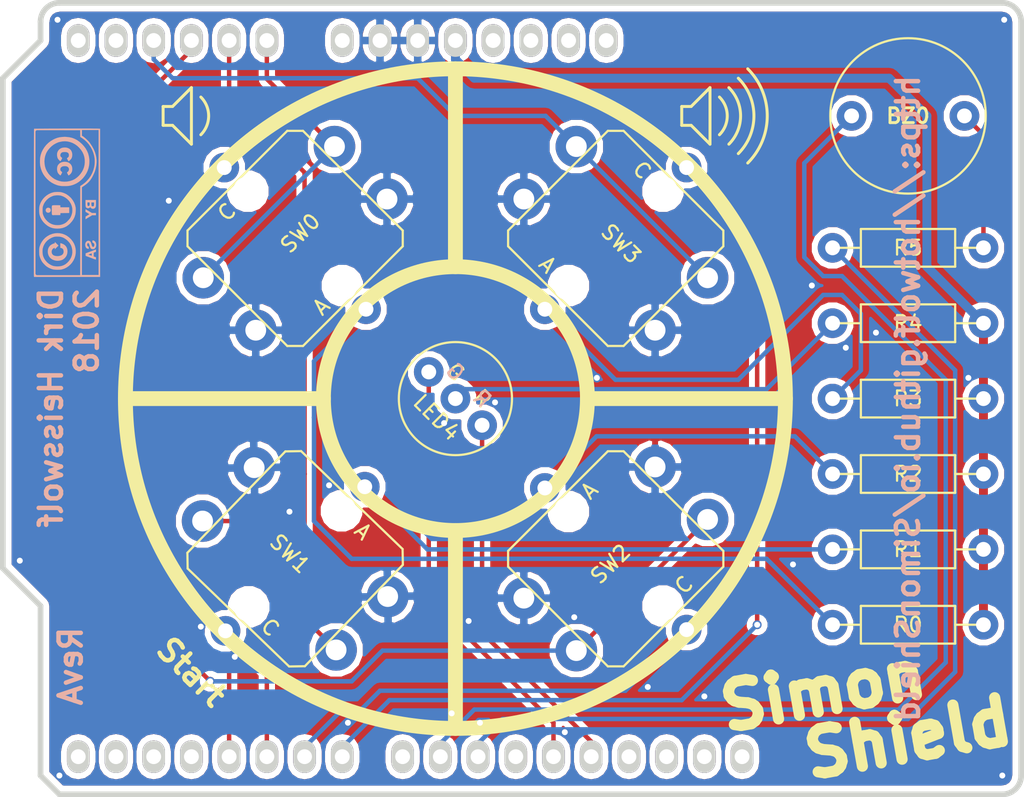
<source format=kicad_pcb>
(kicad_pcb (version 4) (host pcbnew 4.0.7)

  (general
    (links 62)
    (no_connects 0)
    (area 115.179499 78.349499 184.540501 132.470501)
    (thickness 1.6)
    (drawings 31)
    (tracks 103)
    (zones 0)
    (modules 40)
    (nets 37)
  )

  (page A4)
  (layers
    (0 F.Cu signal)
    (31 B.Cu signal)
    (32 B.Adhes user)
    (33 F.Adhes user)
    (34 B.Paste user)
    (35 F.Paste user)
    (36 B.SilkS user)
    (37 F.SilkS user hide)
    (38 B.Mask user)
    (39 F.Mask user)
    (40 Dwgs.User user)
    (41 Cmts.User user)
    (42 Eco1.User user)
    (43 Eco2.User user)
    (44 Edge.Cuts user)
    (45 Margin user)
    (46 B.CrtYd user)
    (47 F.CrtYd user)
    (48 B.Fab user)
    (49 F.Fab user)
  )

  (setup
    (last_trace_width 0.3)
    (user_trace_width 0.3)
    (user_trace_width 0.6)
    (trace_clearance 0.2)
    (zone_clearance 0.4)
    (zone_45_only no)
    (trace_min 0.2)
    (segment_width 0.2)
    (edge_width 0.15)
    (via_size 0.6)
    (via_drill 0.4)
    (via_min_size 0.4)
    (via_min_drill 0.3)
    (uvia_size 0.3)
    (uvia_drill 0.1)
    (uvias_allowed no)
    (uvia_min_size 0.2)
    (uvia_min_drill 0.1)
    (pcb_text_width 0.3)
    (pcb_text_size 1.5 1.5)
    (mod_edge_width 0.15)
    (mod_text_size 1 1)
    (mod_text_width 0.15)
    (pad_size 0.62 0.62)
    (pad_drill 0.4)
    (pad_to_mask_clearance 0.2)
    (aux_axis_origin 114.935 132.08)
    (grid_origin 146.05 105.41)
    (visible_elements 7FFFFFFF)
    (pcbplotparams
      (layerselection 0x010f0_80000001)
      (usegerberextensions false)
      (excludeedgelayer true)
      (linewidth 0.100000)
      (plotframeref false)
      (viasonmask false)
      (mode 1)
      (useauxorigin false)
      (hpglpennumber 1)
      (hpglpenspeed 20)
      (hpglpendiameter 15)
      (hpglpenoverlay 2)
      (psnegative false)
      (psa4output false)
      (plotreference true)
      (plotvalue false)
      (plotinvisibletext false)
      (padsonsilk false)
      (subtractmaskfromsilk false)
      (outputformat 1)
      (mirror false)
      (drillshape 0)
      (scaleselection 1)
      (outputdirectory ../Gerber/))
  )

  (net 0 "")
  (net 1 "Net-(J1-Pad2)")
  (net 2 "Net-(J1-Pad3)")
  (net 3 "Net-(J1-Pad4)")
  (net 4 "Net-(J1-Pad8)")
  (net 5 "Net-(J1-Pad13)")
  (net 6 "Net-(J1-Pad14)")
  (net 7 "Net-(J1-Pad15)")
  (net 8 "Net-(J1-Pad16)")
  (net 9 "Net-(J1-Pad17)")
  (net 10 "Net-(J1-Pad18)")
  (net 11 "Net-(J1-Pad23)")
  (net 12 "Net-(J1-Pad26)")
  (net 13 "Net-(J1-Pad29)")
  (net 14 "Net-(J1-Pad30)")
  (net 15 "Net-(J1-Pad31)")
  (net 16 "Net-(J1-Pad32)")
  (net 17 +5V)
  (net 18 GND)
  (net 19 /SW0)
  (net 20 /SW1)
  (net 21 /SW2)
  (net 22 /SW3)
  (net 23 /LED0)
  (net 24 /LED1)
  (net 25 /LED2)
  (net 26 /LED3)
  (net 27 /BZ0_B)
  (net 28 /BZ0_A)
  (net 29 /LED4_G)
  (net 30 /LED4_R)
  (net 31 "Net-(LED4-Pad2)")
  (net 32 "Net-(R0-Pad1)")
  (net 33 "Net-(R1-Pad1)")
  (net 34 "Net-(R2-Pad1)")
  (net 35 "Net-(R3-Pad1)")
  (net 36 "Net-(BZ0-Pad1)")

  (net_class Default "This is the default net class."
    (clearance 0.2)
    (trace_width 0.3)
    (via_dia 0.6)
    (via_drill 0.4)
    (uvia_dia 0.3)
    (uvia_drill 0.1)
    (add_net +5V)
    (add_net /BZ0_A)
    (add_net /BZ0_B)
    (add_net /LED0)
    (add_net /LED1)
    (add_net /LED2)
    (add_net /LED3)
    (add_net /LED4_G)
    (add_net /LED4_R)
    (add_net /SW0)
    (add_net /SW1)
    (add_net /SW2)
    (add_net /SW3)
    (add_net GND)
    (add_net "Net-(BZ0-Pad1)")
    (add_net "Net-(J1-Pad13)")
    (add_net "Net-(J1-Pad14)")
    (add_net "Net-(J1-Pad15)")
    (add_net "Net-(J1-Pad16)")
    (add_net "Net-(J1-Pad17)")
    (add_net "Net-(J1-Pad18)")
    (add_net "Net-(J1-Pad2)")
    (add_net "Net-(J1-Pad23)")
    (add_net "Net-(J1-Pad26)")
    (add_net "Net-(J1-Pad29)")
    (add_net "Net-(J1-Pad3)")
    (add_net "Net-(J1-Pad30)")
    (add_net "Net-(J1-Pad31)")
    (add_net "Net-(J1-Pad32)")
    (add_net "Net-(J1-Pad4)")
    (add_net "Net-(J1-Pad8)")
    (add_net "Net-(LED4-Pad2)")
    (add_net "Net-(R0-Pad1)")
    (add_net "Net-(R1-Pad1)")
    (add_net "Net-(R2-Pad1)")
    (add_net "Net-(R3-Pad1)")
  )

  (net_class Supply ""
    (clearance 0.2)
    (trace_width 0.6)
    (via_dia 0.6)
    (via_drill 0.4)
    (uvia_dia 0.3)
    (uvia_drill 0.1)
  )

  (module via (layer F.Cu) (tedit 5B0C7E59) (tstamp 5B0D5C5E)
    (at 147.701 127.254)
    (fp_text reference VIA (at 0 0.7) (layer F.SilkS) hide
      (effects (font (size 0.5 0.5) (thickness 0.125)))
    )
    (fp_text value GND (at 0 -0.7) (layer F.SilkS) hide
      (effects (font (size 0.5 0.5) (thickness 0.125)))
    )
    (pad "" thru_hole circle (at 0 0) (size 0.62 0.62) (drill 0.4) (layers *.Cu)
      (net 18 GND) (zone_connect 2))
  )

  (module via (layer F.Cu) (tedit 5B0C7E59) (tstamp 5B0D5C38)
    (at 138.811 127.254)
    (fp_text reference VIA (at 0 0.7) (layer F.SilkS) hide
      (effects (font (size 0.5 0.5) (thickness 0.125)))
    )
    (fp_text value GND (at 0 -0.7) (layer F.SilkS) hide
      (effects (font (size 0.5 0.5) (thickness 0.125)))
    )
    (pad "" thru_hole circle (at 0 0) (size 0.62 0.62) (drill 0.4) (layers *.Cu)
      (net 18 GND) (zone_connect 2))
  )

  (module via (layer F.Cu) (tedit 5B0C7E59) (tstamp 5B0D5BE6)
    (at 145.796 126.619)
    (fp_text reference VIA (at 0 0.7) (layer F.SilkS) hide
      (effects (font (size 0.5 0.5) (thickness 0.125)))
    )
    (fp_text value GND (at 0 -0.7) (layer F.SilkS) hide
      (effects (font (size 0.5 0.5) (thickness 0.125)))
    )
    (pad "" thru_hole circle (at 0 0) (size 0.62 0.62) (drill 0.4) (layers *.Cu)
      (net 18 GND) (zone_connect 2))
  )

  (module via (layer F.Cu) (tedit 5B0C7E59) (tstamp 5B0C814B)
    (at 134.874 113.03)
    (fp_text reference VIA (at 0 0.7) (layer F.SilkS) hide
      (effects (font (size 0.5 0.5) (thickness 0.125)))
    )
    (fp_text value GND (at 0 -0.7) (layer F.SilkS) hide
      (effects (font (size 0.5 0.5) (thickness 0.125)))
    )
    (pad "" thru_hole circle (at 0 0) (size 0.62 0.62) (drill 0.4) (layers *.Cu)
      (net 18 GND) (zone_connect 2))
  )

  (module via (layer F.Cu) (tedit 5B0C7E59) (tstamp 5B0C8147)
    (at 131.191 122.809)
    (fp_text reference VIA (at 0 0.7) (layer F.SilkS) hide
      (effects (font (size 0.5 0.5) (thickness 0.125)))
    )
    (fp_text value GND (at 0 -0.7) (layer F.SilkS) hide
      (effects (font (size 0.5 0.5) (thickness 0.125)))
    )
    (pad "" thru_hole circle (at 0 0) (size 0.62 0.62) (drill 0.4) (layers *.Cu)
      (net 18 GND) (zone_connect 2))
  )

  (module via (layer F.Cu) (tedit 5B0C7E59) (tstamp 5B0C8143)
    (at 170.053 97.79)
    (fp_text reference VIA (at 0 0.7) (layer F.SilkS) hide
      (effects (font (size 0.5 0.5) (thickness 0.125)))
    )
    (fp_text value GND (at 0 -0.7) (layer F.SilkS) hide
      (effects (font (size 0.5 0.5) (thickness 0.125)))
    )
    (pad "" thru_hole circle (at 0 0) (size 0.62 0.62) (drill 0.4) (layers *.Cu)
      (net 18 GND) (zone_connect 2))
  )

  (module via (layer F.Cu) (tedit 5B0C7E59) (tstamp 5B0C813F)
    (at 174.371 100.965)
    (fp_text reference VIA (at 0 0.7) (layer F.SilkS) hide
      (effects (font (size 0.5 0.5) (thickness 0.125)))
    )
    (fp_text value GND (at 0 -0.7) (layer F.SilkS) hide
      (effects (font (size 0.5 0.5) (thickness 0.125)))
    )
    (pad "" thru_hole circle (at 0 0) (size 0.62 0.62) (drill 0.4) (layers *.Cu)
      (net 18 GND) (zone_connect 2))
  )

  (module via (layer F.Cu) (tedit 5B0C7E59) (tstamp 5B0C813B)
    (at 137.541 111.252)
    (fp_text reference VIA (at 0 0.7) (layer F.SilkS) hide
      (effects (font (size 0.5 0.5) (thickness 0.125)))
    )
    (fp_text value GND (at 0 -0.7) (layer F.SilkS) hide
      (effects (font (size 0.5 0.5) (thickness 0.125)))
    )
    (pad "" thru_hole circle (at 0 0) (size 0.62 0.62) (drill 0.4) (layers *.Cu)
      (net 18 GND) (zone_connect 2))
  )

  (module via (layer F.Cu) (tedit 5B0C7E59) (tstamp 5B0C8137)
    (at 126.746 92.075)
    (fp_text reference VIA (at 0 0.7) (layer F.SilkS) hide
      (effects (font (size 0.5 0.5) (thickness 0.125)))
    )
    (fp_text value GND (at 0 -0.7) (layer F.SilkS) hide
      (effects (font (size 0.5 0.5) (thickness 0.125)))
    )
    (pad "" thru_hole circle (at 0 0) (size 0.62 0.62) (drill 0.4) (layers *.Cu)
      (net 18 GND) (zone_connect 2))
  )

  (module via (layer F.Cu) (tedit 5B0C7E59) (tstamp 5B0C8133)
    (at 172.339 101.981)
    (fp_text reference VIA (at 0 0.7) (layer F.SilkS) hide
      (effects (font (size 0.5 0.5) (thickness 0.125)))
    )
    (fp_text value GND (at 0 -0.7) (layer F.SilkS) hide
      (effects (font (size 0.5 0.5) (thickness 0.125)))
    )
    (pad "" thru_hole circle (at 0 0) (size 0.62 0.62) (drill 0.4) (layers *.Cu)
      (net 18 GND) (zone_connect 2))
  )

  (module via (layer F.Cu) (tedit 5B0C7E59) (tstamp 5B0C812F)
    (at 145.288 107.061)
    (fp_text reference VIA (at 0 0.7) (layer F.SilkS) hide
      (effects (font (size 0.5 0.5) (thickness 0.125)))
    )
    (fp_text value GND (at 0 -0.7) (layer F.SilkS) hide
      (effects (font (size 0.5 0.5) (thickness 0.125)))
    )
    (pad "" thru_hole circle (at 0 0) (size 0.62 0.62) (drill 0.4) (layers *.Cu)
      (net 18 GND) (zone_connect 2))
  )

  (module via (layer F.Cu) (tedit 5B0C7E59) (tstamp 5B0C812A)
    (at 146.939 120.396)
    (fp_text reference VIA (at 0 0.7) (layer F.SilkS) hide
      (effects (font (size 0.5 0.5) (thickness 0.125)))
    )
    (fp_text value GND (at 0 -0.7) (layer F.SilkS) hide
      (effects (font (size 0.5 0.5) (thickness 0.125)))
    )
    (pad "" thru_hole circle (at 0 0) (size 0.62 0.62) (drill 0.4) (layers *.Cu)
      (net 18 GND) (zone_connect 2))
  )

  (module via (layer F.Cu) (tedit 5B0C7E59) (tstamp 5B0C8126)
    (at 180.594 104.013)
    (fp_text reference VIA (at 0 0.7) (layer F.SilkS) hide
      (effects (font (size 0.5 0.5) (thickness 0.125)))
    )
    (fp_text value GND (at 0 -0.7) (layer F.SilkS) hide
      (effects (font (size 0.5 0.5) (thickness 0.125)))
    )
    (pad "" thru_hole circle (at 0 0) (size 0.62 0.62) (drill 0.4) (layers *.Cu)
      (net 18 GND) (zone_connect 2))
  )

  (module via (layer F.Cu) (tedit 5B0C7E59) (tstamp 5B0C8122)
    (at 116.713 116.332)
    (fp_text reference VIA (at 0 0.7) (layer F.SilkS) hide
      (effects (font (size 0.5 0.5) (thickness 0.125)))
    )
    (fp_text value GND (at 0 -0.7) (layer F.SilkS) hide
      (effects (font (size 0.5 0.5) (thickness 0.125)))
    )
    (pad "" thru_hole circle (at 0 0) (size 0.62 0.62) (drill 0.4) (layers *.Cu)
      (net 18 GND) (zone_connect 2))
  )

  (module via (layer F.Cu) (tedit 5B0C7E59) (tstamp 5B0C811E)
    (at 154.051 120.142)
    (fp_text reference VIA (at 0 0.7) (layer F.SilkS) hide
      (effects (font (size 0.5 0.5) (thickness 0.125)))
    )
    (fp_text value GND (at 0 -0.7) (layer F.SilkS) hide
      (effects (font (size 0.5 0.5) (thickness 0.125)))
    )
    (pad "" thru_hole circle (at 0 0) (size 0.62 0.62) (drill 0.4) (layers *.Cu)
      (net 18 GND) (zone_connect 2))
  )

  (module via (layer F.Cu) (tedit 5B0C7E59) (tstamp 5B0C8118)
    (at 128.905 120.777)
    (fp_text reference VIA (at 0 0.7) (layer F.SilkS) hide
      (effects (font (size 0.5 0.5) (thickness 0.125)))
    )
    (fp_text value GND (at 0 -0.7) (layer F.SilkS) hide
      (effects (font (size 0.5 0.5) (thickness 0.125)))
    )
    (pad "" thru_hole circle (at 0 0) (size 0.62 0.62) (drill 0.4) (layers *.Cu)
      (net 18 GND) (zone_connect 2))
  )

  (module via (layer F.Cu) (tedit 5B0C7E59) (tstamp 5B0C8114)
    (at 148.717 105.664)
    (fp_text reference VIA (at 0 0.7) (layer F.SilkS) hide
      (effects (font (size 0.5 0.5) (thickness 0.125)))
    )
    (fp_text value GND (at 0 -0.7) (layer F.SilkS) hide
      (effects (font (size 0.5 0.5) (thickness 0.125)))
    )
    (pad "" thru_hole circle (at 0 0) (size 0.62 0.62) (drill 0.4) (layers *.Cu)
      (net 18 GND) (zone_connect 2))
  )

  (module via (layer F.Cu) (tedit 5B0C7E59) (tstamp 5B0C8109)
    (at 155.575 104.013)
    (fp_text reference VIA (at 0 0.7) (layer F.SilkS) hide
      (effects (font (size 0.5 0.5) (thickness 0.125)))
    )
    (fp_text value GND (at 0 -0.7) (layer F.SilkS) hide
      (effects (font (size 0.5 0.5) (thickness 0.125)))
    )
    (pad "" thru_hole circle (at 0 0) (size 0.62 0.62) (drill 0.4) (layers *.Cu)
      (net 18 GND) (zone_connect 2))
  )

  (module via (layer F.Cu) (tedit 5B0C7E59) (tstamp 5B0C80D7)
    (at 153.416 127.889)
    (fp_text reference VIA (at 0 0.7) (layer F.SilkS) hide
      (effects (font (size 0.5 0.5) (thickness 0.125)))
    )
    (fp_text value GND (at 0 -0.7) (layer F.SilkS) hide
      (effects (font (size 0.5 0.5) (thickness 0.125)))
    )
    (pad "" thru_hole circle (at 0 0) (size 0.62 0.62) (drill 0.4) (layers *.Cu)
      (net 18 GND) (zone_connect 2))
  )

  (module via (layer F.Cu) (tedit 5B0C7E59) (tstamp 5B0C80A8)
    (at 119.253 79.883)
    (fp_text reference VIA (at 0 0.7) (layer F.SilkS) hide
      (effects (font (size 0.5 0.5) (thickness 0.125)))
    )
    (fp_text value GND (at 0 -0.7) (layer F.SilkS) hide
      (effects (font (size 0.5 0.5) (thickness 0.125)))
    )
    (pad "" thru_hole circle (at 0 0) (size 0.62 0.62) (drill 0.4) (layers *.Cu)
      (net 18 GND) (zone_connect 2))
  )

  (module via (layer F.Cu) (tedit 5B0C7E59) (tstamp 5B0C7F32)
    (at 183.007 79.883)
    (fp_text reference VIA (at 0 0.7) (layer F.SilkS) hide
      (effects (font (size 0.5 0.5) (thickness 0.125)))
    )
    (fp_text value GND (at 0 -0.7) (layer F.SilkS) hide
      (effects (font (size 0.5 0.5) (thickness 0.125)))
    )
    (pad "" thru_hole circle (at 0 0) (size 0.62 0.62) (drill 0.4) (layers *.Cu)
      (net 18 GND) (zone_connect 2))
  )

  (module via (layer F.Cu) (tedit 5B0C7E59) (tstamp 5B0C7ECD)
    (at 168.783 116.586)
    (fp_text reference VIA (at 0 0.7) (layer F.SilkS) hide
      (effects (font (size 0.5 0.5) (thickness 0.125)))
    )
    (fp_text value GND (at 0 -0.7) (layer F.SilkS) hide
      (effects (font (size 0.5 0.5) (thickness 0.125)))
    )
    (pad "" thru_hole circle (at 0 0) (size 0.62 0.62) (drill 0.4) (layers *.Cu)
      (net 18 GND) (zone_connect 2))
  )

  (module via (layer F.Cu) (tedit 5B0C7E59) (tstamp 5B0C7EAE)
    (at 182.88 130.81)
    (fp_text reference VIA (at 0 0.7) (layer F.SilkS) hide
      (effects (font (size 0.5 0.5) (thickness 0.125)))
    )
    (fp_text value GND (at 0 -0.7) (layer F.SilkS) hide
      (effects (font (size 0.5 0.5) (thickness 0.125)))
    )
    (pad "" thru_hole circle (at 0 0) (size 0.62 0.62) (drill 0.4) (layers *.Cu)
      (net 18 GND) (zone_connect 2))
  )

  (module via (layer F.Cu) (tedit 5B0C7E59) (tstamp 5B0C7E78)
    (at 159.004 124.841)
    (fp_text reference VIA (at 0 0.7) (layer F.SilkS) hide
      (effects (font (size 0.5 0.5) (thickness 0.125)))
    )
    (fp_text value GND (at 0 -0.7) (layer F.SilkS) hide
      (effects (font (size 0.5 0.5) (thickness 0.125)))
    )
    (pad "" thru_hole circle (at 0 0) (size 0.62 0.62) (drill 0.4) (layers *.Cu)
      (net 18 GND) (zone_connect 2))
  )

  (module via (layer F.Cu) (tedit 5B0C7E59) (tstamp 5B0C7E6D)
    (at 162.814 125.476)
    (fp_text reference VIA (at 0 0.7) (layer F.SilkS) hide
      (effects (font (size 0.5 0.5) (thickness 0.125)))
    )
    (fp_text value GND (at 0 -0.7) (layer F.SilkS) hide
      (effects (font (size 0.5 0.5) (thickness 0.125)))
    )
    (pad "" thru_hole circle (at 0 0) (size 0.62 0.62) (drill 0.4) (layers *.Cu)
      (net 18 GND) (zone_connect 2))
  )

  (module via (layer F.Cu) (tedit 5B0C7E59) (tstamp 5B0C7DA1)
    (at 119.38 130.81)
    (fp_text reference VIA (at 0 0.7) (layer F.SilkS) hide
      (effects (font (size 0.5 0.5) (thickness 0.125)))
    )
    (fp_text value GND (at 0 -0.7) (layer F.SilkS) hide
      (effects (font (size 0.5 0.5) (thickness 0.125)))
    )
    (pad "" thru_hole circle (at 0 0) (size 0.62 0.62) (drill 0.4) (layers *.Cu)
      (net 18 GND) (zone_connect 2))
  )

  (module arduino_header (layer F.Cu) (tedit 5B0C72EB) (tstamp 5B0C482E)
    (at 151.13 105.41 180)
    (descr "Arduino Header")
    (tags Arduino)
    (path /5AF9CF87)
    (fp_text reference J1 (at 0 1.27 270) (layer F.SilkS) hide
      (effects (font (size 1.016 1.016) (thickness 0.2032)))
    )
    (fp_text value ARDUINO (at 0 -1.27 180) (layer Edge.Cuts) hide
      (effects (font (size 1.016 0.889) (thickness 0.2032)))
    )
    (fp_line (start 31.75 -26.67) (end -31.75 -26.67) (layer Edge.Cuts) (width 0.381))
    (fp_line (start -31.75 26.67) (end 31.75 26.67) (layer Edge.Cuts) (width 0.381))
    (fp_line (start 35.56 21.59) (end 35.56 -11.43) (layer Edge.Cuts) (width 0.381))
    (fp_line (start 35.56 21.59) (end 33.02 24.13) (layer Edge.Cuts) (width 0.381))
    (fp_line (start 33.02 24.13) (end 33.02 25.4) (layer Edge.Cuts) (width 0.381))
    (fp_line (start 33.02 -25.4) (end 33.02 -13.97) (layer Edge.Cuts) (width 0.381))
    (fp_line (start 33.02 -13.97) (end 35.56 -11.43) (layer Edge.Cuts) (width 0.381))
    (fp_line (start 31.75 -26.67) (end 33.02 -25.4) (layer Edge.Cuts) (width 0.381))
    (fp_arc (start -31.75 -25.4) (end -33.02 -25.4) (angle 90) (layer Edge.Cuts) (width 0.381))
    (fp_line (start -33.02 25.4) (end -33.02 -25.4) (layer Edge.Cuts) (width 0.381))
    (fp_arc (start -31.75 25.4) (end -31.75 26.67) (angle 90) (layer Edge.Cuts) (width 0.381))
    (fp_arc (start 31.75 25.4) (end 33.02 25.4) (angle 90) (layer Edge.Cuts) (width 0.381))
    (pad 1 thru_hole oval (at -5.08 24.13 180) (size 1.524 2.19964) (drill 1.00076) (layers *.Cu *.Mask Edge.Cuts))
    (pad 2 thru_hole oval (at -2.54 24.13 180) (size 1.524 2.19964) (drill 1.00076) (layers *.Cu *.Mask Edge.Cuts)
      (net 1 "Net-(J1-Pad2)"))
    (pad 3 thru_hole oval (at 0 24.13 180) (size 1.524 2.19964) (drill 1.00076) (layers *.Cu *.Mask Edge.Cuts)
      (net 2 "Net-(J1-Pad3)"))
    (pad 4 thru_hole oval (at 2.54 24.13 180) (size 1.524 2.19964) (drill 1.00076) (layers *.Cu *.Mask Edge.Cuts)
      (net 3 "Net-(J1-Pad4)"))
    (pad 5 thru_hole oval (at 5.08 24.13 180) (size 1.524 2.19964) (drill 1.00076) (layers *.Cu *.Mask Edge.Cuts)
      (net 17 +5V))
    (pad 6 thru_hole oval (at 7.62 24.13 180) (size 1.524 2.19964) (drill 1.00076) (layers *.Cu *.Mask Edge.Cuts)
      (net 18 GND))
    (pad 7 thru_hole oval (at 10.16 24.13 180) (size 1.524 2.19964) (drill 1.00076) (layers *.Cu *.Mask Edge.Cuts)
      (net 18 GND))
    (pad 8 thru_hole oval (at 12.7 24.13 180) (size 1.524 2.19964) (drill 1.00076) (layers *.Cu *.Mask Edge.Cuts)
      (net 4 "Net-(J1-Pad8)"))
    (pad 9 thru_hole oval (at 17.78 24.13 180) (size 1.524 2.19964) (drill 1.00076) (layers *.Cu *.Mask Edge.Cuts)
      (net 19 /SW0))
    (pad 10 thru_hole oval (at 20.32 24.13 180) (size 1.524 2.19964) (drill 1.00076) (layers *.Cu *.Mask Edge.Cuts)
      (net 20 /SW1))
    (pad 11 thru_hole oval (at 22.86 24.13 180) (size 1.524 2.19964) (drill 1.00076) (layers *.Cu *.Mask Edge.Cuts)
      (net 21 /SW2))
    (pad 12 thru_hole oval (at 25.4 24.13 180) (size 1.524 2.19964) (drill 1.00076) (layers *.Cu *.Mask Edge.Cuts)
      (net 22 /SW3))
    (pad 13 thru_hole oval (at 27.94 24.13 180) (size 1.524 2.19964) (drill 1.00076) (layers *.Cu *.Mask Edge.Cuts)
      (net 5 "Net-(J1-Pad13)"))
    (pad 14 thru_hole oval (at 30.48 24.13 180) (size 1.524 2.19964) (drill 1.00076) (layers *.Cu *.Mask Edge.Cuts)
      (net 6 "Net-(J1-Pad14)"))
    (pad 15 thru_hole oval (at 30.48 -24.13 180) (size 1.524 2.1971) (drill 0.99822) (layers *.Cu *.Mask Edge.Cuts)
      (net 7 "Net-(J1-Pad15)"))
    (pad 16 thru_hole oval (at 27.94 -24.13 180) (size 1.524 2.1971) (drill 0.99822) (layers *.Cu *.Mask Edge.Cuts)
      (net 8 "Net-(J1-Pad16)"))
    (pad 17 thru_hole oval (at 25.4 -24.13 180) (size 1.524 2.1971) (drill 0.99822) (layers *.Cu *.Mask Edge.Cuts)
      (net 9 "Net-(J1-Pad17)"))
    (pad 18 thru_hole oval (at 22.86 -24.13 180) (size 1.524 2.1971) (drill 0.99822) (layers *.Cu *.Mask Edge.Cuts)
      (net 10 "Net-(J1-Pad18)"))
    (pad 19 thru_hole oval (at 20.32 -24.13 180) (size 1.524 2.1971) (drill 0.99822) (layers *.Cu *.Mask Edge.Cuts)
      (net 23 /LED0))
    (pad 20 thru_hole oval (at 17.78 -24.13 180) (size 1.524 2.1971) (drill 0.99822) (layers *.Cu *.Mask Edge.Cuts)
      (net 24 /LED1))
    (pad 21 thru_hole oval (at 15.24 -24.13 180) (size 1.524 2.1971) (drill 0.99822) (layers *.Cu *.Mask Edge.Cuts)
      (net 25 /LED2))
    (pad 22 thru_hole oval (at 12.7 -24.13 180) (size 1.524 2.1971) (drill 0.99822) (layers *.Cu *.Mask Edge.Cuts)
      (net 26 /LED3))
    (pad 23 thru_hole oval (at 8.636 -24.13 180) (size 1.524 2.1971) (drill 0.99822) (layers *.Cu *.Mask Edge.Cuts)
      (net 11 "Net-(J1-Pad23)"))
    (pad 24 thru_hole oval (at 6.096 -24.13 180) (size 1.524 2.1971) (drill 0.99822) (layers *.Cu *.Mask Edge.Cuts)
      (net 27 /BZ0_B))
    (pad 25 thru_hole oval (at 3.556 -24.13 180) (size 1.524 2.1971) (drill 0.99822) (layers *.Cu *.Mask Edge.Cuts)
      (net 28 /BZ0_A))
    (pad 26 thru_hole oval (at 1.016 -24.13 180) (size 1.524 2.1971) (drill 0.99822) (layers *.Cu *.Mask Edge.Cuts)
      (net 12 "Net-(J1-Pad26)"))
    (pad 27 thru_hole oval (at -1.524 -24.13 180) (size 1.524 2.1971) (drill 0.99822) (layers *.Cu *.Mask Edge.Cuts)
      (net 29 /LED4_G))
    (pad 28 thru_hole oval (at -4.064 -24.13 180) (size 1.524 2.1971) (drill 0.99822) (layers *.Cu *.Mask Edge.Cuts)
      (net 30 /LED4_R))
    (pad 29 thru_hole oval (at -6.604 -24.13 180) (size 1.524 2.1971) (drill 0.99822) (layers *.Cu *.Mask Edge.Cuts)
      (net 13 "Net-(J1-Pad29)"))
    (pad 30 thru_hole oval (at -9.14146 -24.13 180) (size 1.524 2.1971) (drill 0.99822) (layers *.Cu *.Mask Edge.Cuts)
      (net 14 "Net-(J1-Pad30)"))
    (pad 31 thru_hole oval (at -11.684 -24.13 180) (size 1.524 2.1971) (drill 0.99822) (layers *.Cu *.Mask Edge.Cuts)
      (net 15 "Net-(J1-Pad31)"))
    (pad 32 thru_hole oval (at -14.224 -24.13 180) (size 1.524 2.1971) (drill 0.99822) (layers *.Cu *.Mask Edge.Cuts)
      (net 16 "Net-(J1-Pad32)"))
    (model ${KIPRJMOD}/3D-Models/arduino_top_header.wrl
      (at (xyz 0 0 -0.07000000000000001))
      (scale (xyz 1 1 1))
      (rotate (xyz 0 0 0))
    )
  )

  (module buzzer (layer F.Cu) (tedit 5B0C5439) (tstamp 5B0C499A)
    (at 176.53 86.36)
    (descr Buzzer)
    (tags buzzer)
    (path /5B0C0097)
    (autoplace_cost180 10)
    (fp_text reference BZ0 (at 0 0) (layer F.SilkS)
      (effects (font (size 0.99822 0.99822) (thickness 0.19812)))
    )
    (fp_text value BUZZER (at 0 2) (layer F.SilkS) hide
      (effects (font (size 0.99822 0.99822) (thickness 0.19812)))
    )
    (fp_circle (center 0 0) (end 5.08 -1.27) (layer F.SilkS) (width 0.15))
    (pad 2 thru_hole circle (at -3.8 0) (size 2 2) (drill 1) (layers *.Cu *.Mask)
      (net 27 /BZ0_B))
    (pad 1 thru_hole circle (at 3.8 0) (size 2 2) (drill 1) (layers *.Cu *.Mask)
      (net 36 "Net-(BZ0-Pad1)"))
    (model ${KIPRJMOD}/3D-Models/buzzer.wrl
      (at (xyz 0 0 0))
      (scale (xyz 1 1 1))
      (rotate (xyz 0 0 0))
    )
  )

  (module SimonShield:LED_BICOLOR (layer F.Cu) (tedit 5B0C53F4) (tstamp 5B0C4835)
    (at 146.05 105.41 135)
    (descr LED)
    (tags "Bicolor LED")
    (path /5B0C1941)
    (fp_text reference LED4 (at 0 -1.796051 135) (layer F.SilkS)
      (effects (font (size 1 1) (thickness 0.15)))
    )
    (fp_text value LED_BICOL (at 0 5.08 135) (layer F.Fab)
      (effects (font (size 1 1) (thickness 0.15)))
    )
    (fp_circle (center 0 0) (end 3.81 0) (layer F.SilkS) (width 0.15))
    (fp_circle (center 0 0) (end 3.81 0) (layer F.CrtYd) (width 0.15))
    (fp_circle (center 0 0) (end 2.54 0) (layer F.Fab) (width 0.15))
    (fp_text user G (at 1.27 1.27 135) (layer B.SilkS)
      (effects (font (size 1 1) (thickness 0.15)) (justify mirror))
    )
    (fp_text user G (at 1.27 1.27 135) (layer F.SilkS)
      (effects (font (size 1 1) (thickness 0.15)))
    )
    (fp_text user R (at -1.27 1.27 135) (layer B.SilkS)
      (effects (font (size 1 1) (thickness 0.15)) (justify mirror))
    )
    (fp_text user R (at -1.27 1.27 135) (layer F.SilkS)
      (effects (font (size 1 1) (thickness 0.15)))
    )
    (pad 2 thru_hole circle (at 0 0 180) (size 2 2) (drill 1) (layers *.Cu *.Mask)
      (net 31 "Net-(LED4-Pad2)"))
    (pad 1 thru_hole circle (at -2.54 0 135) (size 2 2) (drill 1) (layers *.Cu *.Mask)
      (net 30 /LED4_R))
    (pad 3 thru_hole circle (at 2.54 0 135) (size 2 2) (drill 1) (layers *.Cu *.Mask)
      (net 29 /LED4_G))
    (model ${KIPRJMOD}/3D-Models/led_5mm_bicolor.wrl
      (at (xyz 0 0 0))
      (scale (xyz 1 1 1))
      (rotate (xyz 0 0 90))
    )
  )

  (module SimonShield:R (layer F.Cu) (tedit 5B0C3FB2) (tstamp 5B0C483B)
    (at 176.53 120.65)
    (descr Resistor)
    (tags Resistor)
    (path /5B0C014D)
    (fp_text reference R0 (at 0 0) (layer F.SilkS)
      (effects (font (size 1 1) (thickness 0.15)))
    )
    (fp_text value R (at 0 2.31) (layer F.Fab)
      (effects (font (size 1 1) (thickness 0.15)))
    )
    (fp_line (start -3.175 0) (end -3.175 1.27) (layer F.SilkS) (width 0.15))
    (fp_line (start -3.175 1.27) (end 3.175 1.27) (layer F.SilkS) (width 0.15))
    (fp_line (start 3.175 1.27) (end 3.175 0) (layer F.SilkS) (width 0.15))
    (fp_line (start -5.08 0) (end -3.175 0) (layer F.SilkS) (width 0.15))
    (fp_line (start -3.175 0) (end -3.175 -1.27) (layer F.SilkS) (width 0.15))
    (fp_line (start -3.175 -1.27) (end 3.175 -1.27) (layer F.SilkS) (width 0.15))
    (fp_line (start 3.175 -1.27) (end 3.175 0) (layer F.SilkS) (width 0.15))
    (fp_line (start 3.175 0) (end 5.08 0) (layer F.SilkS) (width 0.15))
    (fp_line (start -3.15 -1.25) (end -3.15 1.25) (layer F.Fab) (width 0.1))
    (fp_line (start -3.15 1.25) (end 3.15 1.25) (layer F.Fab) (width 0.1))
    (fp_line (start 3.15 1.25) (end 3.15 -1.25) (layer F.Fab) (width 0.1))
    (fp_line (start 3.15 -1.25) (end -3.15 -1.25) (layer F.Fab) (width 0.1))
    (fp_line (start -5.08 0) (end -3.15 0) (layer F.Fab) (width 0.1))
    (fp_line (start 5.08 0) (end 3.15 0) (layer F.Fab) (width 0.1))
    (fp_line (start -6.13 -1.6) (end -6.13 1.6) (layer F.CrtYd) (width 0.05))
    (fp_line (start -6.13 1.6) (end 6.17 1.6) (layer F.CrtYd) (width 0.05))
    (fp_line (start 6.17 1.6) (end 6.17 -1.6) (layer F.CrtYd) (width 0.05))
    (fp_line (start 6.17 -1.6) (end -6.13 -1.6) (layer F.CrtYd) (width 0.05))
    (pad 1 thru_hole circle (at -5.08 0) (size 2 2) (drill 1) (layers *.Cu *.Mask)
      (net 32 "Net-(R0-Pad1)"))
    (pad 2 thru_hole circle (at 5.08 0) (size 2 2) (drill 1) (layers *.Cu *.Mask)
      (net 17 +5V))
    (model ${KIPRJMOD}/3D-Models/rc05.wrl
      (at (xyz 0 0 0))
      (scale (xyz 1 1 1))
      (rotate (xyz 0 0 0))
    )
  )

  (module SimonShield:R (layer F.Cu) (tedit 5B0C3FB2) (tstamp 5B0C4841)
    (at 176.53 115.57)
    (descr Resistor)
    (tags Resistor)
    (path /5B0C0122)
    (fp_text reference R1 (at 0 0) (layer F.SilkS)
      (effects (font (size 1 1) (thickness 0.15)))
    )
    (fp_text value R (at 0 2.31) (layer F.Fab)
      (effects (font (size 1 1) (thickness 0.15)))
    )
    (fp_line (start -3.175 0) (end -3.175 1.27) (layer F.SilkS) (width 0.15))
    (fp_line (start -3.175 1.27) (end 3.175 1.27) (layer F.SilkS) (width 0.15))
    (fp_line (start 3.175 1.27) (end 3.175 0) (layer F.SilkS) (width 0.15))
    (fp_line (start -5.08 0) (end -3.175 0) (layer F.SilkS) (width 0.15))
    (fp_line (start -3.175 0) (end -3.175 -1.27) (layer F.SilkS) (width 0.15))
    (fp_line (start -3.175 -1.27) (end 3.175 -1.27) (layer F.SilkS) (width 0.15))
    (fp_line (start 3.175 -1.27) (end 3.175 0) (layer F.SilkS) (width 0.15))
    (fp_line (start 3.175 0) (end 5.08 0) (layer F.SilkS) (width 0.15))
    (fp_line (start -3.15 -1.25) (end -3.15 1.25) (layer F.Fab) (width 0.1))
    (fp_line (start -3.15 1.25) (end 3.15 1.25) (layer F.Fab) (width 0.1))
    (fp_line (start 3.15 1.25) (end 3.15 -1.25) (layer F.Fab) (width 0.1))
    (fp_line (start 3.15 -1.25) (end -3.15 -1.25) (layer F.Fab) (width 0.1))
    (fp_line (start -5.08 0) (end -3.15 0) (layer F.Fab) (width 0.1))
    (fp_line (start 5.08 0) (end 3.15 0) (layer F.Fab) (width 0.1))
    (fp_line (start -6.13 -1.6) (end -6.13 1.6) (layer F.CrtYd) (width 0.05))
    (fp_line (start -6.13 1.6) (end 6.17 1.6) (layer F.CrtYd) (width 0.05))
    (fp_line (start 6.17 1.6) (end 6.17 -1.6) (layer F.CrtYd) (width 0.05))
    (fp_line (start 6.17 -1.6) (end -6.13 -1.6) (layer F.CrtYd) (width 0.05))
    (pad 1 thru_hole circle (at -5.08 0) (size 2 2) (drill 1) (layers *.Cu *.Mask)
      (net 33 "Net-(R1-Pad1)"))
    (pad 2 thru_hole circle (at 5.08 0) (size 2 2) (drill 1) (layers *.Cu *.Mask)
      (net 17 +5V))
    (model ${KIPRJMOD}/3D-Models/rc05.wrl
      (at (xyz 0 0 0))
      (scale (xyz 1 1 1))
      (rotate (xyz 0 0 0))
    )
  )

  (module SimonShield:R (layer F.Cu) (tedit 5B0C3FB2) (tstamp 5B0C4847)
    (at 176.53 110.49)
    (descr Resistor)
    (tags Resistor)
    (path /5B0C00BC)
    (fp_text reference R2 (at 0 0) (layer F.SilkS)
      (effects (font (size 1 1) (thickness 0.15)))
    )
    (fp_text value R (at 0 2.31) (layer F.Fab)
      (effects (font (size 1 1) (thickness 0.15)))
    )
    (fp_line (start -3.175 0) (end -3.175 1.27) (layer F.SilkS) (width 0.15))
    (fp_line (start -3.175 1.27) (end 3.175 1.27) (layer F.SilkS) (width 0.15))
    (fp_line (start 3.175 1.27) (end 3.175 0) (layer F.SilkS) (width 0.15))
    (fp_line (start -5.08 0) (end -3.175 0) (layer F.SilkS) (width 0.15))
    (fp_line (start -3.175 0) (end -3.175 -1.27) (layer F.SilkS) (width 0.15))
    (fp_line (start -3.175 -1.27) (end 3.175 -1.27) (layer F.SilkS) (width 0.15))
    (fp_line (start 3.175 -1.27) (end 3.175 0) (layer F.SilkS) (width 0.15))
    (fp_line (start 3.175 0) (end 5.08 0) (layer F.SilkS) (width 0.15))
    (fp_line (start -3.15 -1.25) (end -3.15 1.25) (layer F.Fab) (width 0.1))
    (fp_line (start -3.15 1.25) (end 3.15 1.25) (layer F.Fab) (width 0.1))
    (fp_line (start 3.15 1.25) (end 3.15 -1.25) (layer F.Fab) (width 0.1))
    (fp_line (start 3.15 -1.25) (end -3.15 -1.25) (layer F.Fab) (width 0.1))
    (fp_line (start -5.08 0) (end -3.15 0) (layer F.Fab) (width 0.1))
    (fp_line (start 5.08 0) (end 3.15 0) (layer F.Fab) (width 0.1))
    (fp_line (start -6.13 -1.6) (end -6.13 1.6) (layer F.CrtYd) (width 0.05))
    (fp_line (start -6.13 1.6) (end 6.17 1.6) (layer F.CrtYd) (width 0.05))
    (fp_line (start 6.17 1.6) (end 6.17 -1.6) (layer F.CrtYd) (width 0.05))
    (fp_line (start 6.17 -1.6) (end -6.13 -1.6) (layer F.CrtYd) (width 0.05))
    (pad 1 thru_hole circle (at -5.08 0) (size 2 2) (drill 1) (layers *.Cu *.Mask)
      (net 34 "Net-(R2-Pad1)"))
    (pad 2 thru_hole circle (at 5.08 0) (size 2 2) (drill 1) (layers *.Cu *.Mask)
      (net 17 +5V))
    (model ${KIPRJMOD}/3D-Models/rc05.wrl
      (at (xyz 0 0 0))
      (scale (xyz 1 1 1))
      (rotate (xyz 0 0 0))
    )
  )

  (module SimonShield:R (layer F.Cu) (tedit 5B0C3FB2) (tstamp 5B0C484D)
    (at 176.53 105.41)
    (descr Resistor)
    (tags Resistor)
    (path /5B0C00E3)
    (fp_text reference R3 (at 0 0) (layer F.SilkS)
      (effects (font (size 1 1) (thickness 0.15)))
    )
    (fp_text value R (at 0 2.31) (layer F.Fab)
      (effects (font (size 1 1) (thickness 0.15)))
    )
    (fp_line (start -3.175 0) (end -3.175 1.27) (layer F.SilkS) (width 0.15))
    (fp_line (start -3.175 1.27) (end 3.175 1.27) (layer F.SilkS) (width 0.15))
    (fp_line (start 3.175 1.27) (end 3.175 0) (layer F.SilkS) (width 0.15))
    (fp_line (start -5.08 0) (end -3.175 0) (layer F.SilkS) (width 0.15))
    (fp_line (start -3.175 0) (end -3.175 -1.27) (layer F.SilkS) (width 0.15))
    (fp_line (start -3.175 -1.27) (end 3.175 -1.27) (layer F.SilkS) (width 0.15))
    (fp_line (start 3.175 -1.27) (end 3.175 0) (layer F.SilkS) (width 0.15))
    (fp_line (start 3.175 0) (end 5.08 0) (layer F.SilkS) (width 0.15))
    (fp_line (start -3.15 -1.25) (end -3.15 1.25) (layer F.Fab) (width 0.1))
    (fp_line (start -3.15 1.25) (end 3.15 1.25) (layer F.Fab) (width 0.1))
    (fp_line (start 3.15 1.25) (end 3.15 -1.25) (layer F.Fab) (width 0.1))
    (fp_line (start 3.15 -1.25) (end -3.15 -1.25) (layer F.Fab) (width 0.1))
    (fp_line (start -5.08 0) (end -3.15 0) (layer F.Fab) (width 0.1))
    (fp_line (start 5.08 0) (end 3.15 0) (layer F.Fab) (width 0.1))
    (fp_line (start -6.13 -1.6) (end -6.13 1.6) (layer F.CrtYd) (width 0.05))
    (fp_line (start -6.13 1.6) (end 6.17 1.6) (layer F.CrtYd) (width 0.05))
    (fp_line (start 6.17 1.6) (end 6.17 -1.6) (layer F.CrtYd) (width 0.05))
    (fp_line (start 6.17 -1.6) (end -6.13 -1.6) (layer F.CrtYd) (width 0.05))
    (pad 1 thru_hole circle (at -5.08 0) (size 2 2) (drill 1) (layers *.Cu *.Mask)
      (net 35 "Net-(R3-Pad1)"))
    (pad 2 thru_hole circle (at 5.08 0) (size 2 2) (drill 1) (layers *.Cu *.Mask)
      (net 17 +5V))
    (model ${KIPRJMOD}/3D-Models/rc05.wrl
      (at (xyz 0 0 0))
      (scale (xyz 1 1 1))
      (rotate (xyz 0 0 0))
    )
  )

  (module SimonShield:R (layer F.Cu) (tedit 5B0C3FB2) (tstamp 5B0C4853)
    (at 176.53 100.33)
    (descr Resistor)
    (tags Resistor)
    (path /5B0C359A)
    (fp_text reference R4 (at 0 0) (layer F.SilkS)
      (effects (font (size 1 1) (thickness 0.15)))
    )
    (fp_text value R (at 0 2.31) (layer F.Fab)
      (effects (font (size 1 1) (thickness 0.15)))
    )
    (fp_line (start -3.175 0) (end -3.175 1.27) (layer F.SilkS) (width 0.15))
    (fp_line (start -3.175 1.27) (end 3.175 1.27) (layer F.SilkS) (width 0.15))
    (fp_line (start 3.175 1.27) (end 3.175 0) (layer F.SilkS) (width 0.15))
    (fp_line (start -5.08 0) (end -3.175 0) (layer F.SilkS) (width 0.15))
    (fp_line (start -3.175 0) (end -3.175 -1.27) (layer F.SilkS) (width 0.15))
    (fp_line (start -3.175 -1.27) (end 3.175 -1.27) (layer F.SilkS) (width 0.15))
    (fp_line (start 3.175 -1.27) (end 3.175 0) (layer F.SilkS) (width 0.15))
    (fp_line (start 3.175 0) (end 5.08 0) (layer F.SilkS) (width 0.15))
    (fp_line (start -3.15 -1.25) (end -3.15 1.25) (layer F.Fab) (width 0.1))
    (fp_line (start -3.15 1.25) (end 3.15 1.25) (layer F.Fab) (width 0.1))
    (fp_line (start 3.15 1.25) (end 3.15 -1.25) (layer F.Fab) (width 0.1))
    (fp_line (start 3.15 -1.25) (end -3.15 -1.25) (layer F.Fab) (width 0.1))
    (fp_line (start -5.08 0) (end -3.15 0) (layer F.Fab) (width 0.1))
    (fp_line (start 5.08 0) (end 3.15 0) (layer F.Fab) (width 0.1))
    (fp_line (start -6.13 -1.6) (end -6.13 1.6) (layer F.CrtYd) (width 0.05))
    (fp_line (start -6.13 1.6) (end 6.17 1.6) (layer F.CrtYd) (width 0.05))
    (fp_line (start 6.17 1.6) (end 6.17 -1.6) (layer F.CrtYd) (width 0.05))
    (fp_line (start 6.17 -1.6) (end -6.13 -1.6) (layer F.CrtYd) (width 0.05))
    (pad 1 thru_hole circle (at -5.08 0) (size 2 2) (drill 1) (layers *.Cu *.Mask)
      (net 31 "Net-(LED4-Pad2)"))
    (pad 2 thru_hole circle (at 5.08 0) (size 2 2) (drill 1) (layers *.Cu *.Mask)
      (net 17 +5V))
    (model ${KIPRJMOD}/3D-Models/rc05.wrl
      (at (xyz 0 0 0))
      (scale (xyz 1 1 1))
      (rotate (xyz 0 0 0))
    )
  )

  (module SimonShield:R (layer F.Cu) (tedit 5B0C3FB2) (tstamp 5B0C4859)
    (at 176.53 95.25)
    (descr Resistor)
    (tags Resistor)
    (path /5B0C017A)
    (fp_text reference R5 (at 0 0) (layer F.SilkS)
      (effects (font (size 1 1) (thickness 0.15)))
    )
    (fp_text value R (at 0 2.31) (layer F.Fab)
      (effects (font (size 1 1) (thickness 0.15)))
    )
    (fp_line (start -3.175 0) (end -3.175 1.27) (layer F.SilkS) (width 0.15))
    (fp_line (start -3.175 1.27) (end 3.175 1.27) (layer F.SilkS) (width 0.15))
    (fp_line (start 3.175 1.27) (end 3.175 0) (layer F.SilkS) (width 0.15))
    (fp_line (start -5.08 0) (end -3.175 0) (layer F.SilkS) (width 0.15))
    (fp_line (start -3.175 0) (end -3.175 -1.27) (layer F.SilkS) (width 0.15))
    (fp_line (start -3.175 -1.27) (end 3.175 -1.27) (layer F.SilkS) (width 0.15))
    (fp_line (start 3.175 -1.27) (end 3.175 0) (layer F.SilkS) (width 0.15))
    (fp_line (start 3.175 0) (end 5.08 0) (layer F.SilkS) (width 0.15))
    (fp_line (start -3.15 -1.25) (end -3.15 1.25) (layer F.Fab) (width 0.1))
    (fp_line (start -3.15 1.25) (end 3.15 1.25) (layer F.Fab) (width 0.1))
    (fp_line (start 3.15 1.25) (end 3.15 -1.25) (layer F.Fab) (width 0.1))
    (fp_line (start 3.15 -1.25) (end -3.15 -1.25) (layer F.Fab) (width 0.1))
    (fp_line (start -5.08 0) (end -3.15 0) (layer F.Fab) (width 0.1))
    (fp_line (start 5.08 0) (end 3.15 0) (layer F.Fab) (width 0.1))
    (fp_line (start -6.13 -1.6) (end -6.13 1.6) (layer F.CrtYd) (width 0.05))
    (fp_line (start -6.13 1.6) (end 6.17 1.6) (layer F.CrtYd) (width 0.05))
    (fp_line (start 6.17 1.6) (end 6.17 -1.6) (layer F.CrtYd) (width 0.05))
    (fp_line (start 6.17 -1.6) (end -6.13 -1.6) (layer F.CrtYd) (width 0.05))
    (pad 1 thru_hole circle (at -5.08 0) (size 2 2) (drill 1) (layers *.Cu *.Mask)
      (net 28 /BZ0_A))
    (pad 2 thru_hole circle (at 5.08 0) (size 2 2) (drill 1) (layers *.Cu *.Mask)
      (net 36 "Net-(BZ0-Pad1)"))
    (model ${KIPRJMOD}/3D-Models/rc05.wrl
      (at (xyz 0 0 0))
      (scale (xyz 1 1 1))
      (rotate (xyz 0 0 0))
    )
  )

  (module SimonShield:LED_KEY (layer F.Cu) (tedit 5B0C3F4A) (tstamp 5B0C4865)
    (at 135.255 94.615 45)
    (path /5B0C001F)
    (fp_text reference SW0 (at 0.5 0 45) (layer F.SilkS)
      (effects (font (size 1 1) (thickness 0.15)))
    )
    (fp_text value LED_KEY (at 0 -2.5 45) (layer F.Fab)
      (effects (font (size 1 1) (thickness 0.15)))
    )
    (fp_text user A (at -2 4.5 45) (layer F.SilkS)
      (effects (font (size 1 1) (thickness 0.15)))
    )
    (fp_text user C (at -2 -4.5 45) (layer F.SilkS)
      (effects (font (size 1 1) (thickness 0.15)))
    )
    (fp_line (start -5.5 -4.75) (end -4.75 -5.5) (layer F.SilkS) (width 0.15))
    (fp_line (start -4.75 -5.5) (end 4.75 -5.5) (layer F.SilkS) (width 0.15))
    (fp_line (start 4.75 -5.5) (end 5.5 -4.75) (layer F.SilkS) (width 0.15))
    (fp_line (start 5.5 -4.75) (end 5.5 4.75) (layer F.SilkS) (width 0.15))
    (fp_line (start 5.5 4.75) (end 4.75 5.5) (layer F.SilkS) (width 0.15))
    (fp_line (start 4.75 5.5) (end -4.75 5.5) (layer F.SilkS) (width 0.15))
    (fp_line (start -4.75 5.5) (end -5.5 4.75) (layer F.SilkS) (width 0.15))
    (fp_line (start -5.5 4.75) (end -5.5 -4.75) (layer F.SilkS) (width 0.15))
    (pad 1 thru_hole circle (at -6.25 -2.5 45) (size 2.8 2.8) (drill 1.4) (layers *.Cu *.Mask)
      (net 19 /SW0))
    (pad 2 thru_hole circle (at -6.25 2.5 45) (size 2.8 2.8) (drill 1.4) (layers *.Cu *.Mask)
      (net 18 GND))
    (pad 2 thru_hole circle (at 6.25 2.5 45) (size 2.8 2.8) (drill 1.4) (layers *.Cu *.Mask)
      (net 18 GND))
    (pad 1 thru_hole circle (at 6.25 -2.5 45) (size 2.8 2.8) (drill 1.4) (layers *.Cu *.Mask)
      (net 19 /SW0))
    (pad 4 thru_hole circle (at 0 6.75 45) (size 2 2) (drill 1) (layers *.Cu *.Mask)
      (net 32 "Net-(R0-Pad1)"))
    (pad 3 thru_hole circle (at 0 -6.75 45) (size 2 2) (drill 1) (layers *.Cu *.Mask)
      (net 23 /LED0))
    (pad "" np_thru_hole circle (at 0 4.5 45) (size 2 2) (drill 2) (layers *.Cu))
    (pad "" np_thru_hole circle (at 0 -4.5 45) (size 2 2) (drill 2) (layers *.Cu))
    (model ${KIPRJMOD}/3D-Models/key.wrl
      (at (xyz 0 0 0))
      (scale (xyz 1 1 1))
      (rotate (xyz 0 0 0))
    )
  )

  (module SimonShield:LED_KEY (layer F.Cu) (tedit 5B0C3F4A) (tstamp 5B0C4871)
    (at 135.255 116.205 136)
    (path /5B0C003A)
    (fp_text reference SW1 (at 0.5 0 136) (layer F.SilkS)
      (effects (font (size 1 1) (thickness 0.15)))
    )
    (fp_text value LED_KEY (at 0 -2.5 136) (layer F.Fab)
      (effects (font (size 1 1) (thickness 0.15)))
    )
    (fp_text user A (at -2 4.5 136) (layer F.SilkS)
      (effects (font (size 1 1) (thickness 0.15)))
    )
    (fp_text user C (at -2 -4.5 136) (layer F.SilkS)
      (effects (font (size 1 1) (thickness 0.15)))
    )
    (fp_line (start -5.5 -4.75) (end -4.75 -5.5) (layer F.SilkS) (width 0.15))
    (fp_line (start -4.75 -5.5) (end 4.75 -5.5) (layer F.SilkS) (width 0.15))
    (fp_line (start 4.75 -5.5) (end 5.5 -4.75) (layer F.SilkS) (width 0.15))
    (fp_line (start 5.5 -4.75) (end 5.5 4.75) (layer F.SilkS) (width 0.15))
    (fp_line (start 5.5 4.75) (end 4.75 5.5) (layer F.SilkS) (width 0.15))
    (fp_line (start 4.75 5.5) (end -4.75 5.5) (layer F.SilkS) (width 0.15))
    (fp_line (start -4.75 5.5) (end -5.5 4.75) (layer F.SilkS) (width 0.15))
    (fp_line (start -5.5 4.75) (end -5.5 -4.75) (layer F.SilkS) (width 0.15))
    (pad 1 thru_hole circle (at -6.25 -2.5 136) (size 2.8 2.8) (drill 1.4) (layers *.Cu *.Mask)
      (net 20 /SW1))
    (pad 2 thru_hole circle (at -6.25 2.5 136) (size 2.8 2.8) (drill 1.4) (layers *.Cu *.Mask)
      (net 18 GND))
    (pad 2 thru_hole circle (at 6.25 2.5 136) (size 2.8 2.8) (drill 1.4) (layers *.Cu *.Mask)
      (net 18 GND))
    (pad 1 thru_hole circle (at 6.25 -2.5 136) (size 2.8 2.8) (drill 1.4) (layers *.Cu *.Mask)
      (net 20 /SW1))
    (pad 4 thru_hole circle (at 0 6.75 136) (size 2 2) (drill 1) (layers *.Cu *.Mask)
      (net 33 "Net-(R1-Pad1)"))
    (pad 3 thru_hole circle (at 0 -6.75 136) (size 2 2) (drill 1) (layers *.Cu *.Mask)
      (net 24 /LED1))
    (pad "" np_thru_hole circle (at 0 4.5 136) (size 2 2) (drill 2) (layers *.Cu))
    (pad "" np_thru_hole circle (at 0 -4.5 136) (size 2 2) (drill 2) (layers *.Cu))
    (model ${KIPRJMOD}/3D-Models/key.wrl
      (at (xyz 0 0 0))
      (scale (xyz 1 1 1))
      (rotate (xyz 0 0 0))
    )
  )

  (module SimonShield:LED_KEY (layer F.Cu) (tedit 5B0C3F4A) (tstamp 5B0C487D)
    (at 156.845 116.205 225)
    (path /5B0C0054)
    (fp_text reference SW2 (at 0.5 0 225) (layer F.SilkS)
      (effects (font (size 1 1) (thickness 0.15)))
    )
    (fp_text value LED_KEY (at 0 -2.5 225) (layer F.Fab)
      (effects (font (size 1 1) (thickness 0.15)))
    )
    (fp_text user A (at -2 4.5 225) (layer F.SilkS)
      (effects (font (size 1 1) (thickness 0.15)))
    )
    (fp_text user C (at -2 -4.5 225) (layer F.SilkS)
      (effects (font (size 1 1) (thickness 0.15)))
    )
    (fp_line (start -5.5 -4.75) (end -4.75 -5.5) (layer F.SilkS) (width 0.15))
    (fp_line (start -4.75 -5.5) (end 4.75 -5.5) (layer F.SilkS) (width 0.15))
    (fp_line (start 4.75 -5.5) (end 5.5 -4.75) (layer F.SilkS) (width 0.15))
    (fp_line (start 5.5 -4.75) (end 5.5 4.75) (layer F.SilkS) (width 0.15))
    (fp_line (start 5.5 4.75) (end 4.75 5.5) (layer F.SilkS) (width 0.15))
    (fp_line (start 4.75 5.5) (end -4.75 5.5) (layer F.SilkS) (width 0.15))
    (fp_line (start -4.75 5.5) (end -5.5 4.75) (layer F.SilkS) (width 0.15))
    (fp_line (start -5.5 4.75) (end -5.5 -4.75) (layer F.SilkS) (width 0.15))
    (pad 1 thru_hole circle (at -6.25 -2.5 225) (size 2.8 2.8) (drill 1.4) (layers *.Cu *.Mask)
      (net 21 /SW2))
    (pad 2 thru_hole circle (at -6.25 2.5 225) (size 2.8 2.8) (drill 1.4) (layers *.Cu *.Mask)
      (net 18 GND))
    (pad 2 thru_hole circle (at 6.25 2.5 225) (size 2.8 2.8) (drill 1.4) (layers *.Cu *.Mask)
      (net 18 GND))
    (pad 1 thru_hole circle (at 6.25 -2.5 225) (size 2.8 2.8) (drill 1.4) (layers *.Cu *.Mask)
      (net 21 /SW2))
    (pad 4 thru_hole circle (at 0 6.75 225) (size 2 2) (drill 1) (layers *.Cu *.Mask)
      (net 34 "Net-(R2-Pad1)"))
    (pad 3 thru_hole circle (at 0 -6.75 225) (size 2 2) (drill 1) (layers *.Cu *.Mask)
      (net 25 /LED2))
    (pad "" np_thru_hole circle (at 0 4.5 225) (size 2 2) (drill 2) (layers *.Cu))
    (pad "" np_thru_hole circle (at 0 -4.5 225) (size 2 2) (drill 2) (layers *.Cu))
    (model ${KIPRJMOD}/3D-Models/key.wrl
      (at (xyz 0 0 0))
      (scale (xyz 1 1 1))
      (rotate (xyz 0 0 0))
    )
  )

  (module SimonShield:LED_KEY (layer F.Cu) (tedit 5B0C3F4A) (tstamp 5B0C4889)
    (at 156.845 94.615 315)
    (path /5B0C006F)
    (fp_text reference SW3 (at 0.5 0 315) (layer F.SilkS)
      (effects (font (size 1 1) (thickness 0.15)))
    )
    (fp_text value LED_KEY (at 0 -2.5 315) (layer F.Fab)
      (effects (font (size 1 1) (thickness 0.15)))
    )
    (fp_text user A (at -2 4.5 315) (layer F.SilkS)
      (effects (font (size 1 1) (thickness 0.15)))
    )
    (fp_text user C (at -2 -4.5 315) (layer F.SilkS)
      (effects (font (size 1 1) (thickness 0.15)))
    )
    (fp_line (start -5.5 -4.75) (end -4.75 -5.5) (layer F.SilkS) (width 0.15))
    (fp_line (start -4.75 -5.5) (end 4.75 -5.5) (layer F.SilkS) (width 0.15))
    (fp_line (start 4.75 -5.5) (end 5.5 -4.75) (layer F.SilkS) (width 0.15))
    (fp_line (start 5.5 -4.75) (end 5.5 4.75) (layer F.SilkS) (width 0.15))
    (fp_line (start 5.5 4.75) (end 4.75 5.5) (layer F.SilkS) (width 0.15))
    (fp_line (start 4.75 5.5) (end -4.75 5.5) (layer F.SilkS) (width 0.15))
    (fp_line (start -4.75 5.5) (end -5.5 4.75) (layer F.SilkS) (width 0.15))
    (fp_line (start -5.5 4.75) (end -5.5 -4.75) (layer F.SilkS) (width 0.15))
    (pad 1 thru_hole circle (at -6.25 -2.5 315) (size 2.8 2.8) (drill 1.4) (layers *.Cu *.Mask)
      (net 22 /SW3))
    (pad 2 thru_hole circle (at -6.25 2.5 315) (size 2.8 2.8) (drill 1.4) (layers *.Cu *.Mask)
      (net 18 GND))
    (pad 2 thru_hole circle (at 6.25 2.5 315) (size 2.8 2.8) (drill 1.4) (layers *.Cu *.Mask)
      (net 18 GND))
    (pad 1 thru_hole circle (at 6.25 -2.5 315) (size 2.8 2.8) (drill 1.4) (layers *.Cu *.Mask)
      (net 22 /SW3))
    (pad 4 thru_hole circle (at 0 6.75 315) (size 2 2) (drill 1) (layers *.Cu *.Mask)
      (net 35 "Net-(R3-Pad1)"))
    (pad 3 thru_hole circle (at 0 -6.75 315) (size 2 2) (drill 1) (layers *.Cu *.Mask)
      (net 26 /LED3))
    (pad "" np_thru_hole circle (at 0 4.5 315) (size 2 2) (drill 2) (layers *.Cu))
    (pad "" np_thru_hole circle (at 0 -4.5 315) (size 2 2) (drill 2) (layers *.Cu))
    (model ${KIPRJMOD}/3D-Models/key.wrl
      (at (xyz 0 0 0))
      (scale (xyz 1 1 1))
      (rotate (xyz 0 0 0))
    )
  )

  (module SimonShield:Logo_silk_CC-BY-SA_10x4.5mm (layer B.Cu) (tedit 0) (tstamp 5B0C7A2D)
    (at 119.888 92.202 270)
    (descr "CC BY-SA logo, 10x4.5mm")
    (fp_text reference G*** (at 1.9 -0.5 270) (layer B.SilkS) hide
      (effects (font (size 0.2286 0.2286) (thickness 0.04572)) (justify mirror))
    )
    (fp_text value LOGO (at 1.9 1.7 270) (layer B.SilkS) hide
      (effects (font (size 0.2286 0.2286) (thickness 0.04572)) (justify mirror))
    )
    (fp_poly (pts (xy 5.00634 -2.23266) (xy 4.89204 -2.23266) (xy 4.89204 -0.89154) (xy 4.89204 0.57404)
      (xy 4.89204 2.0447) (xy 4.85394 2.0828) (xy 4.81584 2.11836) (xy 0.00508 2.11836)
      (xy -4.80314 2.11836) (xy -4.84124 2.0828) (xy -4.87934 2.0447) (xy -4.87934 0.57404)
      (xy -4.8768 -0.89154) (xy -4.65074 -0.89408) (xy -4.42468 -0.89408) (xy -4.34086 -1.02362)
      (xy -4.21894 -1.19126) (xy -4.0767 -1.34366) (xy -3.91668 -1.48082) (xy -3.74142 -1.6002)
      (xy -3.55346 -1.69926) (xy -3.35534 -1.778) (xy -3.1496 -1.83388) (xy -2.9845 -1.86182)
      (xy -2.89814 -1.86944) (xy -2.79654 -1.87198) (xy -2.68478 -1.86944) (xy -2.57556 -1.86182)
      (xy -2.4765 -1.84912) (xy -2.41554 -1.83896) (xy -2.19964 -1.78308) (xy -1.99644 -1.70434)
      (xy -1.80848 -1.60782) (xy -1.63068 -1.4859) (xy -1.46558 -1.34112) (xy -1.397 -1.27254)
      (xy -1.34112 -1.21158) (xy -1.28524 -1.14046) (xy -1.2319 -1.06934) (xy -1.19888 -1.02362)
      (xy -1.1176 -0.89408) (xy 1.88468 -0.89408) (xy 4.89204 -0.89154) (xy 4.89204 -2.23266)
      (xy 4.8768 -2.23266) (xy 4.8768 -2.13106) (xy 4.8768 -1.56972) (xy 4.8768 -1.00838)
      (xy 1.92024 -1.00838) (xy -1.03378 -1.00838) (xy -1.11252 -1.12522) (xy -1.20904 -1.26238)
      (xy -1.30556 -1.38176) (xy -1.40462 -1.48082) (xy -1.50876 -1.56972) (xy -1.6256 -1.64846)
      (xy -1.71196 -1.69926) (xy -1.85166 -1.77038) (xy -1.97612 -1.8288) (xy -2.09296 -1.87706)
      (xy -2.21234 -1.91516) (xy -2.3368 -1.94564) (xy -2.34188 -1.94564) (xy -2.52476 -1.9812)
      (xy -2.69748 -1.99644) (xy -2.86258 -1.99644) (xy -3.03022 -1.97866) (xy -3.2004 -1.94564)
      (xy -3.39598 -1.88722) (xy -3.59156 -1.80594) (xy -3.79222 -1.69672) (xy -3.99288 -1.56464)
      (xy -4.06146 -1.51638) (xy -4.11226 -1.4732) (xy -4.17322 -1.41478) (xy -4.23672 -1.34874)
      (xy -4.30276 -1.28016) (xy -4.36626 -1.2065) (xy -4.4196 -1.14046) (xy -4.46278 -1.08204)
      (xy -4.48564 -1.04648) (xy -4.50596 -1.00838) (xy -4.699 -1.00838) (xy -4.89204 -1.00838)
      (xy -4.89204 -1.56972) (xy -4.89204 -2.13106) (xy -0.00508 -2.13106) (xy 4.8768 -2.13106)
      (xy 4.8768 -2.23266) (xy 0.0127 -2.23266) (xy -4.9784 -2.23266) (xy -4.98602 -2.05232)
      (xy -4.98856 -2.01422) (xy -4.98856 -1.9558) (xy -4.98856 -1.87452) (xy -4.98856 -1.77546)
      (xy -4.9911 -1.65862) (xy -4.9911 -1.52654) (xy -4.9911 -1.37922) (xy -4.9911 -1.2192)
      (xy -4.9911 -1.04902) (xy -4.9911 -0.86868) (xy -4.9911 -0.68072) (xy -4.9911 -0.48768)
      (xy -4.9911 -0.28956) (xy -4.9911 -0.0889) (xy -4.9911 0.11176) (xy -4.9911 0.31496)
      (xy -4.98856 0.51562) (xy -4.98856 0.7112) (xy -4.98856 0.90424) (xy -4.98856 1.08966)
      (xy -4.98602 1.26492) (xy -4.98602 1.43256) (xy -4.98348 1.5875) (xy -4.98348 1.72974)
      (xy -4.98348 1.85674) (xy -4.98094 1.96596) (xy -4.98094 2.05994) (xy -4.9784 2.13106)
      (xy -4.9784 2.1844) (xy -4.97586 2.21234) (xy -4.97586 2.21742) (xy -4.96316 2.21742)
      (xy -4.92506 2.21742) (xy -4.8641 2.21996) (xy -4.78028 2.21996) (xy -4.67614 2.21996)
      (xy -4.54914 2.21996) (xy -4.4069 2.2225) (xy -4.24434 2.2225) (xy -4.064 2.2225)
      (xy -3.86842 2.2225) (xy -3.6576 2.22504) (xy -3.43408 2.22504) (xy -3.19532 2.22504)
      (xy -2.9464 2.22504) (xy -2.68732 2.22504) (xy -2.41808 2.22758) (xy -2.14122 2.22758)
      (xy -1.8542 2.22758) (xy -1.56464 2.22758) (xy -1.26746 2.22758) (xy -0.9652 2.22758)
      (xy -0.6604 2.23012) (xy -0.35306 2.23012) (xy -0.04318 2.23012) (xy 0.26162 2.23012)
      (xy 0.56896 2.23012) (xy 0.87376 2.23012) (xy 1.17602 2.23012) (xy 1.47574 2.23012)
      (xy 1.76784 2.23012) (xy 2.05486 2.23012) (xy 2.33426 2.23012) (xy 2.60604 2.23012)
      (xy 2.86766 2.23012) (xy 3.11912 2.23012) (xy 3.35788 2.23012) (xy 3.58394 2.23012)
      (xy 3.7973 2.23012) (xy 3.99542 2.23012) (xy 4.1783 2.23012) (xy 4.34594 2.23012)
      (xy 4.49326 2.22758) (xy 4.6228 2.22758) (xy 4.72948 2.22758) (xy 4.81838 2.22758)
      (xy 4.88442 2.22504) (xy 4.9276 2.22504) (xy 4.94538 2.22504) (xy 5.00634 2.21742)
      (xy 5.00634 -0.00762) (xy 5.00634 -2.23266) (xy 5.00634 -2.23266)) (layer B.SilkS) (width 0.00254))
    (fp_poly (pts (xy 3.13944 -1.77546) (xy 3.12674 -1.82372) (xy 3.0988 -1.86944) (xy 3.08864 -1.88214)
      (xy 3.03784 -1.92278) (xy 2.96926 -1.95326) (xy 2.89052 -1.9685) (xy 2.81178 -1.97104)
      (xy 2.80162 -1.9685) (xy 2.71272 -1.94818) (xy 2.6416 -1.91008) (xy 2.58826 -1.85928)
      (xy 2.55524 -1.79324) (xy 2.5527 -1.78562) (xy 2.54508 -1.74752) (xy 2.5527 -1.72466)
      (xy 2.57556 -1.71196) (xy 2.61874 -1.71196) (xy 2.6289 -1.71196) (xy 2.66954 -1.71704)
      (xy 2.6924 -1.72466) (xy 2.70256 -1.7399) (xy 2.71018 -1.76022) (xy 2.73812 -1.80594)
      (xy 2.7813 -1.83388) (xy 2.83464 -1.84912) (xy 2.8956 -1.84404) (xy 2.93116 -1.83134)
      (xy 2.96926 -1.80848) (xy 2.9845 -1.78054) (xy 2.98196 -1.74498) (xy 2.97434 -1.7272)
      (xy 2.95656 -1.70942) (xy 2.92354 -1.69418) (xy 2.87528 -1.67386) (xy 2.8067 -1.65354)
      (xy 2.7686 -1.64084) (xy 2.71018 -1.62052) (xy 2.667 -1.60274) (xy 2.63652 -1.58242)
      (xy 2.61874 -1.56464) (xy 2.58318 -1.50622) (xy 2.57048 -1.45034) (xy 2.57556 -1.39192)
      (xy 2.60096 -1.34112) (xy 2.64414 -1.2954) (xy 2.69748 -1.25984) (xy 2.76352 -1.23698)
      (xy 2.83718 -1.22936) (xy 2.9083 -1.23698) (xy 2.99212 -1.25984) (xy 3.05308 -1.29794)
      (xy 3.09118 -1.34874) (xy 3.1115 -1.41224) (xy 3.1115 -1.41478) (xy 3.11912 -1.46812)
      (xy 3.04546 -1.46812) (xy 3.00482 -1.46558) (xy 2.98196 -1.4605) (xy 2.96926 -1.45034)
      (xy 2.9591 -1.42748) (xy 2.9337 -1.38938) (xy 2.89306 -1.36398) (xy 2.8448 -1.35382)
      (xy 2.79654 -1.3589) (xy 2.75336 -1.38176) (xy 2.75082 -1.3843) (xy 2.72542 -1.41224)
      (xy 2.72288 -1.43256) (xy 2.73558 -1.45796) (xy 2.74066 -1.46558) (xy 2.7686 -1.48336)
      (xy 2.82194 -1.50622) (xy 2.89814 -1.52908) (xy 2.90322 -1.52908) (xy 2.98958 -1.55702)
      (xy 3.05054 -1.58496) (xy 3.09372 -1.61544) (xy 3.12166 -1.65608) (xy 3.1369 -1.70434)
      (xy 3.1369 -1.7145) (xy 3.13944 -1.77546) (xy 3.13944 -1.77546)) (layer B.SilkS) (width 0.00254))
    (fp_poly (pts (xy 0.41656 -1.77546) (xy 0.39624 -1.8415) (xy 0.3556 -1.89484) (xy 0.29972 -1.92786)
      (xy 0.27686 -1.93802) (xy 0.254 -1.9431) (xy 0.254 -1.73482) (xy 0.24892 -1.69672)
      (xy 0.23368 -1.67132) (xy 0.2286 -1.66878) (xy 0.2286 -1.44272) (xy 0.2159 -1.40716)
      (xy 0.20828 -1.397) (xy 0.18796 -1.38684) (xy 0.15494 -1.38176) (xy 0.09906 -1.37922)
      (xy 0.0889 -1.37922) (xy -0.00762 -1.37922) (xy -0.0127 -1.41986) (xy -0.01524 -1.4605)
      (xy -0.01524 -1.49606) (xy -0.01016 -1.51384) (xy -0.00254 -1.524) (xy 0.0127 -1.52908)
      (xy 0.04826 -1.53162) (xy 0.07874 -1.53162) (xy 0.14478 -1.52908) (xy 0.18796 -1.51892)
      (xy 0.20066 -1.5113) (xy 0.22352 -1.48082) (xy 0.2286 -1.44272) (xy 0.2286 -1.66878)
      (xy 0.2032 -1.65608) (xy 0.1524 -1.64846) (xy 0.09144 -1.64592) (xy -0.01016 -1.64592)
      (xy -0.01016 -1.73482) (xy -0.01016 -1.82626) (xy 0.09652 -1.82626) (xy 0.15748 -1.82372)
      (xy 0.19558 -1.81864) (xy 0.22098 -1.81102) (xy 0.23114 -1.8034) (xy 0.24892 -1.77038)
      (xy 0.254 -1.73482) (xy 0.254 -1.9431) (xy 0.24892 -1.9431) (xy 0.21336 -1.94818)
      (xy 0.16256 -1.95072) (xy 0.09652 -1.95326) (xy 0.03302 -1.95326) (xy -0.1778 -1.95326)
      (xy -0.1778 -1.60274) (xy -0.1778 -1.24968) (xy 0.03048 -1.24968) (xy 0.12446 -1.25222)
      (xy 0.19304 -1.25476) (xy 0.24638 -1.25984) (xy 0.28448 -1.27) (xy 0.31496 -1.2827)
      (xy 0.33782 -1.30302) (xy 0.34798 -1.31064) (xy 0.36576 -1.3462) (xy 0.37846 -1.397)
      (xy 0.381 -1.4478) (xy 0.37592 -1.4732) (xy 0.36068 -1.50622) (xy 0.33528 -1.53924)
      (xy 0.33274 -1.54178) (xy 0.31242 -1.5621) (xy 0.30988 -1.5748) (xy 0.3175 -1.57988)
      (xy 0.35306 -1.60274) (xy 0.38608 -1.64084) (xy 0.40894 -1.68402) (xy 0.41402 -1.7018)
      (xy 0.41656 -1.77546) (xy 0.41656 -1.77546)) (layer B.SilkS) (width 0.00254))
    (fp_poly (pts (xy 1.12268 -1.24968) (xy 0.98806 -1.4732) (xy 0.85344 -1.69672) (xy 0.85344 -1.82372)
      (xy 0.85344 -1.95326) (xy 0.77724 -1.95326) (xy 0.70104 -1.95326) (xy 0.70104 -1.81864)
      (xy 0.70104 -1.68148) (xy 0.57658 -1.47574) (xy 0.53848 -1.4097) (xy 0.50546 -1.35128)
      (xy 0.47752 -1.30556) (xy 0.4572 -1.27508) (xy 0.44958 -1.25984) (xy 0.45974 -1.25476)
      (xy 0.48768 -1.25222) (xy 0.52832 -1.24968) (xy 0.5334 -1.24968) (xy 0.6223 -1.24968)
      (xy 0.70104 -1.38684) (xy 0.73914 -1.4478) (xy 0.76454 -1.4859) (xy 0.78232 -1.50622)
      (xy 0.79248 -1.50368) (xy 0.80264 -1.4859) (xy 0.82296 -1.45288) (xy 0.84836 -1.40716)
      (xy 0.87122 -1.3716) (xy 0.93726 -1.2573) (xy 1.0287 -1.25222) (xy 1.12268 -1.24968)
      (xy 1.12268 -1.24968)) (layer B.SilkS) (width 0.00254))
    (fp_poly (pts (xy 3.84302 -1.9431) (xy 3.83286 -1.94818) (xy 3.79984 -1.95072) (xy 3.76174 -1.95326)
      (xy 3.68046 -1.95326) (xy 3.6576 -1.87706) (xy 3.63474 -1.80086) (xy 3.58648 -1.80086)
      (xy 3.58648 -1.67132) (xy 3.54584 -1.55702) (xy 3.5306 -1.50876) (xy 3.51282 -1.47066)
      (xy 3.50266 -1.45288) (xy 3.50012 -1.45034) (xy 3.48996 -1.46558) (xy 3.47726 -1.4986)
      (xy 3.46202 -1.54178) (xy 3.44678 -1.5875) (xy 3.43154 -1.62814) (xy 3.42392 -1.65608)
      (xy 3.42138 -1.6637) (xy 3.43408 -1.66878) (xy 3.46456 -1.67132) (xy 3.50266 -1.67132)
      (xy 3.58648 -1.67132) (xy 3.58648 -1.80086) (xy 3.50266 -1.80086) (xy 3.37312 -1.80086)
      (xy 3.34518 -1.87706) (xy 3.31724 -1.95326) (xy 3.23596 -1.95326) (xy 3.15722 -1.95326)
      (xy 3.2893 -1.60528) (xy 3.41884 -1.2573) (xy 3.5052 -1.2573) (xy 3.58902 -1.2573)
      (xy 3.71602 -1.59512) (xy 3.74904 -1.68402) (xy 3.77952 -1.76276) (xy 3.80492 -1.83134)
      (xy 3.8227 -1.88722) (xy 3.83794 -1.92532) (xy 3.84302 -1.9431) (xy 3.84302 -1.9431)
      (xy 3.84302 -1.9431)) (layer B.SilkS) (width 0.00254))
    (fp_poly (pts (xy -1.11252 0.17526) (xy -1.11252 0.08382) (xy -1.1176 -0.0381) (xy -1.12776 -0.14478)
      (xy -1.14554 -0.23876) (xy -1.1684 -0.3302) (xy -1.19888 -0.42418) (xy -1.22428 -0.49022)
      (xy -1.30302 -0.65532) (xy -1.40462 -0.8128) (xy -1.40716 -0.81534) (xy -1.40716 0.17526)
      (xy -1.41986 0.35306) (xy -1.45796 0.52578) (xy -1.51638 0.69342) (xy -1.59512 0.8509)
      (xy -1.69672 0.99568) (xy -1.8161 1.1303) (xy -1.9558 1.24968) (xy -2.11328 1.35128)
      (xy -2.1209 1.35636) (xy -2.2733 1.42748) (xy -2.4384 1.47828) (xy -2.60858 1.50622)
      (xy -2.78384 1.51638) (xy -2.95656 1.50368) (xy -3.12674 1.47066) (xy -3.2893 1.41478)
      (xy -3.39344 1.36652) (xy -3.53822 1.27508) (xy -3.67284 1.16332) (xy -3.7973 1.03632)
      (xy -3.90398 0.89662) (xy -3.99034 0.74676) (xy -4.05892 0.59182) (xy -4.08432 0.50292)
      (xy -4.12242 0.3175) (xy -4.13258 0.13716) (xy -4.11988 -0.04064) (xy -4.07924 -0.21336)
      (xy -4.01828 -0.381) (xy -3.93192 -0.54102) (xy -3.82524 -0.69088) (xy -3.6957 -0.82804)
      (xy -3.55092 -0.94996) (xy -3.39598 -1.04902) (xy -3.23596 -1.12268) (xy -3.06578 -1.17348)
      (xy -2.88798 -1.19888) (xy -2.70256 -1.20142) (xy -2.53492 -1.18364) (xy -2.37744 -1.14808)
      (xy -2.22504 -1.08966) (xy -2.07518 -1.01092) (xy -1.93548 -0.9144) (xy -1.80848 -0.80518)
      (xy -1.69418 -0.68072) (xy -1.59766 -0.54864) (xy -1.524 -0.40894) (xy -1.50622 -0.36576)
      (xy -1.4478 -0.18542) (xy -1.41478 -0.00254) (xy -1.40716 0.17526) (xy -1.40716 -0.81534)
      (xy -1.524 -0.95758) (xy -1.65862 -1.08966) (xy -1.80848 -1.2065) (xy -1.9685 -1.3081)
      (xy -2.13614 -1.38938) (xy -2.3114 -1.45034) (xy -2.48666 -1.48844) (xy -2.57302 -1.4986)
      (xy -2.6543 -1.50622) (xy -2.7178 -1.50876) (xy -2.77114 -1.5113) (xy -2.82194 -1.5113)
      (xy -2.87274 -1.50876) (xy -2.91846 -1.50622) (xy -3.11404 -1.47828) (xy -3.29946 -1.43002)
      (xy -3.47472 -1.35636) (xy -3.6449 -1.26238) (xy -3.80492 -1.143) (xy -3.9624 -0.99822)
      (xy -3.96494 -0.99314) (xy -4.1021 -0.8382) (xy -4.21386 -0.67818) (xy -4.30022 -0.51054)
      (xy -4.36626 -0.33528) (xy -4.4069 -0.14732) (xy -4.42722 0.04826) (xy -4.4323 0.1524)
      (xy -4.42214 0.33528) (xy -4.39928 0.50546) (xy -4.35864 0.66548) (xy -4.29768 0.82296)
      (xy -4.24942 0.91948) (xy -4.14528 1.09474) (xy -4.02336 1.25222) (xy -3.88366 1.39446)
      (xy -3.72872 1.51892) (xy -3.56362 1.62306) (xy -3.38582 1.70942) (xy -3.2004 1.77038)
      (xy -3.08356 1.79578) (xy -2.99974 1.80848) (xy -2.89814 1.81356) (xy -2.78638 1.8161)
      (xy -2.67462 1.8161) (xy -2.57048 1.80848) (xy -2.47904 1.79832) (xy -2.45872 1.79578)
      (xy -2.26568 1.74752) (xy -2.08026 1.67894) (xy -1.905 1.5875) (xy -1.74498 1.47574)
      (xy -1.59766 1.3462) (xy -1.46558 1.20142) (xy -1.35128 1.0414) (xy -1.2573 0.86868)
      (xy -1.18364 0.68326) (xy -1.1684 0.63754) (xy -1.14554 0.54864) (xy -1.1303 0.46482)
      (xy -1.1176 0.37846) (xy -1.11252 0.28448) (xy -1.11252 0.17526) (xy -1.11252 0.17526)) (layer B.SilkS) (width 0.00254))
    (fp_poly (pts (xy 1.7526 0.63754) (xy 1.74244 0.46482) (xy 1.7145 0.30734) (xy 1.66624 0.16256)
      (xy 1.59766 0.0254) (xy 1.51892 -0.08382) (xy 1.51892 0.63754) (xy 1.5113 0.7747)
      (xy 1.49098 0.89662) (xy 1.45288 1.01346) (xy 1.42494 1.07696) (xy 1.35128 1.20396)
      (xy 1.25476 1.3208) (xy 1.143 1.42494) (xy 1.01854 1.51384) (xy 0.88392 1.57988)
      (xy 0.80264 1.61036) (xy 0.762 1.62306) (xy 0.72136 1.63068) (xy 0.67564 1.63576)
      (xy 0.6223 1.6383) (xy 0.55118 1.64084) (xy 0.51562 1.64084) (xy 0.43688 1.6383)
      (xy 0.37592 1.6383) (xy 0.32766 1.63322) (xy 0.28702 1.6256) (xy 0.24638 1.61544)
      (xy 0.2286 1.61036) (xy 0.08128 1.55194) (xy -0.0508 1.47066) (xy -0.17272 1.3716)
      (xy -0.2794 1.25476) (xy -0.3683 1.12268) (xy -0.43434 0.9779) (xy -0.46228 0.89662)
      (xy -0.47752 0.81534) (xy -0.48768 0.71882) (xy -0.49022 0.61722) (xy -0.48514 0.51816)
      (xy -0.47498 0.42926) (xy -0.46736 0.39624) (xy -0.41148 0.24638) (xy -0.33528 0.10668)
      (xy -0.23876 -0.02032) (xy -0.12446 -0.13208) (xy -0.05588 -0.18288) (xy 0.0762 -0.26416)
      (xy 0.22098 -0.32258) (xy 0.37338 -0.35814) (xy 0.53086 -0.36576) (xy 0.6604 -0.3556)
      (xy 0.77724 -0.3302) (xy 0.89662 -0.28956) (xy 1.00838 -0.23622) (xy 1.03632 -0.22098)
      (xy 1.07696 -0.19304) (xy 1.12776 -0.1524) (xy 1.18364 -0.1016) (xy 1.23698 -0.0508)
      (xy 1.23698 -0.0508) (xy 1.2954 0.00508) (xy 1.33858 0.05588) (xy 1.3716 0.1016)
      (xy 1.39954 0.14986) (xy 1.41478 0.1778) (xy 1.46304 0.28956) (xy 1.49606 0.40132)
      (xy 1.51384 0.51562) (xy 1.51892 0.63754) (xy 1.51892 -0.08382) (xy 1.50876 -0.1016)
      (xy 1.4097 -0.21082) (xy 1.27254 -0.33274) (xy 1.1303 -0.4318) (xy 0.9779 -0.508)
      (xy 0.81788 -0.5588) (xy 0.81534 -0.56134) (xy 0.73914 -0.57404) (xy 0.65024 -0.5842)
      (xy 0.55372 -0.59182) (xy 0.45974 -0.59436) (xy 0.37846 -0.59182) (xy 0.32512 -0.58674)
      (xy 0.15748 -0.5461) (xy -0.00254 -0.4826) (xy -0.1524 -0.39624) (xy -0.29464 -0.28956)
      (xy -0.3556 -0.23114) (xy -0.47498 -0.09398) (xy -0.5715 0.04826) (xy -0.64516 0.20574)
      (xy -0.6858 0.3302) (xy -0.6985 0.38608) (xy -0.70866 0.43942) (xy -0.71374 0.49276)
      (xy -0.71628 0.55626) (xy -0.71882 0.62992) (xy -0.71374 0.7493) (xy -0.70612 0.84582)
      (xy -0.69596 0.9017) (xy -0.6477 1.0668) (xy -0.57658 1.22174) (xy -0.48514 1.36398)
      (xy -0.37592 1.49606) (xy -0.25146 1.61036) (xy -0.1143 1.70688) (xy 0.03302 1.78308)
      (xy 0.19304 1.83896) (xy 0.22352 1.84658) (xy 0.30226 1.85928) (xy 0.39878 1.8669)
      (xy 0.50038 1.86944) (xy 0.60706 1.86944) (xy 0.70612 1.86182) (xy 0.79248 1.84912)
      (xy 0.83566 1.83896) (xy 1.00076 1.78308) (xy 1.1557 1.7018) (xy 1.30048 1.59766)
      (xy 1.43002 1.4732) (xy 1.54432 1.33096) (xy 1.55702 1.31572) (xy 1.63068 1.1938)
      (xy 1.68402 1.07442) (xy 1.72212 0.94742) (xy 1.74498 0.80772) (xy 1.7526 0.65278)
      (xy 1.7526 0.63754) (xy 1.7526 0.63754)) (layer B.SilkS) (width 0.00254))
    (fp_poly (pts (xy 4.52628 0.6096) (xy 4.52374 0.51054) (xy 4.51612 0.42164) (xy 4.50596 0.35052)
      (xy 4.50342 0.34036) (xy 4.45008 0.17272) (xy 4.37134 0.01778) (xy 4.30022 -0.08382)
      (xy 4.30022 0.59944) (xy 4.30022 0.67564) (xy 4.2926 0.77978) (xy 4.2799 0.86614)
      (xy 4.26212 0.94488) (xy 4.23164 1.02362) (xy 4.20116 1.08966) (xy 4.12242 1.2192)
      (xy 4.0259 1.33604) (xy 3.90906 1.44018) (xy 3.78206 1.52654) (xy 3.6449 1.59004)
      (xy 3.60172 1.60528) (xy 3.51282 1.62814) (xy 3.40868 1.64084) (xy 3.29692 1.64592)
      (xy 3.1877 1.64338) (xy 3.09118 1.63068) (xy 3.08102 1.62814) (xy 2.9337 1.58242)
      (xy 2.79654 1.51384) (xy 2.66954 1.42748) (xy 2.55778 1.3208) (xy 2.46126 1.19634)
      (xy 2.38252 1.05918) (xy 2.33426 0.94488) (xy 2.31648 0.89408) (xy 2.30632 0.8509)
      (xy 2.2987 0.8128) (xy 2.29362 0.76962) (xy 2.29108 0.71374) (xy 2.29108 0.64262)
      (xy 2.29362 0.5334) (xy 2.30378 0.43942) (xy 2.3241 0.3556) (xy 2.35204 0.27432)
      (xy 2.38252 0.21082) (xy 2.44348 0.10922) (xy 2.51968 0.00762) (xy 2.60858 -0.08382)
      (xy 2.70256 -0.16764) (xy 2.78892 -0.22606) (xy 2.921 -0.2921) (xy 3.06324 -0.33528)
      (xy 3.2131 -0.36068) (xy 3.3655 -0.36322) (xy 3.51282 -0.3429) (xy 3.56108 -0.3302)
      (xy 3.6957 -0.28194) (xy 3.82778 -0.21082) (xy 3.94716 -0.12446) (xy 4.05638 -0.02032)
      (xy 4.14528 0.0889) (xy 4.21386 0.20828) (xy 4.22148 0.22352) (xy 4.26466 0.3429)
      (xy 4.29006 0.46482) (xy 4.30022 0.59944) (xy 4.30022 -0.08382) (xy 4.27228 -0.12446)
      (xy 4.1529 -0.254) (xy 4.04368 -0.34544) (xy 3.89382 -0.44196) (xy 3.73634 -0.51562)
      (xy 3.5687 -0.56642) (xy 3.39598 -0.59182) (xy 3.21818 -0.59436) (xy 3.08864 -0.57912)
      (xy 2.92608 -0.54102) (xy 2.77114 -0.48006) (xy 2.62382 -0.3937) (xy 2.48412 -0.28702)
      (xy 2.35966 -0.16002) (xy 2.34188 -0.1397) (xy 2.23774 0) (xy 2.159 0.14986)
      (xy 2.10058 0.30988) (xy 2.06756 0.47498) (xy 2.0574 0.64262) (xy 2.0701 0.8128)
      (xy 2.10566 0.98044) (xy 2.16662 1.14554) (xy 2.1844 1.1811) (xy 2.26822 1.32842)
      (xy 2.3749 1.46558) (xy 2.49682 1.58496) (xy 2.63398 1.68656) (xy 2.7813 1.77038)
      (xy 2.93878 1.8288) (xy 2.97434 1.8415) (xy 3.02006 1.85166) (xy 3.06324 1.85928)
      (xy 3.10896 1.86436) (xy 3.16484 1.8669) (xy 3.23596 1.86944) (xy 3.29946 1.86944)
      (xy 3.38836 1.8669) (xy 3.4544 1.86436) (xy 3.50774 1.86182) (xy 3.55346 1.8542)
      (xy 3.59664 1.84658) (xy 3.6195 1.83896) (xy 3.72364 1.80594) (xy 3.83286 1.75768)
      (xy 3.937 1.70434) (xy 4.01574 1.65354) (xy 4.06908 1.61036) (xy 4.13258 1.55194)
      (xy 4.19862 1.48844) (xy 4.25958 1.4224) (xy 4.30784 1.36398) (xy 4.32562 1.33604)
      (xy 4.37388 1.25984) (xy 4.4196 1.1684) (xy 4.46024 1.07442) (xy 4.49072 0.98298)
      (xy 4.4958 0.96266) (xy 4.51104 0.89408) (xy 4.51866 0.80772) (xy 4.52628 0.7112)
      (xy 4.52628 0.6096) (xy 4.52628 0.6096)) (layer B.SilkS) (width 0.00254))
    (fp_poly (pts (xy -2.78384 -0.10414) (xy -2.8067 -0.14224) (xy -2.83972 -0.18796) (xy -2.89052 -0.23622)
      (xy -2.94386 -0.28194) (xy -2.9972 -0.31496) (xy -3.0099 -0.32004) (xy -3.10134 -0.34798)
      (xy -3.20802 -0.35814) (xy -3.2893 -0.3556) (xy -3.39852 -0.33274) (xy -3.4925 -0.2921)
      (xy -3.57124 -0.23114) (xy -3.63474 -0.1524) (xy -3.68046 -0.05842) (xy -3.7084 0.04572)
      (xy -3.71348 0.16764) (xy -3.71094 0.20066) (xy -3.6957 0.31242) (xy -3.66014 0.4064)
      (xy -3.6068 0.49022) (xy -3.58648 0.51562) (xy -3.5052 0.58674) (xy -3.40868 0.63754)
      (xy -3.30454 0.66548) (xy -3.19024 0.66802) (xy -3.13944 0.66294) (xy -3.08102 0.65024)
      (xy -3.02006 0.635) (xy -2.97942 0.61722) (xy -2.94132 0.59436) (xy -2.89814 0.56134)
      (xy -2.8575 0.52324) (xy -2.82448 0.48768) (xy -2.80162 0.45466) (xy -2.79654 0.43942)
      (xy -2.8067 0.42418) (xy -2.83464 0.40386) (xy -2.87782 0.381) (xy -2.89814 0.3683)
      (xy -2.99974 0.3175) (xy -3.0607 0.381) (xy -3.09626 0.41656) (xy -3.12166 0.43434)
      (xy -3.14452 0.4445) (xy -3.17754 0.44704) (xy -3.19532 0.44704) (xy -3.26644 0.43434)
      (xy -3.32486 0.40386) (xy -3.37312 0.35052) (xy -3.37566 0.3429) (xy -3.39344 0.29972)
      (xy -3.4036 0.23622) (xy -3.40868 0.16764) (xy -3.40614 0.09398) (xy -3.39852 0.03048)
      (xy -3.3909 0) (xy -3.36042 -0.06096) (xy -3.31724 -0.10414) (xy -3.25882 -0.127)
      (xy -3.19786 -0.13208) (xy -3.12928 -0.127) (xy -3.08102 -0.10668) (xy -3.03784 -0.06604)
      (xy -3.02006 -0.04064) (xy -2.99974 -0.0127) (xy -2.9845 0) (xy -2.9845 0)
      (xy -2.96926 -0.00508) (xy -2.93624 -0.02032) (xy -2.8956 -0.04318) (xy -2.87782 -0.0508)
      (xy -2.78384 -0.10414) (xy -2.78384 -0.10414)) (layer B.SilkS) (width 0.00254))
    (fp_poly (pts (xy -1.83388 -0.1016) (xy -1.83388 -0.11684) (xy -1.84912 -0.14478) (xy -1.86436 -0.16764)
      (xy -1.93802 -0.24892) (xy -2.0193 -0.3048) (xy -2.11074 -0.3429) (xy -2.21488 -0.35814)
      (xy -2.33172 -0.3556) (xy -2.42824 -0.33782) (xy -2.51206 -0.30226) (xy -2.58826 -0.24892)
      (xy -2.60096 -0.23622) (xy -2.667 -0.15748) (xy -2.71526 -0.06604) (xy -2.7432 0.04064)
      (xy -2.74574 0.06096) (xy -2.75082 0.18034) (xy -2.73812 0.28956) (xy -2.7051 0.3937)
      (xy -2.6543 0.4826) (xy -2.58826 0.55626) (xy -2.50698 0.61468) (xy -2.45872 0.63754)
      (xy -2.35966 0.6604) (xy -2.25298 0.66802) (xy -2.1463 0.65786) (xy -2.04724 0.62992)
      (xy -2.03454 0.62484) (xy -1.98882 0.59944) (xy -1.93802 0.56134) (xy -1.8923 0.51816)
      (xy -1.85674 0.47752) (xy -1.84404 0.45974) (xy -1.83642 0.44196) (xy -1.83642 0.42926)
      (xy -1.84912 0.4191) (xy -1.87452 0.40386) (xy -1.9177 0.381) (xy -1.93548 0.37084)
      (xy -2.04216 0.3175) (xy -2.10312 0.381) (xy -2.13868 0.41656) (xy -2.16154 0.43434)
      (xy -2.18694 0.4445) (xy -2.21996 0.44704) (xy -2.2352 0.44704) (xy -2.30632 0.43688)
      (xy -2.3622 0.40894) (xy -2.40538 0.35814) (xy -2.4257 0.32512) (xy -2.44602 0.25908)
      (xy -2.45618 0.18034) (xy -2.45618 0.09652) (xy -2.44094 0.02032) (xy -2.42824 -0.01524)
      (xy -2.39014 -0.07366) (xy -2.33934 -0.1143) (xy -2.27838 -0.13462) (xy -2.21234 -0.13716)
      (xy -2.14884 -0.11684) (xy -2.09296 -0.0762) (xy -2.06502 -0.04572) (xy -2.0447 -0.02032)
      (xy -2.03962 -0.01016) (xy -2.032 -0.00508) (xy -2.01422 -0.00508) (xy -1.98374 -0.01778)
      (xy -1.93802 -0.04318) (xy -1.89484 -0.06604) (xy -1.85674 -0.08636) (xy -1.83642 -0.09906)
      (xy -1.83388 -0.1016) (xy -1.83388 -0.1016)) (layer B.SilkS) (width 0.00254))
    (fp_poly (pts (xy 0.84582 0.90678) (xy 0.84328 0.86614) (xy 0.84328 0.81026) (xy 0.84328 0.74168)
      (xy 0.84328 0.67564) (xy 0.84074 0.44704) (xy 0.7747 0.44196) (xy 0.70866 0.43942)
      (xy 0.70358 0.14224) (xy 0.70104 -0.1524) (xy 0.51054 -0.1524) (xy 0.3175 -0.1524)
      (xy 0.3175 0.14732) (xy 0.3175 0.44704) (xy 0.26416 0.4445) (xy 0.22606 0.4445)
      (xy 0.19812 0.4445) (xy 0.19304 0.4445) (xy 0.18796 0.45212) (xy 0.18288 0.47244)
      (xy 0.18034 0.508) (xy 0.1778 0.56388) (xy 0.1778 0.64008) (xy 0.1778 0.70612)
      (xy 0.1778 0.79502) (xy 0.1778 0.86614) (xy 0.18034 0.91694) (xy 0.18542 0.94996)
      (xy 0.18796 0.97536) (xy 0.19558 0.9906) (xy 0.19812 0.99314) (xy 0.20574 1.00076)
      (xy 0.21336 1.00838) (xy 0.2286 1.01346) (xy 0.25146 1.016) (xy 0.28448 1.01854)
      (xy 0.33528 1.02108) (xy 0.40386 1.02108) (xy 0.4953 1.02108) (xy 0.51054 1.02108)
      (xy 0.6096 1.02108) (xy 0.68834 1.01854) (xy 0.74676 1.016) (xy 0.78994 1.01092)
      (xy 0.81788 1.0033) (xy 0.83312 0.9906) (xy 0.84074 0.97282) (xy 0.84328 0.94996)
      (xy 0.84582 0.92456) (xy 0.84582 0.90678) (xy 0.84582 0.90678)) (layer B.SilkS) (width 0.00254))
    (fp_poly (pts (xy 0.68326 1.24968) (xy 0.6731 1.19888) (xy 0.64516 1.15316) (xy 0.60452 1.11506)
      (xy 0.5461 1.0922) (xy 0.54102 1.0922) (xy 0.50546 1.0922) (xy 0.46228 1.09982)
      (xy 0.45212 1.1049) (xy 0.4191 1.11506) (xy 0.40132 1.12268) (xy 0.39878 1.12268)
      (xy 0.39116 1.13284) (xy 0.37592 1.1557) (xy 0.37084 1.16586) (xy 0.34544 1.22682)
      (xy 0.3429 1.28778) (xy 0.36068 1.34112) (xy 0.39624 1.38684) (xy 0.44704 1.41986)
      (xy 0.508 1.43256) (xy 0.51816 1.43256) (xy 0.57912 1.4224) (xy 0.62738 1.39192)
      (xy 0.6604 1.35128) (xy 0.67818 1.30302) (xy 0.68326 1.24968) (xy 0.68326 1.24968)) (layer B.SilkS) (width 0.00254))
    (fp_poly (pts (xy 3.92176 0.64516) (xy 3.91414 0.52324) (xy 3.88874 0.40386) (xy 3.8481 0.2921)
      (xy 3.82016 0.24892) (xy 3.78206 0.19812) (xy 3.74142 0.14986) (xy 3.73634 0.14478)
      (xy 3.63982 0.06604) (xy 3.5306 0.00762) (xy 3.41376 -0.02286) (xy 3.2893 -0.03556)
      (xy 3.1623 -0.0254) (xy 3.15468 -0.02286) (xy 3.048 0.00762) (xy 2.95148 0.0635)
      (xy 2.87274 0.13716) (xy 2.8067 0.23114) (xy 2.75844 0.3429) (xy 2.74066 0.41148)
      (xy 2.7305 0.44704) (xy 2.89052 0.44704) (xy 3.05054 0.44704) (xy 3.05816 0.3937)
      (xy 3.07594 0.34036) (xy 3.10896 0.2921) (xy 3.1496 0.25654) (xy 3.15468 0.254)
      (xy 3.18262 0.24384) (xy 3.22326 0.23368) (xy 3.25374 0.2286) (xy 3.3401 0.22352)
      (xy 3.4163 0.24384) (xy 3.48234 0.28448) (xy 3.53568 0.34798) (xy 3.57378 0.4318)
      (xy 3.59918 0.53594) (xy 3.59918 0.53594) (xy 3.6068 0.62738) (xy 3.60172 0.72136)
      (xy 3.58648 0.81026) (xy 3.55854 0.88646) (xy 3.556 0.89408) (xy 3.51282 0.9525)
      (xy 3.4544 0.99822) (xy 3.39344 1.02108) (xy 3.3147 1.03124) (xy 3.23596 1.02108)
      (xy 3.16738 0.99314) (xy 3.1115 0.94996) (xy 3.07848 0.9017) (xy 3.05816 0.85852)
      (xy 3.05308 0.83312) (xy 3.06324 0.82042) (xy 3.08864 0.81534) (xy 3.0988 0.81534)
      (xy 3.14706 0.81534) (xy 3.0226 0.69088) (xy 2.89814 0.56642) (xy 2.77368 0.69088)
      (xy 2.64922 0.81534) (xy 2.69494 0.81534) (xy 2.73304 0.82296) (xy 2.75336 0.84328)
      (xy 2.75844 0.87884) (xy 2.76352 0.90932) (xy 2.78384 0.95504) (xy 2.81178 1.00838)
      (xy 2.84226 1.06172) (xy 2.87528 1.10744) (xy 2.90322 1.14046) (xy 2.98704 1.2065)
      (xy 3.08356 1.25476) (xy 3.19024 1.2827) (xy 3.30454 1.29032) (xy 3.42138 1.28016)
      (xy 3.53568 1.24714) (xy 3.60172 1.21666) (xy 3.69316 1.15824) (xy 3.76936 1.0795)
      (xy 3.83286 0.98552) (xy 3.87858 0.87884) (xy 3.90906 0.76454) (xy 3.92176 0.64516)
      (xy 3.92176 0.64516)) (layer B.SilkS) (width 0.00254))
  )

  (gr_text https://hotwolf.github.io/SimonShield (at 176.53 105.41 90) (layer B.SilkS)
    (effects (font (size 1.5 1.5) (thickness 0.3)) (justify mirror))
  )
  (gr_text "Dirk Heisswolf\n2018" (at 120.015 97.79 90) (layer B.SilkS)
    (effects (font (size 1.5 1.5) (thickness 0.3)) (justify left mirror))
  )
  (gr_text Start (at 128.27 123.825 315) (layer F.SilkS)
    (effects (font (size 1.5 1.5) (thickness 0.3)))
  )
  (gr_line (start 161.925 85.725) (end 163.195 84.455) (angle 90) (layer F.SilkS) (width 0.2))
  (gr_line (start 161.29 85.725) (end 161.925 85.725) (angle 90) (layer F.SilkS) (width 0.2))
  (gr_line (start 161.29 86.995) (end 161.29 85.725) (angle 90) (layer F.SilkS) (width 0.2))
  (gr_line (start 161.925 86.995) (end 161.29 86.995) (angle 90) (layer F.SilkS) (width 0.2))
  (gr_line (start 163.195 88.265) (end 161.925 86.995) (angle 90) (layer F.SilkS) (width 0.2))
  (gr_line (start 163.195 84.455) (end 163.195 88.265) (angle 90) (layer F.SilkS) (width 0.2))
  (gr_line (start 127 85.725) (end 128.27 84.455) (angle 90) (layer F.SilkS) (width 0.2))
  (gr_line (start 126.365 85.725) (end 127 85.725) (angle 90) (layer F.SilkS) (width 0.2))
  (gr_line (start 126.365 86.995) (end 126.365 85.725) (angle 90) (layer F.SilkS) (width 0.2))
  (gr_line (start 127 86.995) (end 126.365 86.995) (angle 90) (layer F.SilkS) (width 0.2))
  (gr_line (start 128.27 88.265) (end 127 86.995) (angle 90) (layer F.SilkS) (width 0.2))
  (gr_line (start 128.27 84.455) (end 128.27 88.265) (angle 90) (layer F.SilkS) (width 0.2))
  (gr_arc (start 127.635 86.36) (end 128.905 85.09) (angle 90) (layer F.SilkS) (width 0.2) (tstamp 5B0CFED7))
  (gr_arc (start 162.56 86.36) (end 165.735 83.185) (angle 90) (layer F.SilkS) (width 0.2) (tstamp 5B0CFED3))
  (gr_arc (start 162.56 86.36) (end 165.1 83.82) (angle 90) (layer F.SilkS) (width 0.2) (tstamp 5B0CFED2))
  (gr_arc (start 162.56 86.36) (end 164.465 84.455) (angle 90) (layer F.SilkS) (width 0.2) (tstamp 5B0CFED1))
  (gr_arc (start 162.56 86.36) (end 163.83 85.09) (angle 90) (layer F.SilkS) (width 0.2) (tstamp 5B0CFED0))
  (gr_text RevA (at 120.142 123.444 90) (layer B.SilkS)
    (effects (font (size 1.5 1.5) (thickness 0.3)) (justify mirror))
  )
  (gr_text Shield (at 176.53 128.27 10) (layer F.Mask)
    (effects (font (size 3 3) (thickness 0.4)))
  )
  (gr_text Simon (at 170.815 125.095 10) (layer F.Mask)
    (effects (font (size 3 3) (thickness 0.4)))
  )
  (gr_text Shield (at 176.53 128.27 10) (layer F.SilkS)
    (effects (font (size 3 3) (thickness 0.75)))
  )
  (gr_text Simon (at 170.815 125.095 10) (layer F.SilkS)
    (effects (font (size 3 3) (thickness 0.75)))
  )
  (gr_line (start 146.05 96.52) (end 146.05 83.185) (angle 90) (layer F.SilkS) (width 1))
  (gr_line (start 146.05 114.3) (end 146.05 127.635) (angle 90) (layer F.SilkS) (width 1))
  (gr_line (start 137.16 105.41) (end 123.825 105.41) (angle 90) (layer F.SilkS) (width 1))
  (gr_line (start 154.94 105.41) (end 168.275 105.41) (angle 90) (layer F.SilkS) (width 1))
  (gr_circle (center 146.05 105.41) (end 146.05 114.3) (layer F.SilkS) (width 1))
  (gr_circle (center 146.05 105.41) (end 146.05 127.635) (layer F.SilkS) (width 1))

  (segment (start 181.61 100.33) (end 177.8 96.52) (width 0.6) (layer B.Cu) (net 17))
  (segment (start 146.05 82.55) (end 146.05 81.28) (width 0.6) (layer B.Cu) (net 17) (tstamp 5B0C623B) (status 20))
  (segment (start 147.32 83.82) (end 146.05 82.55) (width 0.6) (layer B.Cu) (net 17) (tstamp 5B0C6238))
  (segment (start 175.26 83.82) (end 147.32 83.82) (width 0.6) (layer B.Cu) (net 17) (tstamp 5B0C6235))
  (segment (start 177.8 86.36) (end 175.26 83.82) (width 0.6) (layer B.Cu) (net 17) (tstamp 5B0C622E))
  (segment (start 177.8 96.52) (end 177.8 86.36) (width 0.6) (layer B.Cu) (net 17) (tstamp 5B0C6229))
  (segment (start 181.61 120.65) (end 181.61 115.57) (width 0.6) (layer F.Cu) (net 17))
  (segment (start 181.61 115.57) (end 181.61 110.49) (width 0.6) (layer F.Cu) (net 17) (tstamp 5B0C6197))
  (segment (start 181.61 110.49) (end 181.61 105.41) (width 0.6) (layer F.Cu) (net 17) (tstamp 5B0C6198))
  (segment (start 181.61 105.41) (end 181.61 100.33) (width 0.6) (layer F.Cu) (net 17) (tstamp 5B0C619A))
  (segment (start 129.067816 97.26665) (end 137.90665 88.427816) (width 0.3) (layer B.Cu) (net 19))
  (segment (start 133.35 81.28) (end 133.35 83.871166) (width 0.3) (layer F.Cu) (net 19) (status 10))
  (segment (start 133.35 83.871166) (end 137.90665 88.427816) (width 0.3) (layer F.Cu) (net 19) (tstamp 5B0C5814))
  (segment (start 129.02248 113.661735) (end 132.718265 113.661735) (width 0.3) (layer F.Cu) (net 20))
  (segment (start 132.718265 113.661735) (end 135.89 110.49) (width 0.3) (layer F.Cu) (net 20) (tstamp 5B0C6CE4))
  (segment (start 138.014228 122.344964) (end 135.89 120.220736) (width 0.3) (layer F.Cu) (net 20))
  (segment (start 130.81 85.09) (end 130.81 81.28) (width 0.3) (layer F.Cu) (net 20) (tstamp 5B0C585A) (status 20))
  (segment (start 135.89 90.17) (end 130.81 85.09) (width 0.3) (layer F.Cu) (net 20) (tstamp 5B0C5855))
  (segment (start 135.89 120.220736) (end 135.89 110.49) (width 0.3) (layer F.Cu) (net 20) (tstamp 5B0C5847))
  (segment (start 135.89 110.49) (end 135.89 90.17) (width 0.3) (layer F.Cu) (net 20) (tstamp 5B0C6CEC))
  (segment (start 163.032184 113.55335) (end 154.19335 122.392184) (width 0.3) (layer F.Cu) (net 21) (status 30))
  (segment (start 154.19335 122.392184) (end 141.132816 122.392184) (width 0.3) (layer B.Cu) (net 21) (status 10))
  (segment (start 125.73 84.455) (end 128.27 81.915) (width 0.3) (layer F.Cu) (net 21) (tstamp 5B0C6B9E) (status 20))
  (segment (start 125.73 120.65) (end 125.73 84.455) (width 0.3) (layer F.Cu) (net 21) (tstamp 5B0C6B99))
  (segment (start 129.54 124.46) (end 125.73 120.65) (width 0.3) (layer F.Cu) (net 21) (tstamp 5B0C6B98))
  (via (at 129.54 124.46) (size 0.6) (drill 0.4) (layers F.Cu B.Cu) (net 21))
  (segment (start 139.065 124.46) (end 129.54 124.46) (width 0.3) (layer B.Cu) (net 21) (tstamp 5B0C6B89))
  (segment (start 141.132816 122.392184) (end 139.065 124.46) (width 0.3) (layer B.Cu) (net 21) (tstamp 5B0C6B86))
  (segment (start 128.27 81.915) (end 128.27 81.28) (width 0.3) (layer F.Cu) (net 21) (tstamp 5B0C6BAE) (status 30))
  (segment (start 154.19335 88.427816) (end 163.032184 97.26665) (width 0.3) (layer B.Cu) (net 22))
  (segment (start 154.19335 88.427816) (end 152.125534 86.36) (width 0.3) (layer B.Cu) (net 22))
  (segment (start 125.73 82.55) (end 125.73 81.28) (width 0.3) (layer B.Cu) (net 22) (tstamp 5B0C62AB) (status 20))
  (segment (start 127 83.82) (end 125.73 82.55) (width 0.3) (layer B.Cu) (net 22) (tstamp 5B0C62A7))
  (segment (start 143.51 83.82) (end 127 83.82) (width 0.3) (layer B.Cu) (net 22) (tstamp 5B0C62A5))
  (segment (start 146.05 86.36) (end 143.51 83.82) (width 0.3) (layer B.Cu) (net 22) (tstamp 5B0C62A0))
  (segment (start 152.125534 86.36) (end 146.05 86.36) (width 0.3) (layer B.Cu) (net 22) (tstamp 5B0C6297))
  (segment (start 130.81 129.54) (end 130.81 123.825) (width 0.3) (layer F.Cu) (net 23) (status 10))
  (segment (start 130.81 123.825) (end 126.365 119.38) (width 0.3) (layer F.Cu) (net 23) (tstamp 5B0C6A11))
  (segment (start 126.365 119.38) (end 126.365 93.959058) (width 0.3) (layer F.Cu) (net 23) (tstamp 5B0C6A1D))
  (segment (start 126.365 93.959058) (end 130.482029 89.842029) (width 0.3) (layer F.Cu) (net 23) (tstamp 5B0C6A26))
  (segment (start 133.35 129.54) (end 133.35 123.844488) (width 0.3) (layer F.Cu) (net 24) (status 10))
  (segment (start 133.35 123.844488) (end 130.566056 121.060544) (width 0.3) (layer F.Cu) (net 24) (tstamp 5B0C6313))
  (segment (start 135.89 129.54) (end 135.89 128.905) (width 0.3) (layer B.Cu) (net 25))
  (segment (start 135.89 128.905) (end 138.43 126.365) (width 0.3) (layer B.Cu) (net 25) (tstamp 5B0C7039))
  (segment (start 139.7 126.365) (end 140.97 125.095) (width 0.3) (layer B.Cu) (net 25) (tstamp 5B0C7046))
  (segment (start 138.43 126.365) (end 139.7 126.365) (width 0.3) (layer B.Cu) (net 25) (tstamp 5B0C703F))
  (segment (start 161.617971 120.977971) (end 157.500942 125.095) (width 0.3) (layer B.Cu) (net 25) (status 10))
  (segment (start 157.500942 125.095) (end 140.97 125.095) (width 0.3) (layer B.Cu) (net 25) (tstamp 5B0C6918))
  (segment (start 161.29 125.73) (end 166.37 120.65) (width 0.3) (layer B.Cu) (net 26))
  (segment (start 166.37 94.594058) (end 161.617971 89.842029) (width 0.3) (layer F.Cu) (net 26) (tstamp 5B0C69D9))
  (segment (start 166.37 120.65) (end 166.37 94.594058) (width 0.3) (layer F.Cu) (net 26) (tstamp 5B0C69D8))
  (via (at 166.37 120.65) (size 0.6) (drill 0.4) (layers F.Cu B.Cu) (net 26))
  (segment (start 138.43 129.54) (end 138.43 128.905) (width 0.3) (layer B.Cu) (net 26) (status 30))
  (segment (start 138.43 128.905) (end 141.605 125.73) (width 0.3) (layer B.Cu) (net 26) (tstamp 5B0C69B2) (status 10))
  (segment (start 141.605 125.73) (end 161.29 125.73) (width 0.3) (layer B.Cu) (net 26) (tstamp 5B0C69B7))
  (segment (start 179.07 123.19) (end 175.895 126.365) (width 0.3) (layer B.Cu) (net 27))
  (segment (start 172.73 86.36) (end 169.545 89.545) (width 0.3) (layer B.Cu) (net 27))
  (segment (start 179.07 104.14) (end 179.07 106.68) (width 0.3) (layer B.Cu) (net 27) (tstamp 5B0C6792))
  (segment (start 172.085 97.155) (end 179.07 104.14) (width 0.3) (layer B.Cu) (net 27) (tstamp 5B0C678A))
  (segment (start 170.815 97.155) (end 172.085 97.155) (width 0.3) (layer B.Cu) (net 27) (tstamp 5B0C6783))
  (segment (start 169.545 95.885) (end 170.815 97.155) (width 0.3) (layer B.Cu) (net 27) (tstamp 5B0C677F))
  (segment (start 169.545 89.545) (end 169.545 95.885) (width 0.3) (layer B.Cu) (net 27) (tstamp 5B0C6778))
  (segment (start 179.07 106.68) (end 179.07 123.19) (width 0.3) (layer B.Cu) (net 27))
  (segment (start 147.32 126.365) (end 145.034 128.651) (width 0.3) (layer B.Cu) (net 27) (tstamp 5B0C68B6) (status 20))
  (segment (start 175.895 126.365) (end 147.32 126.365) (width 0.3) (layer B.Cu) (net 27) (tstamp 5B0C68B0))
  (segment (start 145.034 128.651) (end 145.034 129.54) (width 0.3) (layer B.Cu) (net 27) (tstamp 5B0C68C1) (status 30))
  (segment (start 147.574 129.54) (end 147.574 128.651) (width 0.3) (layer B.Cu) (net 28) (status 30))
  (segment (start 147.574 128.651) (end 149.225 127) (width 0.3) (layer B.Cu) (net 28) (tstamp 5B0C658B) (status 10))
  (segment (start 149.225 127) (end 176.53 127) (width 0.3) (layer B.Cu) (net 28) (tstamp 5B0C659D))
  (segment (start 176.53 127) (end 179.705 123.825) (width 0.3) (layer B.Cu) (net 28) (tstamp 5B0C65A3))
  (segment (start 179.705 123.825) (end 179.705 103.505) (width 0.3) (layer B.Cu) (net 28) (tstamp 5B0C65AA))
  (segment (start 179.705 103.505) (end 171.45 95.25) (width 0.3) (layer B.Cu) (net 28) (tstamp 5B0C65B1))
  (segment (start 152.654 129.54) (end 152.654 127.254) (width 0.3) (layer F.Cu) (net 29) (status 10))
  (segment (start 144.253949 118.853949) (end 144.253949 103.613949) (width 0.3) (layer F.Cu) (net 29) (tstamp 5B0C6542))
  (segment (start 152.654 127.254) (end 144.253949 118.853949) (width 0.3) (layer F.Cu) (net 29) (tstamp 5B0C653C))
  (segment (start 151.765 125.095) (end 147.846051 121.176051) (width 0.3) (layer F.Cu) (net 30))
  (segment (start 147.846051 121.176051) (end 147.846051 107.206051) (width 0.3) (layer F.Cu) (net 30) (tstamp 5B0D5A34))
  (segment (start 155.194 128.524) (end 151.765 125.095) (width 0.3) (layer F.Cu) (net 30) (tstamp 5B0C6518))
  (segment (start 155.194 128.524) (end 155.194 129.54) (width 0.3) (layer F.Cu) (net 30) (status 20))
  (segment (start 146.05 105.41) (end 146.685 104.775) (width 0.3) (layer B.Cu) (net 31))
  (segment (start 146.685 104.775) (end 167.005 104.775) (width 0.3) (layer B.Cu) (net 31) (tstamp 5B0C6555))
  (segment (start 167.005 104.775) (end 171.45 100.33) (width 0.3) (layer B.Cu) (net 31) (tstamp 5B0C655C))
  (segment (start 136.525 106.68) (end 136.525 102.890942) (width 0.3) (layer B.Cu) (net 32))
  (segment (start 167.005 116.205) (end 139.065 116.205) (width 0.3) (layer B.Cu) (net 32) (tstamp 5B0C6A8A))
  (segment (start 139.065 116.205) (end 136.525 113.665) (width 0.3) (layer B.Cu) (net 32) (tstamp 5B0C6A96))
  (segment (start 136.525 113.665) (end 136.525 106.68) (width 0.3) (layer B.Cu) (net 32) (tstamp 5B0C6AA0))
  (segment (start 171.45 120.65) (end 167.005 116.205) (width 0.3) (layer B.Cu) (net 32))
  (segment (start 136.525 102.890942) (end 140.027971 99.387971) (width 0.3) (layer B.Cu) (net 32) (tstamp 5B0C6AB3))
  (segment (start 171.45 115.57) (end 149.86 115.57) (width 0.3) (layer B.Cu) (net 33))
  (segment (start 144.164488 115.57) (end 139.943944 111.349456) (width 0.3) (layer B.Cu) (net 33) (tstamp 5B0C6A72))
  (segment (start 149.86 115.57) (end 144.164488 115.57) (width 0.3) (layer B.Cu) (net 33) (tstamp 5B0C6A62))
  (segment (start 152.072029 111.432029) (end 155.554058 107.95) (width 0.3) (layer B.Cu) (net 34) (status 10))
  (segment (start 168.91 107.95) (end 171.45 110.49) (width 0.3) (layer B.Cu) (net 34) (tstamp 5B0C6A4E))
  (segment (start 155.554058 107.95) (end 168.91 107.95) (width 0.3) (layer B.Cu) (net 34) (tstamp 5B0C6A44))
  (segment (start 152.072029 99.387971) (end 156.824058 104.14) (width 0.3) (layer B.Cu) (net 35))
  (segment (start 173.355 103.505) (end 171.45 105.41) (width 0.3) (layer B.Cu) (net 35) (tstamp 5B0C6749))
  (segment (start 173.355 99.695) (end 173.355 103.505) (width 0.3) (layer B.Cu) (net 35) (tstamp 5B0C672E))
  (segment (start 172.085 98.425) (end 173.355 99.695) (width 0.3) (layer B.Cu) (net 35) (tstamp 5B0C671F))
  (segment (start 170.815 98.425) (end 172.085 98.425) (width 0.3) (layer B.Cu) (net 35) (tstamp 5B0C670E))
  (segment (start 165.1 104.14) (end 170.815 98.425) (width 0.3) (layer B.Cu) (net 35) (tstamp 5B0C6701))
  (segment (start 156.824058 104.14) (end 165.1 104.14) (width 0.3) (layer B.Cu) (net 35) (tstamp 5B0C66FA))
  (segment (start 181.61 95.25) (end 181.61 87.64) (width 0.3) (layer F.Cu) (net 36))
  (segment (start 181.61 87.64) (end 180.33 86.36) (width 0.3) (layer F.Cu) (net 36) (tstamp 5B0C613C))

  (zone (net 18) (net_name GND) (layer F.Cu) (tstamp 5B0C6C02) (hatch edge 0.508)
    (connect_pads (clearance 0.4))
    (min_thickness 0.2)
    (fill yes (arc_segments 16) (thermal_gap 0.4) (thermal_bridge_width 0.4))
    (polygon
      (pts
        (xy 184.15 132.08) (xy 119.38 132.08) (xy 118.11 130.81) (xy 118.11 119.38) (xy 115.57 116.84)
        (xy 115.57 83.82) (xy 118.11 81.28) (xy 118.11 78.74) (xy 184.15 78.74)
      )
    )
    (filled_polygon
      (pts
        (xy 183.096588 79.48711) (xy 183.280203 79.609797) (xy 183.40289 79.793411) (xy 183.4595 80.078006) (xy 183.4595 130.741994)
        (xy 183.40289 131.026589) (xy 183.280203 131.210203) (xy 183.096588 131.33289) (xy 182.811993 131.3895) (xy 119.666014 131.3895)
        (xy 118.8005 130.523986) (xy 118.8005 129.172133) (xy 119.388 129.172133) (xy 119.388 129.907867) (xy 119.484064 130.390813)
        (xy 119.757631 130.800236) (xy 120.167054 131.073803) (xy 120.65 131.169867) (xy 121.132946 131.073803) (xy 121.542369 130.800236)
        (xy 121.815936 130.390813) (xy 121.912 129.907867) (xy 121.912 129.172133) (xy 121.928 129.172133) (xy 121.928 129.907867)
        (xy 122.024064 130.390813) (xy 122.297631 130.800236) (xy 122.707054 131.073803) (xy 123.19 131.169867) (xy 123.672946 131.073803)
        (xy 124.082369 130.800236) (xy 124.355936 130.390813) (xy 124.452 129.907867) (xy 124.452 129.172133) (xy 124.468 129.172133)
        (xy 124.468 129.907867) (xy 124.564064 130.390813) (xy 124.837631 130.800236) (xy 125.247054 131.073803) (xy 125.73 131.169867)
        (xy 126.212946 131.073803) (xy 126.622369 130.800236) (xy 126.895936 130.390813) (xy 126.992 129.907867) (xy 126.992 129.172133)
        (xy 127.008 129.172133) (xy 127.008 129.907867) (xy 127.104064 130.390813) (xy 127.377631 130.800236) (xy 127.787054 131.073803)
        (xy 128.27 131.169867) (xy 128.752946 131.073803) (xy 129.162369 130.800236) (xy 129.435936 130.390813) (xy 129.532 129.907867)
        (xy 129.532 129.172133) (xy 129.435936 128.689187) (xy 129.162369 128.279764) (xy 128.752946 128.006197) (xy 128.27 127.910133)
        (xy 127.787054 128.006197) (xy 127.377631 128.279764) (xy 127.104064 128.689187) (xy 127.008 129.172133) (xy 126.992 129.172133)
        (xy 126.895936 128.689187) (xy 126.622369 128.279764) (xy 126.212946 128.006197) (xy 125.73 127.910133) (xy 125.247054 128.006197)
        (xy 124.837631 128.279764) (xy 124.564064 128.689187) (xy 124.468 129.172133) (xy 124.452 129.172133) (xy 124.355936 128.689187)
        (xy 124.082369 128.279764) (xy 123.672946 128.006197) (xy 123.19 127.910133) (xy 122.707054 128.006197) (xy 122.297631 128.279764)
        (xy 122.024064 128.689187) (xy 121.928 129.172133) (xy 121.912 129.172133) (xy 121.815936 128.689187) (xy 121.542369 128.279764)
        (xy 121.132946 128.006197) (xy 120.65 127.910133) (xy 120.167054 128.006197) (xy 119.757631 128.279764) (xy 119.484064 128.689187)
        (xy 119.388 129.172133) (xy 118.8005 129.172133) (xy 118.8005 119.38) (xy 118.747939 119.115757) (xy 118.641627 118.95665)
        (xy 118.598257 118.891742) (xy 116.2605 116.553986) (xy 116.2605 84.455) (xy 125.08 84.455) (xy 125.08 120.65)
        (xy 125.111514 120.808432) (xy 125.129478 120.898745) (xy 125.270381 121.109619) (xy 128.739895 124.579134) (xy 128.739861 124.618432)
        (xy 128.861397 124.912572) (xy 129.086245 125.137812) (xy 129.380172 125.259861) (xy 129.698432 125.260139) (xy 129.992572 125.138603)
        (xy 130.16 124.971466) (xy 130.16 128.117819) (xy 129.917631 128.279764) (xy 129.644064 128.689187) (xy 129.548 129.172133)
        (xy 129.548 129.907867) (xy 129.644064 130.390813) (xy 129.917631 130.800236) (xy 130.327054 131.073803) (xy 130.81 131.169867)
        (xy 131.292946 131.073803) (xy 131.702369 130.800236) (xy 131.975936 130.390813) (xy 132.072 129.907867) (xy 132.072 129.172133)
        (xy 131.975936 128.689187) (xy 131.702369 128.279764) (xy 131.46 128.117819) (xy 131.46 123.825) (xy 131.410522 123.576256)
        (xy 131.410522 123.576255) (xy 131.269619 123.36538) (xy 130.464695 122.560456) (xy 130.863115 122.560804) (xy 131.064052 122.477779)
        (xy 132.7 124.113727) (xy 132.7 128.117819) (xy 132.457631 128.279764) (xy 132.184064 128.689187) (xy 132.088 129.172133)
        (xy 132.088 129.907867) (xy 132.184064 130.390813) (xy 132.457631 130.800236) (xy 132.867054 131.073803) (xy 133.35 131.169867)
        (xy 133.832946 131.073803) (xy 134.242369 130.800236) (xy 134.515936 130.390813) (xy 134.612 129.907867) (xy 134.612 129.172133)
        (xy 134.628 129.172133) (xy 134.628 129.907867) (xy 134.724064 130.390813) (xy 134.997631 130.800236) (xy 135.407054 131.073803)
        (xy 135.89 131.169867) (xy 136.372946 131.073803) (xy 136.782369 130.800236) (xy 137.055936 130.390813) (xy 137.152 129.907867)
        (xy 137.152 129.172133) (xy 137.168 129.172133) (xy 137.168 129.907867) (xy 137.264064 130.390813) (xy 137.537631 130.800236)
        (xy 137.947054 131.073803) (xy 138.43 131.169867) (xy 138.912946 131.073803) (xy 139.322369 130.800236) (xy 139.595936 130.390813)
        (xy 139.692 129.907867) (xy 139.692 129.172133) (xy 141.232 129.172133) (xy 141.232 129.907867) (xy 141.328064 130.390813)
        (xy 141.601631 130.800236) (xy 142.011054 131.073803) (xy 142.494 131.169867) (xy 142.976946 131.073803) (xy 143.386369 130.800236)
        (xy 143.659936 130.390813) (xy 143.756 129.907867) (xy 143.756 129.172133) (xy 143.772 129.172133) (xy 143.772 129.907867)
        (xy 143.868064 130.390813) (xy 144.141631 130.800236) (xy 144.551054 131.073803) (xy 145.034 131.169867) (xy 145.516946 131.073803)
        (xy 145.926369 130.800236) (xy 146.199936 130.390813) (xy 146.296 129.907867) (xy 146.296 129.172133) (xy 146.312 129.172133)
        (xy 146.312 129.907867) (xy 146.408064 130.390813) (xy 146.681631 130.800236) (xy 147.091054 131.073803) (xy 147.574 131.169867)
        (xy 148.056946 131.073803) (xy 148.466369 130.800236) (xy 148.739936 130.390813) (xy 148.836 129.907867) (xy 148.836 129.172133)
        (xy 148.852 129.172133) (xy 148.852 129.907867) (xy 148.948064 130.390813) (xy 149.221631 130.800236) (xy 149.631054 131.073803)
        (xy 150.114 131.169867) (xy 150.596946 131.073803) (xy 151.006369 130.800236) (xy 151.279936 130.390813) (xy 151.376 129.907867)
        (xy 151.376 129.172133) (xy 151.279936 128.689187) (xy 151.006369 128.279764) (xy 150.596946 128.006197) (xy 150.114 127.910133)
        (xy 149.631054 128.006197) (xy 149.221631 128.279764) (xy 148.948064 128.689187) (xy 148.852 129.172133) (xy 148.836 129.172133)
        (xy 148.739936 128.689187) (xy 148.466369 128.279764) (xy 148.056946 128.006197) (xy 147.574 127.910133) (xy 147.091054 128.006197)
        (xy 146.681631 128.279764) (xy 146.408064 128.689187) (xy 146.312 129.172133) (xy 146.296 129.172133) (xy 146.199936 128.689187)
        (xy 145.926369 128.279764) (xy 145.516946 128.006197) (xy 145.034 127.910133) (xy 144.551054 128.006197) (xy 144.141631 128.279764)
        (xy 143.868064 128.689187) (xy 143.772 129.172133) (xy 143.756 129.172133) (xy 143.659936 128.689187) (xy 143.386369 128.279764)
        (xy 142.976946 128.006197) (xy 142.494 127.910133) (xy 142.011054 128.006197) (xy 141.601631 128.279764) (xy 141.328064 128.689187)
        (xy 141.232 129.172133) (xy 139.692 129.172133) (xy 139.595936 128.689187) (xy 139.322369 128.279764) (xy 138.912946 128.006197)
        (xy 138.43 127.910133) (xy 137.947054 128.006197) (xy 137.537631 128.279764) (xy 137.264064 128.689187) (xy 137.168 129.172133)
        (xy 137.152 129.172133) (xy 137.055936 128.689187) (xy 136.782369 128.279764) (xy 136.372946 128.006197) (xy 135.89 127.910133)
        (xy 135.407054 128.006197) (xy 134.997631 128.279764) (xy 134.724064 128.689187) (xy 134.628 129.172133) (xy 134.612 129.172133)
        (xy 134.515936 128.689187) (xy 134.242369 128.279764) (xy 134 128.117819) (xy 134 123.844488) (xy 133.950522 123.595744)
        (xy 133.864525 123.467041) (xy 133.809619 123.384868) (xy 131.9834 121.55865) (xy 132.065795 121.360221) (xy 132.06616 120.941975)
        (xy 132.426096 120.942289) (xy 132.977609 120.714409) (xy 133.399934 120.29282) (xy 133.628776 119.741706) (xy 133.629297 119.14497)
        (xy 133.401417 118.593457) (xy 132.979828 118.171132) (xy 132.428714 117.94229) (xy 131.831978 117.941769) (xy 131.280465 118.169649)
        (xy 130.85814 118.591238) (xy 130.629298 119.142352) (xy 130.628933 119.560598) (xy 130.268997 119.560284) (xy 129.717484 119.788164)
        (xy 129.295159 120.209753) (xy 129.066317 120.760867) (xy 129.065967 121.161729) (xy 127.015 119.110762) (xy 127.015 114.03801)
        (xy 127.122151 114.03801) (xy 127.410799 114.736592) (xy 127.944811 115.271537) (xy 128.642889 115.561404) (xy 129.398755 115.562064)
        (xy 130.097337 115.273416) (xy 130.632282 114.739404) (xy 130.809865 114.311735) (xy 132.718265 114.311735) (xy 132.925741 114.270466)
        (xy 132.96701 114.262257) (xy 133.177884 114.121354) (xy 135.24 112.059239) (xy 135.24 120.220736) (xy 135.266297 120.352941)
        (xy 135.289478 120.469481) (xy 135.430381 120.680355) (xy 136.290848 121.540822) (xy 136.114559 121.965373) (xy 136.113899 122.721239)
        (xy 136.402547 123.419821) (xy 136.936559 123.954766) (xy 137.634637 124.244633) (xy 138.390503 124.245293) (xy 139.089085 123.956645)
        (xy 139.62403 123.422633) (xy 139.913897 122.724555) (xy 139.914557 121.968689) (xy 139.625909 121.270107) (xy 139.091897 120.735162)
        (xy 138.393819 120.445295) (xy 137.637953 120.444635) (xy 137.209974 120.621472) (xy 136.54 119.951498) (xy 136.54 119.182692)
        (xy 139.599636 119.182692) (xy 139.909591 119.872085) (xy 140.459771 120.390387) (xy 141.119244 120.65016) (xy 141.419115 120.559197)
        (xy 141.38928 118.849995) (xy 139.680079 118.879829) (xy 139.599636 119.182692) (xy 136.54 119.182692) (xy 136.54 118.846505)
        (xy 141.58925 118.846505) (xy 141.619084 120.555706) (xy 141.921947 120.636149) (xy 142.61134 120.326194) (xy 143.129642 119.776014)
        (xy 143.389415 119.116541) (xy 143.298452 118.81667) (xy 141.58925 118.846505) (xy 136.54 118.846505) (xy 136.54 118.379989)
        (xy 139.585625 118.379989) (xy 139.676588 118.67986) (xy 141.38579 118.650025) (xy 141.355956 116.940824) (xy 141.342813 116.937333)
        (xy 141.555925 116.937333) (xy 141.58576 118.646535) (xy 143.294961 118.616701) (xy 143.375404 118.313838) (xy 143.065449 117.624445)
        (xy 142.515269 117.106143) (xy 141.855796 116.84637) (xy 141.555925 116.937333) (xy 141.342813 116.937333) (xy 141.053093 116.860381)
        (xy 140.3637 117.170336) (xy 139.845398 117.720516) (xy 139.585625 118.379989) (xy 136.54 118.379989) (xy 136.54 113.26503)
        (xy 136.880703 113.26503) (xy 137.108583 113.816543) (xy 137.530172 114.238868) (xy 138.081286 114.46771) (xy 138.678022 114.468231)
        (xy 139.229535 114.240351) (xy 139.65186 113.818762) (xy 139.880702 113.267648) (xy 139.881067 112.849402) (xy 140.241003 112.849716)
        (xy 140.792516 112.621836) (xy 141.214841 112.200247) (xy 141.443683 111.649133) (xy 141.444204 111.052397) (xy 141.216324 110.500884)
        (xy 140.794735 110.078559) (xy 140.243621 109.849717) (xy 139.646885 109.849196) (xy 139.095372 110.077076) (xy 138.673047 110.498665)
        (xy 138.444205 111.049779) (xy 138.44384 111.468025) (xy 138.083904 111.467711) (xy 137.532391 111.695591) (xy 137.110066 112.11718)
        (xy 136.881224 112.668294) (xy 136.880703 113.26503) (xy 136.54 113.26503) (xy 136.54 103.911008) (xy 142.753689 103.911008)
        (xy 142.981569 104.462521) (xy 143.403158 104.884846) (xy 143.603949 104.968222) (xy 143.603949 118.853949) (xy 143.645218 119.061425)
        (xy 143.653427 119.102694) (xy 143.79433 119.313568) (xy 152.004 127.523238) (xy 152.004 128.117819) (xy 151.761631 128.279764)
        (xy 151.488064 128.689187) (xy 151.392 129.172133) (xy 151.392 129.907867) (xy 151.488064 130.390813) (xy 151.761631 130.800236)
        (xy 152.171054 131.073803) (xy 152.654 131.169867) (xy 153.136946 131.073803) (xy 153.546369 130.800236) (xy 153.819936 130.390813)
        (xy 153.916 129.907867) (xy 153.916 129.172133) (xy 153.819936 128.689187) (xy 153.546369 128.279764) (xy 153.304 128.117819)
        (xy 153.304 127.553239) (xy 154.193041 128.44228) (xy 154.028064 128.689187) (xy 153.932 129.172133) (xy 153.932 129.907867)
        (xy 154.028064 130.390813) (xy 154.301631 130.800236) (xy 154.711054 131.073803) (xy 155.194 131.169867) (xy 155.676946 131.073803)
        (xy 156.086369 130.800236) (xy 156.359936 130.390813) (xy 156.456 129.907867) (xy 156.456 129.172133) (xy 156.472 129.172133)
        (xy 156.472 129.907867) (xy 156.568064 130.390813) (xy 156.841631 130.800236) (xy 157.251054 131.073803) (xy 157.734 131.169867)
        (xy 158.216946 131.073803) (xy 158.626369 130.800236) (xy 158.899936 130.390813) (xy 158.996 129.907867) (xy 158.996 129.172133)
        (xy 159.00946 129.172133) (xy 159.00946 129.907867) (xy 159.105524 130.390813) (xy 159.379091 130.800236) (xy 159.788514 131.073803)
        (xy 160.27146 131.169867) (xy 160.754406 131.073803) (xy 161.163829 130.800236) (xy 161.437396 130.390813) (xy 161.53346 129.907867)
        (xy 161.53346 129.172133) (xy 161.552 129.172133) (xy 161.552 129.907867) (xy 161.648064 130.390813) (xy 161.921631 130.800236)
        (xy 162.331054 131.073803) (xy 162.814 131.169867) (xy 163.296946 131.073803) (xy 163.706369 130.800236) (xy 163.979936 130.390813)
        (xy 164.076 129.907867) (xy 164.076 129.172133) (xy 164.092 129.172133) (xy 164.092 129.907867) (xy 164.188064 130.390813)
        (xy 164.461631 130.800236) (xy 164.871054 131.073803) (xy 165.354 131.169867) (xy 165.836946 131.073803) (xy 166.246369 130.800236)
        (xy 166.519936 130.390813) (xy 166.616 129.907867) (xy 166.616 129.172133) (xy 166.519936 128.689187) (xy 166.246369 128.279764)
        (xy 165.836946 128.006197) (xy 165.354 127.910133) (xy 164.871054 128.006197) (xy 164.461631 128.279764) (xy 164.188064 128.689187)
        (xy 164.092 129.172133) (xy 164.076 129.172133) (xy 163.979936 128.689187) (xy 163.706369 128.279764) (xy 163.296946 128.006197)
        (xy 162.814 127.910133) (xy 162.331054 128.006197) (xy 161.921631 128.279764) (xy 161.648064 128.689187) (xy 161.552 129.172133)
        (xy 161.53346 129.172133) (xy 161.437396 128.689187) (xy 161.163829 128.279764) (xy 160.754406 128.006197) (xy 160.27146 127.910133)
        (xy 159.788514 128.006197) (xy 159.379091 128.279764) (xy 159.105524 128.689187) (xy 159.00946 129.172133) (xy 158.996 129.172133)
        (xy 158.899936 128.689187) (xy 158.626369 128.279764) (xy 158.216946 128.006197) (xy 157.734 127.910133) (xy 157.251054 128.006197)
        (xy 156.841631 128.279764) (xy 156.568064 128.689187) (xy 156.472 129.172133) (xy 156.456 129.172133) (xy 156.359936 128.689187)
        (xy 156.086369 128.279764) (xy 155.676946 128.006197) (xy 155.575197 127.985958) (xy 152.224622 124.635384) (xy 152.22462 124.635381)
        (xy 150.357698 122.768459) (xy 152.293021 122.768459) (xy 152.581669 123.467041) (xy 153.115681 124.001986) (xy 153.813759 124.291853)
        (xy 154.569625 124.292513) (xy 155.268207 124.003865) (xy 155.803152 123.469853) (xy 156.093019 122.771775) (xy 156.093679 122.015909)
        (xy 155.916842 121.58793) (xy 158.605191 118.899581) (xy 158.527242 119.087304) (xy 158.526721 119.68404) (xy 158.754601 120.235553)
        (xy 159.17619 120.657878) (xy 159.727304 120.88672) (xy 160.11805 120.887061) (xy 160.117711 121.27503) (xy 160.345591 121.826543)
        (xy 160.76718 122.248868) (xy 161.318294 122.47771) (xy 161.91503 122.478231) (xy 162.466543 122.250351) (xy 162.888868 121.828762)
        (xy 163.11771 121.277648) (xy 163.118231 120.680912) (xy 162.890351 120.129399) (xy 162.468762 119.707074) (xy 161.917648 119.478232)
        (xy 161.526902 119.477891) (xy 161.527241 119.089922) (xy 161.299361 118.538409) (xy 160.877772 118.116084) (xy 160.326658 117.887242)
        (xy 159.729922 117.886721) (xy 159.539279 117.965493) (xy 162.228042 115.27673) (xy 162.652593 115.453019) (xy 163.408459 115.453679)
        (xy 164.107041 115.165031) (xy 164.641986 114.631019) (xy 164.931853 113.932941) (xy 164.932513 113.177075) (xy 164.643865 112.478493)
        (xy 164.109853 111.943548) (xy 163.411775 111.653681) (xy 162.655909 111.653021) (xy 161.957327 111.941669) (xy 161.422382 112.475681)
        (xy 161.132515 113.173759) (xy 161.131855 113.929625) (xy 161.308692 114.357604) (xy 154.997492 120.668804) (xy 154.572941 120.492515)
        (xy 153.817075 120.491855) (xy 153.118493 120.780503) (xy 152.583548 121.314515) (xy 152.293681 122.012593) (xy 152.293021 122.768459)
        (xy 150.357698 122.768459) (xy 148.496051 120.906813) (xy 148.496051 119.258063) (xy 148.762638 119.258063) (xy 149.060514 119.95276)
        (xy 149.601565 120.480585) (xy 150.256403 120.751828) (xy 150.557816 120.666112) (xy 150.557816 118.95665) (xy 150.757816 118.95665)
        (xy 150.757816 120.666112) (xy 151.059229 120.751828) (xy 151.753926 120.453952) (xy 152.281751 119.912901) (xy 152.552994 119.258063)
        (xy 152.467278 118.95665) (xy 150.757816 118.95665) (xy 150.557816 118.95665) (xy 148.848354 118.95665) (xy 148.762638 119.258063)
        (xy 148.496051 119.258063) (xy 148.496051 118.455237) (xy 148.762638 118.455237) (xy 148.848354 118.75665) (xy 150.557816 118.75665)
        (xy 150.557816 117.047188) (xy 150.757816 117.047188) (xy 150.757816 118.75665) (xy 152.467278 118.75665) (xy 152.552994 118.455237)
        (xy 152.255118 117.76054) (xy 151.714067 117.232715) (xy 151.059229 116.961472) (xy 150.757816 117.047188) (xy 150.557816 117.047188)
        (xy 150.256403 116.961472) (xy 149.561706 117.259348) (xy 149.033881 117.800399) (xy 148.762638 118.455237) (xy 148.496051 118.455237)
        (xy 148.496051 111.729088) (xy 150.571769 111.729088) (xy 150.799649 112.280601) (xy 151.221238 112.702926) (xy 151.772352 112.931768)
        (xy 152.163098 112.932109) (xy 152.162759 113.320078) (xy 152.390639 113.871591) (xy 152.812228 114.293916) (xy 153.363342 114.522758)
        (xy 153.960078 114.523279) (xy 154.511591 114.295399) (xy 154.933916 113.87381) (xy 155.162758 113.322696) (xy 155.163279 112.72596)
        (xy 154.935399 112.174447) (xy 154.51381 111.752122) (xy 153.962696 111.52328) (xy 153.57195 111.522939) (xy 153.572289 111.13497)
        (xy 153.344409 110.583457) (xy 153.180468 110.419229) (xy 157.601472 110.419229) (xy 157.899348 111.113926) (xy 158.440399 111.641751)
        (xy 159.095237 111.912994) (xy 159.39665 111.827278) (xy 159.39665 110.117816) (xy 159.59665 110.117816) (xy 159.59665 111.827278)
        (xy 159.898063 111.912994) (xy 160.59276 111.615118) (xy 161.120585 111.074067) (xy 161.391828 110.419229) (xy 161.306112 110.117816)
        (xy 159.59665 110.117816) (xy 159.39665 110.117816) (xy 157.687188 110.117816) (xy 157.601472 110.419229) (xy 153.180468 110.419229)
        (xy 152.92282 110.161132) (xy 152.371706 109.93229) (xy 151.77497 109.931769) (xy 151.223457 110.159649) (xy 150.801132 110.581238)
        (xy 150.57229 111.132352) (xy 150.571769 111.729088) (xy 148.496051 111.729088) (xy 148.496051 109.616403) (xy 157.601472 109.616403)
        (xy 157.687188 109.917816) (xy 159.39665 109.917816) (xy 159.39665 108.208354) (xy 159.59665 108.208354) (xy 159.59665 109.917816)
        (xy 161.306112 109.917816) (xy 161.391828 109.616403) (xy 161.093952 108.921706) (xy 160.552901 108.393881) (xy 159.898063 108.122638)
        (xy 159.59665 108.208354) (xy 159.39665 108.208354) (xy 159.095237 108.122638) (xy 158.40054 108.420514) (xy 157.872715 108.961565)
        (xy 157.601472 109.616403) (xy 148.496051 109.616403) (xy 148.496051 108.560479) (xy 148.694623 108.478431) (xy 149.116948 108.056842)
        (xy 149.34579 107.505728) (xy 149.346311 106.908992) (xy 149.118431 106.357479) (xy 148.696842 105.935154) (xy 148.145728 105.706312)
        (xy 147.549742 105.705792) (xy 147.55026 105.112941) (xy 147.32238 104.561428) (xy 146.900791 104.139103) (xy 146.349677 103.910261)
        (xy 145.753691 103.909741) (xy 145.754209 103.31689) (xy 145.526329 102.765377) (xy 145.10474 102.343052) (xy 144.553626 102.11421)
        (xy 143.95689 102.113689) (xy 143.405377 102.341569) (xy 142.983052 102.763158) (xy 142.75421 103.314272) (xy 142.753689 103.911008)
        (xy 136.54 103.911008) (xy 136.54 101.203597) (xy 157.601472 101.203597) (xy 157.899348 101.898294) (xy 158.440399 102.426119)
        (xy 159.095237 102.697362) (xy 159.39665 102.611646) (xy 159.39665 100.902184) (xy 159.59665 100.902184) (xy 159.59665 102.611646)
        (xy 159.898063 102.697362) (xy 160.59276 102.399486) (xy 161.120585 101.858435) (xy 161.391828 101.203597) (xy 161.306112 100.902184)
        (xy 159.59665 100.902184) (xy 159.39665 100.902184) (xy 157.687188 100.902184) (xy 157.601472 101.203597) (xy 136.54 101.203597)
        (xy 136.54 98.09404) (xy 136.936721 98.09404) (xy 137.164601 98.645553) (xy 137.58619 99.067878) (xy 138.137304 99.29672)
        (xy 138.52805 99.297061) (xy 138.527711 99.68503) (xy 138.755591 100.236543) (xy 139.17718 100.658868) (xy 139.728294 100.88771)
        (xy 140.32503 100.888231) (xy 140.876543 100.660351) (xy 141.298868 100.238762) (xy 141.52771 99.687648) (xy 141.527712 99.68503)
        (xy 150.571769 99.68503) (xy 150.799649 100.236543) (xy 151.221238 100.658868) (xy 151.772352 100.88771) (xy 152.369088 100.888231)
        (xy 152.920601 100.660351) (xy 153.180634 100.400771) (xy 157.601472 100.400771) (xy 157.687188 100.702184) (xy 159.39665 100.702184)
        (xy 159.39665 98.992722) (xy 159.59665 98.992722) (xy 159.59665 100.702184) (xy 161.306112 100.702184) (xy 161.391828 100.400771)
        (xy 161.093952 99.706074) (xy 160.552901 99.178249) (xy 159.898063 98.907006) (xy 159.59665 98.992722) (xy 159.39665 98.992722)
        (xy 159.095237 98.907006) (xy 158.40054 99.204882) (xy 157.872715 99.745933) (xy 157.601472 100.400771) (xy 153.180634 100.400771)
        (xy 153.342926 100.238762) (xy 153.571768 99.687648) (xy 153.572109 99.296902) (xy 153.960078 99.297241) (xy 154.511591 99.069361)
        (xy 154.933916 98.647772) (xy 155.162758 98.096658) (xy 155.163154 97.642925) (xy 161.131855 97.642925) (xy 161.420503 98.341507)
        (xy 161.954515 98.876452) (xy 162.652593 99.166319) (xy 163.408459 99.166979) (xy 164.107041 98.878331) (xy 164.641986 98.344319)
        (xy 164.931853 97.646241) (xy 164.932513 96.890375) (xy 164.643865 96.191793) (xy 164.109853 95.656848) (xy 163.411775 95.366981)
        (xy 162.655909 95.366321) (xy 161.957327 95.654969) (xy 161.422382 96.188981) (xy 161.132515 96.887059) (xy 161.131855 97.642925)
        (xy 155.163154 97.642925) (xy 155.163279 97.499922) (xy 154.935399 96.948409) (xy 154.51381 96.526084) (xy 153.962696 96.297242)
        (xy 153.36596 96.296721) (xy 152.814447 96.524601) (xy 152.392122 96.94619) (xy 152.16328 97.497304) (xy 152.162939 97.88805)
        (xy 151.77497 97.887711) (xy 151.223457 98.115591) (xy 150.801132 98.53718) (xy 150.57229 99.088294) (xy 150.571769 99.68503)
        (xy 141.527712 99.68503) (xy 141.528231 99.090912) (xy 141.300351 98.539399) (xy 140.878762 98.117074) (xy 140.327648 97.888232)
        (xy 139.936902 97.887891) (xy 139.937241 97.499922) (xy 139.709361 96.948409) (xy 139.287772 96.526084) (xy 138.736658 96.297242)
        (xy 138.139922 96.296721) (xy 137.588409 96.524601) (xy 137.166084 96.94619) (xy 136.937242 97.497304) (xy 136.936721 98.09404)
        (xy 136.54 98.09404) (xy 136.54 92.364763) (xy 139.547006 92.364763) (xy 139.844882 93.05946) (xy 140.385933 93.587285)
        (xy 141.040771 93.858528) (xy 141.342184 93.772812) (xy 141.342184 92.06335) (xy 141.542184 92.06335) (xy 141.542184 93.772812)
        (xy 141.843597 93.858528) (xy 142.538294 93.560652) (xy 143.066119 93.019601) (xy 143.337362 92.364763) (xy 148.762638 92.364763)
        (xy 149.060514 93.05946) (xy 149.601565 93.587285) (xy 150.256403 93.858528) (xy 150.557816 93.772812) (xy 150.557816 92.06335)
        (xy 150.757816 92.06335) (xy 150.757816 93.772812) (xy 151.059229 93.858528) (xy 151.753926 93.560652) (xy 152.281751 93.019601)
        (xy 152.552994 92.364763) (xy 152.467278 92.06335) (xy 150.757816 92.06335) (xy 150.557816 92.06335) (xy 148.848354 92.06335)
        (xy 148.762638 92.364763) (xy 143.337362 92.364763) (xy 143.251646 92.06335) (xy 141.542184 92.06335) (xy 141.342184 92.06335)
        (xy 139.632722 92.06335) (xy 139.547006 92.364763) (xy 136.54 92.364763) (xy 136.54 91.561937) (xy 139.547006 91.561937)
        (xy 139.632722 91.86335) (xy 141.342184 91.86335) (xy 141.342184 90.153888) (xy 141.542184 90.153888) (xy 141.542184 91.86335)
        (xy 143.251646 91.86335) (xy 143.337362 91.561937) (xy 148.762638 91.561937) (xy 148.848354 91.86335) (xy 150.557816 91.86335)
        (xy 150.557816 90.153888) (xy 150.757816 90.153888) (xy 150.757816 91.86335) (xy 152.467278 91.86335) (xy 152.505177 91.730078)
        (xy 158.526721 91.730078) (xy 158.754601 92.281591) (xy 159.17619 92.703916) (xy 159.727304 92.932758) (xy 160.32404 92.933279)
        (xy 160.875553 92.705399) (xy 161.297878 92.28381) (xy 161.52672 91.732696) (xy 161.527061 91.34195) (xy 161.91503 91.342289)
        (xy 162.115967 91.259264) (xy 165.72 94.863297) (xy 165.72 120.168481) (xy 165.692188 120.196245) (xy 165.570139 120.490172)
        (xy 165.569861 120.808432) (xy 165.691397 121.102572) (xy 165.916245 121.327812) (xy 166.210172 121.449861) (xy 166.528432 121.450139)
        (xy 166.822572 121.328603) (xy 167.047812 121.103755) (xy 167.112877 120.947059) (xy 169.94974 120.947059) (xy 170.17762 121.498572)
        (xy 170.599209 121.920897) (xy 171.150323 122.149739) (xy 171.747059 122.15026) (xy 172.298572 121.92238) (xy 172.720897 121.500791)
        (xy 172.949739 120.949677) (xy 172.95026 120.352941) (xy 172.72238 119.801428) (xy 172.300791 119.379103) (xy 171.749677 119.150261)
        (xy 171.152941 119.14974) (xy 170.601428 119.37762) (xy 170.179103 119.799209) (xy 169.950261 120.350323) (xy 169.94974 120.947059)
        (xy 167.112877 120.947059) (xy 167.169861 120.809828) (xy 167.170139 120.491568) (xy 167.048603 120.197428) (xy 167.02 120.168775)
        (xy 167.02 115.867059) (xy 169.94974 115.867059) (xy 170.17762 116.418572) (xy 170.599209 116.840897) (xy 171.150323 117.069739)
        (xy 171.747059 117.07026) (xy 172.298572 116.84238) (xy 172.720897 116.420791) (xy 172.949739 115.869677) (xy 172.95026 115.272941)
        (xy 172.72238 114.721428) (xy 172.300791 114.299103) (xy 171.749677 114.070261) (xy 171.152941 114.06974) (xy 170.601428 114.29762)
        (xy 170.179103 114.719209) (xy 169.950261 115.270323) (xy 169.94974 115.867059) (xy 167.02 115.867059) (xy 167.02 110.787059)
        (xy 169.94974 110.787059) (xy 170.17762 111.338572) (xy 170.599209 111.760897) (xy 171.150323 111.989739) (xy 171.747059 111.99026)
        (xy 172.298572 111.76238) (xy 172.720897 111.340791) (xy 172.949739 110.789677) (xy 172.95026 110.192941) (xy 172.72238 109.641428)
        (xy 172.300791 109.219103) (xy 171.749677 108.990261) (xy 171.152941 108.98974) (xy 170.601428 109.21762) (xy 170.179103 109.639209)
        (xy 169.950261 110.190323) (xy 169.94974 110.787059) (xy 167.02 110.787059) (xy 167.02 105.707059) (xy 169.94974 105.707059)
        (xy 170.17762 106.258572) (xy 170.599209 106.680897) (xy 171.150323 106.909739) (xy 171.747059 106.91026) (xy 172.298572 106.68238)
        (xy 172.720897 106.260791) (xy 172.949739 105.709677) (xy 172.95026 105.112941) (xy 172.72238 104.561428) (xy 172.300791 104.139103)
        (xy 171.749677 103.910261) (xy 171.152941 103.90974) (xy 170.601428 104.13762) (xy 170.179103 104.559209) (xy 169.950261 105.110323)
        (xy 169.94974 105.707059) (xy 167.02 105.707059) (xy 167.02 100.627059) (xy 169.94974 100.627059) (xy 170.17762 101.178572)
        (xy 170.599209 101.600897) (xy 171.150323 101.829739) (xy 171.747059 101.83026) (xy 172.298572 101.60238) (xy 172.720897 101.180791)
        (xy 172.949739 100.629677) (xy 172.949741 100.627059) (xy 180.10974 100.627059) (xy 180.33762 101.178572) (xy 180.759209 101.600897)
        (xy 180.81 101.621987) (xy 180.81 104.117551) (xy 180.761428 104.13762) (xy 180.339103 104.559209) (xy 180.110261 105.110323)
        (xy 180.10974 105.707059) (xy 180.33762 106.258572) (xy 180.759209 106.680897) (xy 180.81 106.701987) (xy 180.81 109.197551)
        (xy 180.761428 109.21762) (xy 180.339103 109.639209) (xy 180.110261 110.190323) (xy 180.10974 110.787059) (xy 180.33762 111.338572)
        (xy 180.759209 111.760897) (xy 180.81 111.781987) (xy 180.81 114.277551) (xy 180.761428 114.29762) (xy 180.339103 114.719209)
        (xy 180.110261 115.270323) (xy 180.10974 115.867059) (xy 180.33762 116.418572) (xy 180.759209 116.840897) (xy 180.81 116.861987)
        (xy 180.81 119.357551) (xy 180.761428 119.37762) (xy 180.339103 119.799209) (xy 180.110261 120.350323) (xy 180.10974 120.947059)
        (xy 180.33762 121.498572) (xy 180.759209 121.920897) (xy 181.310323 122.149739) (xy 181.907059 122.15026) (xy 182.458572 121.92238)
        (xy 182.880897 121.500791) (xy 183.109739 120.949677) (xy 183.11026 120.352941) (xy 182.88238 119.801428) (xy 182.460791 119.379103)
        (xy 182.41 119.358013) (xy 182.41 116.862449) (xy 182.458572 116.84238) (xy 182.880897 116.420791) (xy 183.109739 115.869677)
        (xy 183.11026 115.272941) (xy 182.88238 114.721428) (xy 182.460791 114.299103) (xy 182.41 114.278013) (xy 182.41 111.782449)
        (xy 182.458572 111.76238) (xy 182.880897 111.340791) (xy 183.109739 110.789677) (xy 183.11026 110.192941) (xy 182.88238 109.641428)
        (xy 182.460791 109.219103) (xy 182.41 109.198013) (xy 182.41 106.702449) (xy 182.458572 106.68238) (xy 182.880897 106.260791)
        (xy 183.109739 105.709677) (xy 183.11026 105.112941) (xy 182.88238 104.561428) (xy 182.460791 104.139103) (xy 182.41 104.118013)
        (xy 182.41 101.622449) (xy 182.458572 101.60238) (xy 182.880897 101.180791) (xy 183.109739 100.629677) (xy 183.11026 100.032941)
        (xy 182.88238 99.481428) (xy 182.460791 99.059103) (xy 181.909677 98.830261) (xy 181.312941 98.82974) (xy 180.761428 99.05762)
        (xy 180.339103 99.479209) (xy 180.110261 100.030323) (xy 180.10974 100.627059) (xy 172.949741 100.627059) (xy 172.95026 100.032941)
        (xy 172.72238 99.481428) (xy 172.300791 99.059103) (xy 171.749677 98.830261) (xy 171.152941 98.82974) (xy 170.601428 99.05762)
        (xy 170.179103 99.479209) (xy 169.950261 100.030323) (xy 169.94974 100.627059) (xy 167.02 100.627059) (xy 167.02 95.547059)
        (xy 169.94974 95.547059) (xy 170.17762 96.098572) (xy 170.599209 96.520897) (xy 171.150323 96.749739) (xy 171.747059 96.75026)
        (xy 172.298572 96.52238) (xy 172.720897 96.100791) (xy 172.949739 95.549677) (xy 172.95026 94.952941) (xy 172.72238 94.401428)
        (xy 172.300791 93.979103) (xy 171.749677 93.750261) (xy 171.152941 93.74974) (xy 170.601428 93.97762) (xy 170.179103 94.399209)
        (xy 169.950261 94.950323) (xy 169.94974 95.547059) (xy 167.02 95.547059) (xy 167.02 94.594058) (xy 166.970522 94.345314)
        (xy 166.970522 94.345313) (xy 166.82962 94.134439) (xy 163.035315 90.340135) (xy 163.11771 90.141706) (xy 163.118231 89.54497)
        (xy 162.890351 88.993457) (xy 162.468762 88.571132) (xy 161.917648 88.34229) (xy 161.320912 88.341769) (xy 160.769399 88.569649)
        (xy 160.347074 88.991238) (xy 160.118232 89.542352) (xy 160.117891 89.933098) (xy 159.729922 89.932759) (xy 159.178409 90.160639)
        (xy 158.756084 90.582228) (xy 158.527242 91.133342) (xy 158.526721 91.730078) (xy 152.505177 91.730078) (xy 152.552994 91.561937)
        (xy 152.255118 90.86724) (xy 151.714067 90.339415) (xy 151.059229 90.068172) (xy 150.757816 90.153888) (xy 150.557816 90.153888)
        (xy 150.256403 90.068172) (xy 149.561706 90.366048) (xy 149.033881 90.907099) (xy 148.762638 91.561937) (xy 143.337362 91.561937)
        (xy 143.039486 90.86724) (xy 142.498435 90.339415) (xy 141.843597 90.068172) (xy 141.542184 90.153888) (xy 141.342184 90.153888)
        (xy 141.040771 90.068172) (xy 140.346074 90.366048) (xy 139.818249 90.907099) (xy 139.547006 91.561937) (xy 136.54 91.561937)
        (xy 136.54 90.17) (xy 136.490522 89.921256) (xy 136.490522 89.921255) (xy 136.349619 89.710381) (xy 131.46 84.820762)
        (xy 131.46 82.703476) (xy 131.702369 82.541531) (xy 131.975936 82.132108) (xy 132.072 81.649162) (xy 132.072 80.910838)
        (xy 132.088 80.910838) (xy 132.088 81.649162) (xy 132.184064 82.132108) (xy 132.457631 82.541531) (xy 132.7 82.703476)
        (xy 132.7 83.871166) (xy 132.724708 83.995381) (xy 132.749478 84.119911) (xy 132.890381 84.330785) (xy 136.18327 87.623674)
        (xy 136.006981 88.048225) (xy 136.006321 88.804091) (xy 136.294969 89.502673) (xy 136.828981 90.037618) (xy 137.527059 90.327485)
        (xy 138.282925 90.328145) (xy 138.981507 90.039497) (xy 139.516452 89.505485) (xy 139.806319 88.807407) (xy 139.806321 88.804091)
        (xy 152.293021 88.804091) (xy 152.581669 89.502673) (xy 153.115681 90.037618) (xy 153.813759 90.327485) (xy 154.569625 90.328145)
        (xy 155.268207 90.039497) (xy 155.803152 89.505485) (xy 156.093019 88.807407) (xy 156.093679 88.051541) (xy 155.805031 87.352959)
        (xy 155.271019 86.818014) (xy 154.883396 86.657059) (xy 171.22974 86.657059) (xy 171.45762 87.208572) (xy 171.879209 87.630897)
        (xy 172.430323 87.859739) (xy 173.027059 87.86026) (xy 173.578572 87.63238) (xy 174.000897 87.210791) (xy 174.229739 86.659677)
        (xy 174.229741 86.657059) (xy 178.82974 86.657059) (xy 179.05762 87.208572) (xy 179.479209 87.630897) (xy 180.030323 87.859739)
        (xy 180.627059 87.86026) (xy 180.827996 87.777235) (xy 180.96 87.909239) (xy 180.96 93.895572) (xy 180.761428 93.97762)
        (xy 180.339103 94.399209) (xy 180.110261 94.950323) (xy 180.10974 95.547059) (xy 180.33762 96.098572) (xy 180.759209 96.520897)
        (xy 181.310323 96.749739) (xy 181.907059 96.75026) (xy 182.458572 96.52238) (xy 182.880897 96.100791) (xy 183.109739 95.549677)
        (xy 183.11026 94.952941) (xy 182.88238 94.401428) (xy 182.460791 93.979103) (xy 182.26 93.895727) (xy 182.26 87.64)
        (xy 182.210522 87.391256) (xy 182.163767 87.321283) (xy 182.069619 87.18038) (xy 181.747344 86.858106) (xy 181.829739 86.659677)
        (xy 181.83026 86.062941) (xy 181.60238 85.511428) (xy 181.180791 85.089103) (xy 180.629677 84.860261) (xy 180.032941 84.85974)
        (xy 179.481428 85.08762) (xy 179.059103 85.509209) (xy 178.830261 86.060323) (xy 178.82974 86.657059) (xy 174.229741 86.657059)
        (xy 174.23026 86.062941) (xy 174.00238 85.511428) (xy 173.580791 85.089103) (xy 173.029677 84.860261) (xy 172.432941 84.85974)
        (xy 171.881428 85.08762) (xy 171.459103 85.509209) (xy 171.230261 86.060323) (xy 171.22974 86.657059) (xy 154.883396 86.657059)
        (xy 154.572941 86.528147) (xy 153.817075 86.527487) (xy 153.118493 86.816135) (xy 152.583548 87.350147) (xy 152.293681 88.048225)
        (xy 152.293021 88.804091) (xy 139.806321 88.804091) (xy 139.806979 88.051541) (xy 139.518331 87.352959) (xy 138.984319 86.818014)
        (xy 138.286241 86.528147) (xy 137.530375 86.527487) (xy 137.102397 86.704324) (xy 134 83.601928) (xy 134 82.703476)
        (xy 134.242369 82.541531) (xy 134.515936 82.132108) (xy 134.612 81.649162) (xy 134.612 80.910838) (xy 137.168 80.910838)
        (xy 137.168 81.649162) (xy 137.264064 82.132108) (xy 137.537631 82.541531) (xy 137.947054 82.815098) (xy 138.43 82.911162)
        (xy 138.912946 82.815098) (xy 139.322369 82.541531) (xy 139.595936 82.132108) (xy 139.692 81.649162) (xy 139.692 81.38)
        (xy 139.708 81.38) (xy 139.708 81.71782) (xy 139.842332 82.193154) (xy 140.148341 82.580899) (xy 140.57944 82.822024)
        (xy 140.674432 82.84472) (xy 140.87 82.750414) (xy 140.87 81.38) (xy 141.07 81.38) (xy 141.07 82.750414)
        (xy 141.265568 82.84472) (xy 141.36056 82.822024) (xy 141.791659 82.580899) (xy 142.097668 82.193154) (xy 142.232 81.71782)
        (xy 142.232 81.38) (xy 142.248 81.38) (xy 142.248 81.71782) (xy 142.382332 82.193154) (xy 142.688341 82.580899)
        (xy 143.11944 82.822024) (xy 143.214432 82.84472) (xy 143.41 82.750414) (xy 143.41 81.38) (xy 143.61 81.38)
        (xy 143.61 82.750414) (xy 143.805568 82.84472) (xy 143.90056 82.822024) (xy 144.331659 82.580899) (xy 144.637668 82.193154)
        (xy 144.772 81.71782) (xy 144.772 81.38) (xy 143.61 81.38) (xy 143.41 81.38) (xy 142.248 81.38)
        (xy 142.232 81.38) (xy 141.07 81.38) (xy 140.87 81.38) (xy 139.708 81.38) (xy 139.692 81.38)
        (xy 139.692 80.910838) (xy 139.678344 80.84218) (xy 139.708 80.84218) (xy 139.708 81.18) (xy 140.87 81.18)
        (xy 140.87 79.809586) (xy 141.07 79.809586) (xy 141.07 81.18) (xy 142.232 81.18) (xy 142.232 80.84218)
        (xy 142.248 80.84218) (xy 142.248 81.18) (xy 143.41 81.18) (xy 143.41 79.809586) (xy 143.61 79.809586)
        (xy 143.61 81.18) (xy 144.772 81.18) (xy 144.772 80.910838) (xy 144.788 80.910838) (xy 144.788 81.649162)
        (xy 144.884064 82.132108) (xy 145.157631 82.541531) (xy 145.567054 82.815098) (xy 146.05 82.911162) (xy 146.532946 82.815098)
        (xy 146.942369 82.541531) (xy 147.215936 82.132108) (xy 147.312 81.649162) (xy 147.312 80.910838) (xy 147.328 80.910838)
        (xy 147.328 81.649162) (xy 147.424064 82.132108) (xy 147.697631 82.541531) (xy 148.107054 82.815098) (xy 148.59 82.911162)
        (xy 149.072946 82.815098) (xy 149.482369 82.541531) (xy 149.755936 82.132108) (xy 149.852 81.649162) (xy 149.852 80.910838)
        (xy 149.868 80.910838) (xy 149.868 81.649162) (xy 149.964064 82.132108) (xy 150.237631 82.541531) (xy 150.647054 82.815098)
        (xy 151.13 82.911162) (xy 151.612946 82.815098) (xy 152.022369 82.541531) (xy 152.295936 82.132108) (xy 152.392 81.649162)
        (xy 152.392 80.910838) (xy 152.408 80.910838) (xy 152.408 81.649162) (xy 152.504064 82.132108) (xy 152.777631 82.541531)
        (xy 153.187054 82.815098) (xy 153.67 82.911162) (xy 154.152946 82.815098) (xy 154.562369 82.541531) (xy 154.835936 82.132108)
        (xy 154.932 81.649162) (xy 154.932 80.910838) (xy 154.948 80.910838) (xy 154.948 81.649162) (xy 155.044064 82.132108)
        (xy 155.317631 82.541531) (xy 155.727054 82.815098) (xy 156.21 82.911162) (xy 156.692946 82.815098) (xy 157.102369 82.541531)
        (xy 157.375936 82.132108) (xy 157.472 81.649162) (xy 157.472 80.910838) (xy 157.375936 80.427892) (xy 157.102369 80.018469)
        (xy 156.692946 79.744902) (xy 156.21 79.648838) (xy 155.727054 79.744902) (xy 155.317631 80.018469) (xy 155.044064 80.427892)
        (xy 154.948 80.910838) (xy 154.932 80.910838) (xy 154.835936 80.427892) (xy 154.562369 80.018469) (xy 154.152946 79.744902)
        (xy 153.67 79.648838) (xy 153.187054 79.744902) (xy 152.777631 80.018469) (xy 152.504064 80.427892) (xy 152.408 80.910838)
        (xy 152.392 80.910838) (xy 152.295936 80.427892) (xy 152.022369 80.018469) (xy 151.612946 79.744902) (xy 151.13 79.648838)
        (xy 150.647054 79.744902) (xy 150.237631 80.018469) (xy 149.964064 80.427892) (xy 149.868 80.910838) (xy 149.852 80.910838)
        (xy 149.755936 80.427892) (xy 149.482369 80.018469) (xy 149.072946 79.744902) (xy 148.59 79.648838) (xy 148.107054 79.744902)
        (xy 147.697631 80.018469) (xy 147.424064 80.427892) (xy 147.328 80.910838) (xy 147.312 80.910838) (xy 147.215936 80.427892)
        (xy 146.942369 80.018469) (xy 146.532946 79.744902) (xy 146.05 79.648838) (xy 145.567054 79.744902) (xy 145.157631 80.018469)
        (xy 144.884064 80.427892) (xy 144.788 80.910838) (xy 144.772 80.910838) (xy 144.772 80.84218) (xy 144.637668 80.366846)
        (xy 144.331659 79.979101) (xy 143.90056 79.737976) (xy 143.805568 79.71528) (xy 143.61 79.809586) (xy 143.41 79.809586)
        (xy 143.214432 79.71528) (xy 143.11944 79.737976) (xy 142.688341 79.979101) (xy 142.382332 80.366846) (xy 142.248 80.84218)
        (xy 142.232 80.84218) (xy 142.097668 80.366846) (xy 141.791659 79.979101) (xy 141.36056 79.737976) (xy 141.265568 79.71528)
        (xy 141.07 79.809586) (xy 140.87 79.809586) (xy 140.674432 79.71528) (xy 140.57944 79.737976) (xy 140.148341 79.979101)
        (xy 139.842332 80.366846) (xy 139.708 80.84218) (xy 139.678344 80.84218) (xy 139.595936 80.427892) (xy 139.322369 80.018469)
        (xy 138.912946 79.744902) (xy 138.43 79.648838) (xy 137.947054 79.744902) (xy 137.537631 80.018469) (xy 137.264064 80.427892)
        (xy 137.168 80.910838) (xy 134.612 80.910838) (xy 134.515936 80.427892) (xy 134.242369 80.018469) (xy 133.832946 79.744902)
        (xy 133.35 79.648838) (xy 132.867054 79.744902) (xy 132.457631 80.018469) (xy 132.184064 80.427892) (xy 132.088 80.910838)
        (xy 132.072 80.910838) (xy 131.975936 80.427892) (xy 131.702369 80.018469) (xy 131.292946 79.744902) (xy 130.81 79.648838)
        (xy 130.327054 79.744902) (xy 129.917631 80.018469) (xy 129.644064 80.427892) (xy 129.548 80.910838) (xy 129.548 81.649162)
        (xy 129.644064 82.132108) (xy 129.917631 82.541531) (xy 130.16 82.703476) (xy 130.16 85.09) (xy 130.201269 85.297476)
        (xy 130.209478 85.338745) (xy 130.350381 85.549619) (xy 135.24 90.439238) (xy 135.24 110.220761) (xy 132.449027 113.011735)
        (xy 130.809708 113.011735) (xy 130.634161 112.586878) (xy 130.100149 112.051933) (xy 129.402071 111.762066) (xy 128.646205 111.761406)
        (xy 127.947623 112.050054) (xy 127.412678 112.584066) (xy 127.122811 113.282144) (xy 127.122151 114.03801) (xy 127.015 114.03801)
        (xy 127.015 110.499463) (xy 130.607888 110.499463) (xy 130.917843 111.188856) (xy 131.468023 111.707158) (xy 132.127496 111.966931)
        (xy 132.427367 111.875968) (xy 132.397532 110.166766) (xy 130.688331 110.1966) (xy 130.607888 110.499463) (xy 127.015 110.499463)
        (xy 127.015 110.163276) (xy 132.597502 110.163276) (xy 132.627336 111.872477) (xy 132.930199 111.95292) (xy 133.619592 111.642965)
        (xy 134.137894 111.092785) (xy 134.397667 110.433312) (xy 134.306704 110.133441) (xy 132.597502 110.163276) (xy 127.015 110.163276)
        (xy 127.015 109.69676) (xy 130.593877 109.69676) (xy 130.68484 109.996631) (xy 132.394042 109.966796) (xy 132.364208 108.257595)
        (xy 132.351065 108.254104) (xy 132.564177 108.254104) (xy 132.594012 109.963306) (xy 134.303213 109.933472) (xy 134.383656 109.630609)
        (xy 134.073701 108.941216) (xy 133.523521 108.422914) (xy 132.864048 108.163141) (xy 132.564177 108.254104) (xy 132.351065 108.254104)
        (xy 132.061345 108.177152) (xy 131.371952 108.487107) (xy 130.85365 109.037287) (xy 130.593877 109.69676) (xy 127.015 109.69676)
        (xy 127.015 101.203597) (xy 130.708172 101.203597) (xy 131.006048 101.898294) (xy 131.547099 102.426119) (xy 132.201937 102.697362)
        (xy 132.50335 102.611646) (xy 132.50335 100.902184) (xy 132.70335 100.902184) (xy 132.70335 102.611646) (xy 133.004763 102.697362)
        (xy 133.69946 102.399486) (xy 134.227285 101.858435) (xy 134.498528 101.203597) (xy 134.412812 100.902184) (xy 132.70335 100.902184)
        (xy 132.50335 100.902184) (xy 130.793888 100.902184) (xy 130.708172 101.203597) (xy 127.015 101.203597) (xy 127.015 100.400771)
        (xy 130.708172 100.400771) (xy 130.793888 100.702184) (xy 132.50335 100.702184) (xy 132.50335 98.992722) (xy 132.70335 98.992722)
        (xy 132.70335 100.702184) (xy 134.412812 100.702184) (xy 134.498528 100.400771) (xy 134.200652 99.706074) (xy 133.659601 99.178249)
        (xy 133.004763 98.907006) (xy 132.70335 98.992722) (xy 132.50335 98.992722) (xy 132.201937 98.907006) (xy 131.50724 99.204882)
        (xy 130.979415 99.745933) (xy 130.708172 100.400771) (xy 127.015 100.400771) (xy 127.015 97.642925) (xy 127.167487 97.642925)
        (xy 127.456135 98.341507) (xy 127.990147 98.876452) (xy 128.688225 99.166319) (xy 129.444091 99.166979) (xy 130.142673 98.878331)
        (xy 130.677618 98.344319) (xy 130.967485 97.646241) (xy 130.968145 96.890375) (xy 130.679497 96.191793) (xy 130.145485 95.656848)
        (xy 129.447407 95.366981) (xy 128.691541 95.366321) (xy 127.992959 95.654969) (xy 127.458014 96.188981) (xy 127.168147 96.887059)
        (xy 127.167487 97.642925) (xy 127.015 97.642925) (xy 127.015 94.228296) (xy 129.983923 91.259373) (xy 130.182352 91.341768)
        (xy 130.573098 91.342109) (xy 130.572759 91.730078) (xy 130.800639 92.281591) (xy 131.222228 92.703916) (xy 131.773342 92.932758)
        (xy 132.370078 92.933279) (xy 132.921591 92.705399) (xy 133.343916 92.28381) (xy 133.572758 91.732696) (xy 133.573279 91.13596)
        (xy 133.345399 90.584447) (xy 132.92381 90.162122) (xy 132.372696 89.93328) (xy 131.98195 89.932939) (xy 131.982289 89.54497)
        (xy 131.754409 88.993457) (xy 131.33282 88.571132) (xy 130.781706 88.34229) (xy 130.18497 88.341769) (xy 129.633457 88.569649)
        (xy 129.211132 88.991238) (xy 128.98229 89.542352) (xy 128.981769 90.139088) (xy 129.064794 90.340025) (xy 126.38 93.02482)
        (xy 126.38 84.724238) (xy 128.205839 82.8984) (xy 128.27 82.911162) (xy 128.752946 82.815098) (xy 129.162369 82.541531)
        (xy 129.435936 82.132108) (xy 129.532 81.649162) (xy 129.532 80.910838) (xy 129.435936 80.427892) (xy 129.162369 80.018469)
        (xy 128.752946 79.744902) (xy 128.27 79.648838) (xy 127.787054 79.744902) (xy 127.377631 80.018469) (xy 127.104064 80.427892)
        (xy 127.008 80.910838) (xy 127.008 81.649162) (xy 127.104064 82.132108) (xy 127.115916 82.149845) (xy 125.270381 83.995381)
        (xy 125.129478 84.206255) (xy 125.129478 84.206256) (xy 125.08 84.455) (xy 116.2605 84.455) (xy 116.2605 84.106014)
        (xy 118.598257 81.768258) (xy 118.747939 81.544243) (xy 118.8005 81.28) (xy 118.8005 80.910838) (xy 119.388 80.910838)
        (xy 119.388 81.649162) (xy 119.484064 82.132108) (xy 119.757631 82.541531) (xy 120.167054 82.815098) (xy 120.65 82.911162)
        (xy 121.132946 82.815098) (xy 121.542369 82.541531) (xy 121.815936 82.132108) (xy 121.912 81.649162) (xy 121.912 80.910838)
        (xy 121.928 80.910838) (xy 121.928 81.649162) (xy 122.024064 82.132108) (xy 122.297631 82.541531) (xy 122.707054 82.815098)
        (xy 123.19 82.911162) (xy 123.672946 82.815098) (xy 124.082369 82.541531) (xy 124.355936 82.132108) (xy 124.452 81.649162)
        (xy 124.452 80.910838) (xy 124.468 80.910838) (xy 124.468 81.649162) (xy 124.564064 82.132108) (xy 124.837631 82.541531)
        (xy 125.247054 82.815098) (xy 125.73 82.911162) (xy 126.212946 82.815098) (xy 126.622369 82.541531) (xy 126.895936 82.132108)
        (xy 126.992 81.649162) (xy 126.992 80.910838) (xy 126.895936 80.427892) (xy 126.622369 80.018469) (xy 126.212946 79.744902)
        (xy 125.73 79.648838) (xy 125.247054 79.744902) (xy 124.837631 80.018469) (xy 124.564064 80.427892) (xy 124.468 80.910838)
        (xy 124.452 80.910838) (xy 124.355936 80.427892) (xy 124.082369 80.018469) (xy 123.672946 79.744902) (xy 123.19 79.648838)
        (xy 122.707054 79.744902) (xy 122.297631 80.018469) (xy 122.024064 80.427892) (xy 121.928 80.910838) (xy 121.912 80.910838)
        (xy 121.815936 80.427892) (xy 121.542369 80.018469) (xy 121.132946 79.744902) (xy 120.65 79.648838) (xy 120.167054 79.744902)
        (xy 119.757631 80.018469) (xy 119.484064 80.427892) (xy 119.388 80.910838) (xy 118.8005 80.910838) (xy 118.8005 80.078007)
        (xy 118.85711 79.793412) (xy 118.979797 79.609797) (xy 119.163411 79.48711) (xy 119.448006 79.4305) (xy 182.811993 79.4305)
      )
    )
    (filled_polygon
      (pts
        (xy 145.199209 106.680897) (xy 145.750323 106.909739) (xy 146.346309 106.910259) (xy 146.345791 107.50311) (xy 146.573671 108.054623)
        (xy 146.99526 108.476948) (xy 147.196051 108.560324) (xy 147.196051 120.876813) (xy 144.903949 118.584711) (xy 144.903949 106.385122)
      )
    )
  )
  (zone (net 18) (net_name GND) (layer B.Cu) (tstamp 5B0C6C46) (hatch edge 0.508)
    (connect_pads (clearance 0.4))
    (min_thickness 0.2)
    (fill yes (arc_segments 16) (thermal_gap 0.4) (thermal_bridge_width 0.508))
    (polygon
      (pts
        (xy 184.15 132.08) (xy 119.38 132.08) (xy 118.11 130.81) (xy 118.11 119.38) (xy 115.57 116.84)
        (xy 115.57 83.82) (xy 118.11 81.28) (xy 118.11 78.74) (xy 184.15 78.74)
      )
    )
    (filled_polygon
      (pts
        (xy 183.096588 79.48711) (xy 183.280203 79.609797) (xy 183.40289 79.793411) (xy 183.4595 80.078006) (xy 183.4595 130.741994)
        (xy 183.40289 131.026589) (xy 183.280203 131.210203) (xy 183.096588 131.33289) (xy 182.811993 131.3895) (xy 119.666014 131.3895)
        (xy 118.8005 130.523986) (xy 118.8005 129.172133) (xy 119.388 129.172133) (xy 119.388 129.907867) (xy 119.484064 130.390813)
        (xy 119.757631 130.800236) (xy 120.167054 131.073803) (xy 120.65 131.169867) (xy 121.132946 131.073803) (xy 121.542369 130.800236)
        (xy 121.815936 130.390813) (xy 121.912 129.907867) (xy 121.912 129.172133) (xy 121.928 129.172133) (xy 121.928 129.907867)
        (xy 122.024064 130.390813) (xy 122.297631 130.800236) (xy 122.707054 131.073803) (xy 123.19 131.169867) (xy 123.672946 131.073803)
        (xy 124.082369 130.800236) (xy 124.355936 130.390813) (xy 124.452 129.907867) (xy 124.452 129.172133) (xy 124.468 129.172133)
        (xy 124.468 129.907867) (xy 124.564064 130.390813) (xy 124.837631 130.800236) (xy 125.247054 131.073803) (xy 125.73 131.169867)
        (xy 126.212946 131.073803) (xy 126.622369 130.800236) (xy 126.895936 130.390813) (xy 126.992 129.907867) (xy 126.992 129.172133)
        (xy 127.008 129.172133) (xy 127.008 129.907867) (xy 127.104064 130.390813) (xy 127.377631 130.800236) (xy 127.787054 131.073803)
        (xy 128.27 131.169867) (xy 128.752946 131.073803) (xy 129.162369 130.800236) (xy 129.435936 130.390813) (xy 129.532 129.907867)
        (xy 129.532 129.172133) (xy 129.548 129.172133) (xy 129.548 129.907867) (xy 129.644064 130.390813) (xy 129.917631 130.800236)
        (xy 130.327054 131.073803) (xy 130.81 131.169867) (xy 131.292946 131.073803) (xy 131.702369 130.800236) (xy 131.975936 130.390813)
        (xy 132.072 129.907867) (xy 132.072 129.172133) (xy 132.088 129.172133) (xy 132.088 129.907867) (xy 132.184064 130.390813)
        (xy 132.457631 130.800236) (xy 132.867054 131.073803) (xy 133.35 131.169867) (xy 133.832946 131.073803) (xy 134.242369 130.800236)
        (xy 134.515936 130.390813) (xy 134.612 129.907867) (xy 134.612 129.172133) (xy 134.628 129.172133) (xy 134.628 129.907867)
        (xy 134.724064 130.390813) (xy 134.997631 130.800236) (xy 135.407054 131.073803) (xy 135.89 131.169867) (xy 136.372946 131.073803)
        (xy 136.782369 130.800236) (xy 137.055936 130.390813) (xy 137.152 129.907867) (xy 137.152 129.172133) (xy 137.055936 128.689187)
        (xy 137.043565 128.670673) (xy 138.699239 127.015) (xy 139.400762 127.015) (xy 138.493081 127.922681) (xy 138.43 127.910133)
        (xy 137.947054 128.006197) (xy 137.537631 128.279764) (xy 137.264064 128.689187) (xy 137.168 129.172133) (xy 137.168 129.907867)
        (xy 137.264064 130.390813) (xy 137.537631 130.800236) (xy 137.947054 131.073803) (xy 138.43 131.169867) (xy 138.912946 131.073803)
        (xy 139.322369 130.800236) (xy 139.595936 130.390813) (xy 139.692 129.907867) (xy 139.692 129.172133) (xy 141.232 129.172133)
        (xy 141.232 129.907867) (xy 141.328064 130.390813) (xy 141.601631 130.800236) (xy 142.011054 131.073803) (xy 142.494 131.169867)
        (xy 142.976946 131.073803) (xy 143.386369 130.800236) (xy 143.659936 130.390813) (xy 143.756 129.907867) (xy 143.756 129.172133)
        (xy 143.659936 128.689187) (xy 143.386369 128.279764) (xy 142.976946 128.006197) (xy 142.494 127.910133) (xy 142.011054 128.006197)
        (xy 141.601631 128.279764) (xy 141.328064 128.689187) (xy 141.232 129.172133) (xy 139.692 129.172133) (xy 139.595936 128.689187)
        (xy 139.583565 128.670673) (xy 141.874238 126.38) (xy 146.385761 126.38) (xy 144.811339 127.954423) (xy 144.551054 128.006197)
        (xy 144.141631 128.279764) (xy 143.868064 128.689187) (xy 143.772 129.172133) (xy 143.772 129.907867) (xy 143.868064 130.390813)
        (xy 144.141631 130.800236) (xy 144.551054 131.073803) (xy 145.034 131.169867) (xy 145.516946 131.073803) (xy 145.926369 130.800236)
        (xy 146.199936 130.390813) (xy 146.296 129.907867) (xy 146.296 129.172133) (xy 146.199936 128.689187) (xy 146.085827 128.518411)
        (xy 147.589239 127.015) (xy 148.290761 127.015) (xy 147.351339 127.954423) (xy 147.091054 128.006197) (xy 146.681631 128.279764)
        (xy 146.408064 128.689187) (xy 146.312 129.172133) (xy 146.312 129.907867) (xy 146.408064 130.390813) (xy 146.681631 130.800236)
        (xy 147.091054 131.073803) (xy 147.574 131.169867) (xy 148.056946 131.073803) (xy 148.466369 130.800236) (xy 148.739936 130.390813)
        (xy 148.836 129.907867) (xy 148.836 129.172133) (xy 148.852 129.172133) (xy 148.852 129.907867) (xy 148.948064 130.390813)
        (xy 149.221631 130.800236) (xy 149.631054 131.073803) (xy 150.114 131.169867) (xy 150.596946 131.073803) (xy 151.006369 130.800236)
        (xy 151.279936 130.390813) (xy 151.376 129.907867) (xy 151.376 129.172133) (xy 151.392 129.172133) (xy 151.392 129.907867)
        (xy 151.488064 130.390813) (xy 151.761631 130.800236) (xy 152.171054 131.073803) (xy 152.654 131.169867) (xy 153.136946 131.073803)
        (xy 153.546369 130.800236) (xy 153.819936 130.390813) (xy 153.916 129.907867) (xy 153.916 129.172133) (xy 153.932 129.172133)
        (xy 153.932 129.907867) (xy 154.028064 130.390813) (xy 154.301631 130.800236) (xy 154.711054 131.073803) (xy 155.194 131.169867)
        (xy 155.676946 131.073803) (xy 156.086369 130.800236) (xy 156.359936 130.390813) (xy 156.456 129.907867) (xy 156.456 129.172133)
        (xy 156.472 129.172133) (xy 156.472 129.907867) (xy 156.568064 130.390813) (xy 156.841631 130.800236) (xy 157.251054 131.073803)
        (xy 157.734 131.169867) (xy 158.216946 131.073803) (xy 158.626369 130.800236) (xy 158.899936 130.390813) (xy 158.996 129.907867)
        (xy 158.996 129.172133) (xy 159.00946 129.172133) (xy 159.00946 129.907867) (xy 159.105524 130.390813) (xy 159.379091 130.800236)
        (xy 159.788514 131.073803) (xy 160.27146 131.169867) (xy 160.754406 131.073803) (xy 161.163829 130.800236) (xy 161.437396 130.390813)
        (xy 161.53346 129.907867) (xy 161.53346 129.172133) (xy 161.552 129.172133) (xy 161.552 129.907867) (xy 161.648064 130.390813)
        (xy 161.921631 130.800236) (xy 162.331054 131.073803) (xy 162.814 131.169867) (xy 163.296946 131.073803) (xy 163.706369 130.800236)
        (xy 163.979936 130.390813) (xy 164.076 129.907867) (xy 164.076 129.172133) (xy 164.092 129.172133) (xy 164.092 129.907867)
        (xy 164.188064 130.390813) (xy 164.461631 130.800236) (xy 164.871054 131.073803) (xy 165.354 131.169867) (xy 165.836946 131.073803)
        (xy 166.246369 130.800236) (xy 166.519936 130.390813) (xy 166.616 129.907867) (xy 166.616 129.172133) (xy 166.519936 128.689187)
        (xy 166.246369 128.279764) (xy 165.836946 128.006197) (xy 165.354 127.910133) (xy 164.871054 128.006197) (xy 164.461631 128.279764)
        (xy 164.188064 128.689187) (xy 164.092 129.172133) (xy 164.076 129.172133) (xy 163.979936 128.689187) (xy 163.706369 128.279764)
        (xy 163.296946 128.006197) (xy 162.814 127.910133) (xy 162.331054 128.006197) (xy 161.921631 128.279764) (xy 161.648064 128.689187)
        (xy 161.552 129.172133) (xy 161.53346 129.172133) (xy 161.437396 128.689187) (xy 161.163829 128.279764) (xy 160.754406 128.006197)
        (xy 160.27146 127.910133) (xy 159.788514 128.006197) (xy 159.379091 128.279764) (xy 159.105524 128.689187) (xy 159.00946 129.172133)
        (xy 158.996 129.172133) (xy 158.899936 128.689187) (xy 158.626369 128.279764) (xy 158.216946 128.006197) (xy 157.734 127.910133)
        (xy 157.251054 128.006197) (xy 156.841631 128.279764) (xy 156.568064 128.689187) (xy 156.472 129.172133) (xy 156.456 129.172133)
        (xy 156.359936 128.689187) (xy 156.086369 128.279764) (xy 155.676946 128.006197) (xy 155.194 127.910133) (xy 154.711054 128.006197)
        (xy 154.301631 128.279764) (xy 154.028064 128.689187) (xy 153.932 129.172133) (xy 153.916 129.172133) (xy 153.819936 128.689187)
        (xy 153.546369 128.279764) (xy 153.136946 128.006197) (xy 152.654 127.910133) (xy 152.171054 128.006197) (xy 151.761631 128.279764)
        (xy 151.488064 128.689187) (xy 151.392 129.172133) (xy 151.376 129.172133) (xy 151.279936 128.689187) (xy 151.006369 128.279764)
        (xy 150.596946 128.006197) (xy 150.114 127.910133) (xy 149.631054 128.006197) (xy 149.221631 128.279764) (xy 148.948064 128.689187)
        (xy 148.852 129.172133) (xy 148.836 129.172133) (xy 148.739936 128.689187) (xy 148.625827 128.518411) (xy 149.494239 127.65)
        (xy 176.53 127.65) (xy 176.737476 127.608731) (xy 176.778745 127.600522) (xy 176.989619 127.459619) (xy 180.164619 124.284619)
        (xy 180.305522 124.073745) (xy 180.329188 123.954766) (xy 180.355 123.825) (xy 180.355 121.515982) (xy 180.759209 121.920897)
        (xy 181.310323 122.149739) (xy 181.907059 122.15026) (xy 182.458572 121.92238) (xy 182.880897 121.500791) (xy 183.109739 120.949677)
        (xy 183.11026 120.352941) (xy 182.88238 119.801428) (xy 182.460791 119.379103) (xy 181.909677 119.150261) (xy 181.312941 119.14974)
        (xy 180.761428 119.37762) (xy 180.355 119.78334) (xy 180.355 116.435982) (xy 180.759209 116.840897) (xy 181.310323 117.069739)
        (xy 181.907059 117.07026) (xy 182.458572 116.84238) (xy 182.880897 116.420791) (xy 183.109739 115.869677) (xy 183.11026 115.272941)
        (xy 182.88238 114.721428) (xy 182.460791 114.299103) (xy 181.909677 114.070261) (xy 181.312941 114.06974) (xy 180.761428 114.29762)
        (xy 180.355 114.70334) (xy 180.355 111.355982) (xy 180.759209 111.760897) (xy 181.310323 111.989739) (xy 181.907059 111.99026)
        (xy 182.458572 111.76238) (xy 182.880897 111.340791) (xy 183.109739 110.789677) (xy 183.11026 110.192941) (xy 182.88238 109.641428)
        (xy 182.460791 109.219103) (xy 181.909677 108.990261) (xy 181.312941 108.98974) (xy 180.761428 109.21762) (xy 180.355 109.62334)
        (xy 180.355 106.275982) (xy 180.759209 106.680897) (xy 181.310323 106.909739) (xy 181.907059 106.91026) (xy 182.458572 106.68238)
        (xy 182.880897 106.260791) (xy 183.109739 105.709677) (xy 183.11026 105.112941) (xy 182.88238 104.561428) (xy 182.460791 104.139103)
        (xy 181.909677 103.910261) (xy 181.312941 103.90974) (xy 180.761428 104.13762) (xy 180.355 104.54334) (xy 180.355 103.505)
        (xy 180.305522 103.256256) (xy 180.305522 103.256255) (xy 180.164619 103.045381) (xy 172.867344 95.748106) (xy 172.949739 95.549677)
        (xy 172.95026 94.952941) (xy 172.72238 94.401428) (xy 172.300791 93.979103) (xy 171.749677 93.750261) (xy 171.152941 93.74974)
        (xy 170.601428 93.97762) (xy 170.195 94.38334) (xy 170.195 89.814238) (xy 172.231894 87.777344) (xy 172.430323 87.859739)
        (xy 173.027059 87.86026) (xy 173.578572 87.63238) (xy 174.000897 87.210791) (xy 174.229739 86.659677) (xy 174.23026 86.062941)
        (xy 174.00238 85.511428) (xy 173.580791 85.089103) (xy 173.029677 84.860261) (xy 172.432941 84.85974) (xy 171.881428 85.08762)
        (xy 171.459103 85.509209) (xy 171.230261 86.060323) (xy 171.22974 86.657059) (xy 171.312765 86.857996) (xy 169.085381 89.085381)
        (xy 168.944478 89.296255) (xy 168.944478 89.296256) (xy 168.895 89.545) (xy 168.895 95.885) (xy 168.908788 95.954315)
        (xy 168.944478 96.133745) (xy 169.085381 96.344619) (xy 170.35538 97.614619) (xy 170.566255 97.755522) (xy 170.607524 97.763731)
        (xy 170.73959 97.79) (xy 170.566256 97.824478) (xy 170.355381 97.96538) (xy 164.830762 103.49) (xy 157.093297 103.49)
        (xy 154.859674 101.256377) (xy 157.613424 101.256377) (xy 157.930588 101.942483) (xy 158.486171 102.454989) (xy 159.042457 102.68541)
        (xy 159.34265 102.607852) (xy 159.34265 100.956184) (xy 159.65065 100.956184) (xy 159.65065 102.607852) (xy 159.950843 102.68541)
        (xy 160.636949 102.368246) (xy 161.149455 101.812663) (xy 161.379876 101.256377) (xy 161.302318 100.956184) (xy 159.65065 100.956184)
        (xy 159.34265 100.956184) (xy 157.690982 100.956184) (xy 157.613424 101.256377) (xy 154.859674 101.256377) (xy 153.951288 100.347991)
        (xy 157.613424 100.347991) (xy 157.690982 100.648184) (xy 159.34265 100.648184) (xy 159.34265 98.996516) (xy 159.65065 98.996516)
        (xy 159.65065 100.648184) (xy 161.302318 100.648184) (xy 161.379876 100.347991) (xy 161.062712 99.661885) (xy 160.507129 99.149379)
        (xy 159.950843 98.918958) (xy 159.65065 98.996516) (xy 159.34265 98.996516) (xy 159.042457 98.918958) (xy 158.356351 99.236122)
        (xy 157.843845 99.791705) (xy 157.613424 100.347991) (xy 153.951288 100.347991) (xy 153.489373 99.886077) (xy 153.571768 99.687648)
        (xy 153.572109 99.296902) (xy 153.960078 99.297241) (xy 154.511591 99.069361) (xy 154.933916 98.647772) (xy 155.162758 98.096658)
        (xy 155.163279 97.499922) (xy 154.935399 96.948409) (xy 154.51381 96.526084) (xy 153.962696 96.297242) (xy 153.36596 96.296721)
        (xy 152.814447 96.524601) (xy 152.392122 96.94619) (xy 152.16328 97.497304) (xy 152.162939 97.88805) (xy 151.77497 97.887711)
        (xy 151.223457 98.115591) (xy 150.801132 98.53718) (xy 150.57229 99.088294) (xy 150.571769 99.68503) (xy 150.799649 100.236543)
        (xy 151.221238 100.658868) (xy 151.772352 100.88771) (xy 152.369088 100.888231) (xy 152.570025 100.805206) (xy 155.889819 104.125)
        (xy 146.866827 104.125) (xy 146.349677 103.910261) (xy 145.753691 103.909741) (xy 145.754209 103.31689) (xy 145.526329 102.765377)
        (xy 145.10474 102.343052) (xy 144.553626 102.11421) (xy 143.95689 102.113689) (xy 143.405377 102.341569) (xy 142.983052 102.763158)
        (xy 142.75421 103.314272) (xy 142.753689 103.911008) (xy 142.981569 104.462521) (xy 143.403158 104.884846) (xy 143.954272 105.113688)
        (xy 144.550258 105.114208) (xy 144.54974 105.707059) (xy 144.77762 106.258572) (xy 145.199209 106.680897) (xy 145.750323 106.909739)
        (xy 146.346309 106.910259) (xy 146.345791 107.50311) (xy 146.573671 108.054623) (xy 146.99526 108.476948) (xy 147.546374 108.70579)
        (xy 148.14311 108.706311) (xy 148.694623 108.478431) (xy 149.116948 108.056842) (xy 149.34579 107.505728) (xy 149.346311 106.908992)
        (xy 149.118431 106.357479) (xy 148.696842 105.935154) (xy 148.145728 105.706312) (xy 147.549742 105.705792) (xy 147.549988 105.425)
        (xy 167.005 105.425) (xy 167.212476 105.383731) (xy 167.253745 105.375522) (xy 167.464619 105.234619) (xy 170.951894 101.747344)
        (xy 171.150323 101.829739) (xy 171.747059 101.83026) (xy 172.298572 101.60238) (xy 172.705 101.19666) (xy 172.705 103.235761)
        (xy 171.948106 103.992656) (xy 171.749677 103.910261) (xy 171.152941 103.90974) (xy 170.601428 104.13762) (xy 170.179103 104.559209)
        (xy 169.950261 105.110323) (xy 169.94974 105.707059) (xy 170.17762 106.258572) (xy 170.599209 106.680897) (xy 171.150323 106.909739)
        (xy 171.747059 106.91026) (xy 172.298572 106.68238) (xy 172.720897 106.260791) (xy 172.949739 105.709677) (xy 172.95026 105.112941)
        (xy 172.867235 104.912004) (xy 173.81462 103.964619) (xy 173.955522 103.753744) (xy 174.005 103.505) (xy 174.005 99.994238)
        (xy 178.42 104.409239) (xy 178.42 122.920762) (xy 175.625762 125.715) (xy 162.224238 125.715) (xy 166.489133 121.450105)
        (xy 166.528432 121.450139) (xy 166.822572 121.328603) (xy 167.047812 121.103755) (xy 167.169861 120.809828) (xy 167.170139 120.491568)
        (xy 167.048603 120.197428) (xy 166.823755 119.972188) (xy 166.529828 119.850139) (xy 166.211568 119.849861) (xy 165.917428 119.971397)
        (xy 165.692188 120.196245) (xy 165.570139 120.490172) (xy 165.570104 120.530658) (xy 161.020762 125.08) (xy 158.43518 125.08)
        (xy 161.119865 122.395315) (xy 161.318294 122.47771) (xy 161.91503 122.478231) (xy 162.466543 122.250351) (xy 162.888868 121.828762)
        (xy 163.11771 121.277648) (xy 163.118231 120.680912) (xy 162.890351 120.129399) (xy 162.468762 119.707074) (xy 161.917648 119.478232)
        (xy 161.526902 119.477891) (xy 161.527241 119.089922) (xy 161.299361 118.538409) (xy 160.877772 118.116084) (xy 160.326658 117.887242)
        (xy 159.729922 117.886721) (xy 159.178409 118.114601) (xy 158.756084 118.53619) (xy 158.527242 119.087304) (xy 158.526721 119.68404)
        (xy 158.754601 120.235553) (xy 159.17619 120.657878) (xy 159.727304 120.88672) (xy 160.11805 120.887061) (xy 160.117711 121.27503)
        (xy 160.200736 121.475967) (xy 157.231704 124.445) (xy 140.97 124.445) (xy 140.762524 124.486269) (xy 140.721255 124.494478)
        (xy 140.51038 124.635381) (xy 139.430762 125.715) (xy 138.43 125.715) (xy 138.181256 125.764478) (xy 138.181254 125.764479)
        (xy 138.181255 125.764479) (xy 137.97038 125.905381) (xy 135.953081 127.922681) (xy 135.89 127.910133) (xy 135.407054 128.006197)
        (xy 134.997631 128.279764) (xy 134.724064 128.689187) (xy 134.628 129.172133) (xy 134.612 129.172133) (xy 134.515936 128.689187)
        (xy 134.242369 128.279764) (xy 133.832946 128.006197) (xy 133.35 127.910133) (xy 132.867054 128.006197) (xy 132.457631 128.279764)
        (xy 132.184064 128.689187) (xy 132.088 129.172133) (xy 132.072 129.172133) (xy 131.975936 128.689187) (xy 131.702369 128.279764)
        (xy 131.292946 128.006197) (xy 130.81 127.910133) (xy 130.327054 128.006197) (xy 129.917631 128.279764) (xy 129.644064 128.689187)
        (xy 129.548 129.172133) (xy 129.532 129.172133) (xy 129.435936 128.689187) (xy 129.162369 128.279764) (xy 128.752946 128.006197)
        (xy 128.27 127.910133) (xy 127.787054 128.006197) (xy 127.377631 128.279764) (xy 127.104064 128.689187) (xy 127.008 129.172133)
        (xy 126.992 129.172133) (xy 126.895936 128.689187) (xy 126.622369 128.279764) (xy 126.212946 128.006197) (xy 125.73 127.910133)
        (xy 125.247054 128.006197) (xy 124.837631 128.279764) (xy 124.564064 128.689187) (xy 124.468 129.172133) (xy 124.452 129.172133)
        (xy 124.355936 128.689187) (xy 124.082369 128.279764) (xy 123.672946 128.006197) (xy 123.19 127.910133) (xy 122.707054 128.006197)
        (xy 122.297631 128.279764) (xy 122.024064 128.689187) (xy 121.928 129.172133) (xy 121.912 129.172133) (xy 121.815936 128.689187)
        (xy 121.542369 128.279764) (xy 121.132946 128.006197) (xy 120.65 127.910133) (xy 120.167054 128.006197) (xy 119.757631 128.279764)
        (xy 119.484064 128.689187) (xy 119.388 129.172133) (xy 118.8005 129.172133) (xy 118.8005 124.618432) (xy 128.739861 124.618432)
        (xy 128.861397 124.912572) (xy 129.086245 125.137812) (xy 129.380172 125.259861) (xy 129.698432 125.260139) (xy 129.992572 125.138603)
        (xy 130.021225 125.11) (xy 139.065 125.11) (xy 139.272476 125.068731) (xy 139.313745 125.060522) (xy 139.524619 124.919619)
        (xy 141.402055 123.042184) (xy 152.406122 123.042184) (xy 152.581669 123.467041) (xy 153.115681 124.001986) (xy 153.813759 124.291853)
        (xy 154.569625 124.292513) (xy 155.268207 124.003865) (xy 155.803152 123.469853) (xy 156.093019 122.771775) (xy 156.093679 122.015909)
        (xy 155.805031 121.317327) (xy 155.271019 120.782382) (xy 154.572941 120.492515) (xy 153.817075 120.491855) (xy 153.118493 120.780503)
        (xy 152.583548 121.314515) (xy 152.405965 121.742184) (xy 141.132816 121.742184) (xy 140.884072 121.791662) (xy 140.88407 121.791663)
        (xy 140.884071 121.791663) (xy 140.673196 121.932565) (xy 139.913926 122.691836) (xy 139.914557 121.968689) (xy 139.625909 121.270107)
        (xy 139.091897 120.735162) (xy 138.393819 120.445295) (xy 137.637953 120.444635) (xy 136.939371 120.733283) (xy 136.404426 121.267295)
        (xy 136.114559 121.965373) (xy 136.113899 122.721239) (xy 136.402547 123.419821) (xy 136.792045 123.81) (xy 130.021519 123.81)
        (xy 129.993755 123.782188) (xy 129.699828 123.660139) (xy 129.381568 123.659861) (xy 129.087428 123.781397) (xy 128.862188 124.006245)
        (xy 128.740139 124.300172) (xy 128.739861 124.618432) (xy 118.8005 124.618432) (xy 118.8005 121.357603) (xy 129.065796 121.357603)
        (xy 129.293676 121.909116) (xy 129.715265 122.331441) (xy 130.266379 122.560283) (xy 130.863115 122.560804) (xy 131.414628 122.332924)
        (xy 131.836953 121.911335) (xy 132.065795 121.360221) (xy 132.06616 120.941975) (xy 132.426096 120.942289) (xy 132.977609 120.714409)
        (xy 133.399934 120.29282) (xy 133.628776 119.741706) (xy 133.629218 119.235256) (xy 139.612508 119.235256) (xy 139.941597 119.915722)
        (xy 140.50604 120.418454) (xy 141.066263 120.639131) (xy 141.365057 120.556346) (xy 141.336231 118.904929) (xy 139.684815 118.933755)
        (xy 139.612508 119.235256) (xy 133.629218 119.235256) (xy 133.629297 119.14497) (xy 133.527894 118.899554) (xy 141.644184 118.899554)
        (xy 141.67301 120.55097) (xy 141.974511 120.623277) (xy 142.654977 120.294188) (xy 143.157709 119.729745) (xy 143.322718 119.310843)
        (xy 148.77459 119.310843) (xy 149.091754 119.996949) (xy 149.647337 120.509455) (xy 150.203623 120.739876) (xy 150.503816 120.662318)
        (xy 150.503816 119.01065) (xy 150.811816 119.01065) (xy 150.811816 120.662318) (xy 151.112009 120.739876) (xy 151.798115 120.422712)
        (xy 152.310621 119.867129) (xy 152.541042 119.310843) (xy 152.463484 119.01065) (xy 150.811816 119.01065) (xy 150.503816 119.01065)
        (xy 148.852148 119.01065) (xy 148.77459 119.310843) (xy 143.322718 119.310843) (xy 143.378386 119.169522) (xy 143.295601 118.870728)
        (xy 141.644184 118.899554) (xy 133.527894 118.899554) (xy 133.401417 118.593457) (xy 133.135433 118.327008) (xy 139.596654 118.327008)
        (xy 139.679439 118.625802) (xy 141.330856 118.596976) (xy 141.30203 116.94556) (xy 141.279614 116.940184) (xy 141.609983 116.940184)
        (xy 141.638809 118.591601) (xy 143.290225 118.562775) (xy 143.328673 118.402457) (xy 148.77459 118.402457) (xy 148.852148 118.70265)
        (xy 150.503816 118.70265) (xy 150.503816 117.050982) (xy 150.811816 117.050982) (xy 150.811816 118.70265) (xy 152.463484 118.70265)
        (xy 152.541042 118.402457) (xy 152.223878 117.716351) (xy 151.668295 117.203845) (xy 151.112009 116.973424) (xy 150.811816 117.050982)
        (xy 150.503816 117.050982) (xy 150.203623 116.973424) (xy 149.517517 117.290588) (xy 149.005011 117.846171) (xy 148.77459 118.402457)
        (xy 143.328673 118.402457) (xy 143.362532 118.261274) (xy 143.033443 117.580808) (xy 142.469 117.078076) (xy 141.908777 116.857399)
        (xy 141.609983 116.940184) (xy 141.279614 116.940184) (xy 141.000529 116.873253) (xy 140.320063 117.202342) (xy 139.817331 117.766785)
        (xy 139.596654 118.327008) (xy 133.135433 118.327008) (xy 132.979828 118.171132) (xy 132.428714 117.94229) (xy 131.831978 117.941769)
        (xy 131.280465 118.169649) (xy 130.85814 118.591238) (xy 130.629298 119.142352) (xy 130.628933 119.560598) (xy 130.268997 119.560284)
        (xy 129.717484 119.788164) (xy 129.295159 120.209753) (xy 129.066317 120.760867) (xy 129.065796 121.357603) (xy 118.8005 121.357603)
        (xy 118.8005 119.38) (xy 118.747939 119.115757) (xy 118.728927 119.087304) (xy 118.598257 118.891742) (xy 116.2605 116.553986)
        (xy 116.2605 114.03801) (xy 127.122151 114.03801) (xy 127.410799 114.736592) (xy 127.944811 115.271537) (xy 128.642889 115.561404)
        (xy 129.398755 115.562064) (xy 130.097337 115.273416) (xy 130.632282 114.739404) (xy 130.922149 114.041326) (xy 130.922809 113.28546)
        (xy 130.634161 112.586878) (xy 130.100149 112.051933) (xy 129.402071 111.762066) (xy 128.646205 111.761406) (xy 127.947623 112.050054)
        (xy 127.412678 112.584066) (xy 127.122811 113.282144) (xy 127.122151 114.03801) (xy 116.2605 114.03801) (xy 116.2605 110.552027)
        (xy 130.62076 110.552027) (xy 130.949849 111.232493) (xy 131.514292 111.735225) (xy 132.074515 111.955902) (xy 132.373309 111.873117)
        (xy 132.344483 110.2217) (xy 130.693067 110.250526) (xy 130.62076 110.552027) (xy 116.2605 110.552027) (xy 116.2605 110.216325)
        (xy 132.652436 110.216325) (xy 132.681262 111.867741) (xy 132.982763 111.940048) (xy 133.663229 111.610959) (xy 134.165961 111.046516)
        (xy 134.386638 110.486293) (xy 134.303853 110.187499) (xy 132.652436 110.216325) (xy 116.2605 110.216325) (xy 116.2605 109.643779)
        (xy 130.604906 109.643779) (xy 130.687691 109.942573) (xy 132.339108 109.913747) (xy 132.310282 108.262331) (xy 132.287866 108.256955)
        (xy 132.618235 108.256955) (xy 132.647061 109.908372) (xy 134.298477 109.879546) (xy 134.370784 109.578045) (xy 134.041695 108.897579)
        (xy 133.477252 108.394847) (xy 132.917029 108.17417) (xy 132.618235 108.256955) (xy 132.287866 108.256955) (xy 132.008781 108.190024)
        (xy 131.328315 108.519113) (xy 130.825583 109.083556) (xy 130.604906 109.643779) (xy 116.2605 109.643779) (xy 116.2605 102.890942)
        (xy 135.875 102.890942) (xy 135.875 113.665) (xy 135.905144 113.816543) (xy 135.924478 113.913745) (xy 136.065381 114.124619)
        (xy 138.60538 116.664619) (xy 138.746283 116.758767) (xy 138.816256 116.805522) (xy 139.065 116.855) (xy 166.735762 116.855)
        (xy 170.032656 120.151894) (xy 169.950261 120.350323) (xy 169.94974 120.947059) (xy 170.17762 121.498572) (xy 170.599209 121.920897)
        (xy 171.150323 122.149739) (xy 171.747059 122.15026) (xy 172.298572 121.92238) (xy 172.720897 121.500791) (xy 172.949739 120.949677)
        (xy 172.95026 120.352941) (xy 172.72238 119.801428) (xy 172.300791 119.379103) (xy 171.749677 119.150261) (xy 171.152941 119.14974)
        (xy 170.952004 119.232765) (xy 167.939238 116.22) (xy 170.095572 116.22) (xy 170.17762 116.418572) (xy 170.599209 116.840897)
        (xy 171.150323 117.069739) (xy 171.747059 117.07026) (xy 172.298572 116.84238) (xy 172.720897 116.420791) (xy 172.949739 115.869677)
        (xy 172.95026 115.272941) (xy 172.72238 114.721428) (xy 172.300791 114.299103) (xy 171.749677 114.070261) (xy 171.152941 114.06974)
        (xy 170.601428 114.29762) (xy 170.179103 114.719209) (xy 170.095727 114.92) (xy 164.3525 114.92) (xy 164.641986 114.631019)
        (xy 164.931853 113.932941) (xy 164.932513 113.177075) (xy 164.643865 112.478493) (xy 164.109853 111.943548) (xy 163.411775 111.653681)
        (xy 162.655909 111.653021) (xy 161.957327 111.941669) (xy 161.422382 112.475681) (xy 161.132515 113.173759) (xy 161.131855 113.929625)
        (xy 161.420503 114.628207) (xy 161.711787 114.92) (xy 144.433727 114.92) (xy 141.361288 111.847562) (xy 141.410482 111.729088)
        (xy 150.571769 111.729088) (xy 150.799649 112.280601) (xy 151.221238 112.702926) (xy 151.772352 112.931768) (xy 152.163098 112.932109)
        (xy 152.162759 113.320078) (xy 152.390639 113.871591) (xy 152.812228 114.293916) (xy 153.363342 114.522758) (xy 153.960078 114.523279)
        (xy 154.511591 114.295399) (xy 154.933916 113.87381) (xy 155.162758 113.322696) (xy 155.163279 112.72596) (xy 154.935399 112.174447)
        (xy 154.51381 111.752122) (xy 153.962696 111.52328) (xy 153.57195 111.522939) (xy 153.572289 111.13497) (xy 153.489264 110.934033)
        (xy 153.951288 110.472009) (xy 157.613424 110.472009) (xy 157.930588 111.158115) (xy 158.486171 111.670621) (xy 159.042457 111.901042)
        (xy 159.34265 111.823484) (xy 159.34265 110.171816) (xy 159.65065 110.171816) (xy 159.65065 111.823484) (xy 159.950843 111.901042)
        (xy 160.636949 111.583878) (xy 161.149455 111.028295) (xy 161.379876 110.472009) (xy 161.302318 110.171816) (xy 159.65065 110.171816)
        (xy 159.34265 110.171816) (xy 157.690982 110.171816) (xy 157.613424 110.472009) (xy 153.951288 110.472009) (xy 155.823297 108.6)
        (xy 158.219599 108.6) (xy 157.843845 109.007337) (xy 157.613424 109.563623) (xy 157.690982 109.863816) (xy 159.34265 109.863816)
        (xy 159.34265 108.6) (xy 159.65065 108.6) (xy 159.65065 109.863816) (xy 161.302318 109.863816) (xy 161.379876 109.563623)
        (xy 161.062712 108.877517) (xy 160.761869 108.6) (xy 168.640762 108.6) (xy 170.032656 109.991894) (xy 169.950261 110.190323)
        (xy 169.94974 110.787059) (xy 170.17762 111.338572) (xy 170.599209 111.760897) (xy 171.150323 111.989739) (xy 171.747059 111.99026)
        (xy 172.298572 111.76238) (xy 172.720897 111.340791) (xy 172.949739 110.789677) (xy 172.95026 110.192941) (xy 172.72238 109.641428)
        (xy 172.300791 109.219103) (xy 171.749677 108.990261) (xy 171.152941 108.98974) (xy 170.952004 109.072765) (xy 169.369619 107.490381)
        (xy 169.158745 107.349478) (xy 169.117476 107.341269) (xy 168.91 107.3) (xy 155.554058 107.3) (xy 155.305314 107.349478)
        (xy 155.094439 107.49038) (xy 152.570135 110.014685) (xy 152.371706 109.93229) (xy 151.77497 109.931769) (xy 151.223457 110.159649)
        (xy 150.801132 110.581238) (xy 150.57229 111.132352) (xy 150.571769 111.729088) (xy 141.410482 111.729088) (xy 141.443683 111.649133)
        (xy 141.444204 111.052397) (xy 141.216324 110.500884) (xy 140.794735 110.078559) (xy 140.243621 109.849717) (xy 139.646885 109.849196)
        (xy 139.095372 110.077076) (xy 138.673047 110.498665) (xy 138.444205 111.049779) (xy 138.44384 111.468025) (xy 138.083904 111.467711)
        (xy 137.532391 111.695591) (xy 137.175 112.052359) (xy 137.175 103.16018) (xy 139.529865 100.805315) (xy 139.728294 100.88771)
        (xy 140.32503 100.888231) (xy 140.876543 100.660351) (xy 141.298868 100.238762) (xy 141.52771 99.687648) (xy 141.528231 99.090912)
        (xy 141.300351 98.539399) (xy 140.878762 98.117074) (xy 140.327648 97.888232) (xy 139.936902 97.887891) (xy 139.937241 97.499922)
        (xy 139.709361 96.948409) (xy 139.287772 96.526084) (xy 138.736658 96.297242) (xy 138.139922 96.296721) (xy 137.588409 96.524601)
        (xy 137.166084 96.94619) (xy 136.937242 97.497304) (xy 136.936721 98.09404) (xy 137.164601 98.645553) (xy 137.58619 99.067878)
        (xy 138.137304 99.29672) (xy 138.52805 99.297061) (xy 138.527711 99.68503) (xy 138.610736 99.885968) (xy 136.065381 102.431323)
        (xy 135.924478 102.642197) (xy 135.924478 102.642198) (xy 135.875 102.890942) (xy 116.2605 102.890942) (xy 116.2605 101.256377)
        (xy 130.720124 101.256377) (xy 131.037288 101.942483) (xy 131.592871 102.454989) (xy 132.149157 102.68541) (xy 132.44935 102.607852)
        (xy 132.44935 100.956184) (xy 132.75735 100.956184) (xy 132.75735 102.607852) (xy 133.057543 102.68541) (xy 133.743649 102.368246)
        (xy 134.256155 101.812663) (xy 134.486576 101.256377) (xy 134.409018 100.956184) (xy 132.75735 100.956184) (xy 132.44935 100.956184)
        (xy 130.797682 100.956184) (xy 130.720124 101.256377) (xy 116.2605 101.256377) (xy 116.2605 100.347991) (xy 130.720124 100.347991)
        (xy 130.797682 100.648184) (xy 132.44935 100.648184) (xy 132.44935 98.996516) (xy 132.75735 98.996516) (xy 132.75735 100.648184)
        (xy 134.409018 100.648184) (xy 134.486576 100.347991) (xy 134.169412 99.661885) (xy 133.613829 99.149379) (xy 133.057543 98.918958)
        (xy 132.75735 98.996516) (xy 132.44935 98.996516) (xy 132.149157 98.918958) (xy 131.463051 99.236122) (xy 130.950545 99.791705)
        (xy 130.720124 100.347991) (xy 116.2605 100.347991) (xy 116.2605 97.642925) (xy 127.167487 97.642925) (xy 127.456135 98.341507)
        (xy 127.990147 98.876452) (xy 128.688225 99.166319) (xy 129.444091 99.166979) (xy 130.142673 98.878331) (xy 130.677618 98.344319)
        (xy 130.967485 97.646241) (xy 130.968145 96.890375) (xy 130.791308 96.462396) (xy 134.836161 92.417543) (xy 139.558958 92.417543)
        (xy 139.876122 93.103649) (xy 140.431705 93.616155) (xy 140.987991 93.846576) (xy 141.288184 93.769018) (xy 141.288184 92.11735)
        (xy 141.596184 92.11735) (xy 141.596184 93.769018) (xy 141.896377 93.846576) (xy 142.582483 93.529412) (xy 143.094989 92.973829)
        (xy 143.32541 92.417543) (xy 148.77459 92.417543) (xy 149.091754 93.103649) (xy 149.647337 93.616155) (xy 150.203623 93.846576)
        (xy 150.503816 93.769018) (xy 150.503816 92.11735) (xy 150.811816 92.11735) (xy 150.811816 93.769018) (xy 151.112009 93.846576)
        (xy 151.798115 93.529412) (xy 152.310621 92.973829) (xy 152.541042 92.417543) (xy 152.463484 92.11735) (xy 150.811816 92.11735)
        (xy 150.503816 92.11735) (xy 148.852148 92.11735) (xy 148.77459 92.417543) (xy 143.32541 92.417543) (xy 143.247852 92.11735)
        (xy 141.596184 92.11735) (xy 141.288184 92.11735) (xy 139.636516 92.11735) (xy 139.558958 92.417543) (xy 134.836161 92.417543)
        (xy 135.744547 91.509157) (xy 139.558958 91.509157) (xy 139.636516 91.80935) (xy 141.288184 91.80935) (xy 141.288184 90.157682)
        (xy 141.596184 90.157682) (xy 141.596184 91.80935) (xy 143.247852 91.80935) (xy 143.32541 91.509157) (xy 148.77459 91.509157)
        (xy 148.852148 91.80935) (xy 150.503816 91.80935) (xy 150.503816 90.157682) (xy 150.811816 90.157682) (xy 150.811816 91.80935)
        (xy 152.463484 91.80935) (xy 152.541042 91.509157) (xy 152.223878 90.823051) (xy 151.668295 90.310545) (xy 151.112009 90.080124)
        (xy 150.811816 90.157682) (xy 150.503816 90.157682) (xy 150.203623 90.080124) (xy 149.517517 90.397288) (xy 149.005011 90.952871)
        (xy 148.77459 91.509157) (xy 143.32541 91.509157) (xy 143.008246 90.823051) (xy 142.452663 90.310545) (xy 141.896377 90.080124)
        (xy 141.596184 90.157682) (xy 141.288184 90.157682) (xy 140.987991 90.080124) (xy 140.301885 90.397288) (xy 139.789379 90.952871)
        (xy 139.558958 91.509157) (xy 135.744547 91.509157) (xy 137.102508 90.151196) (xy 137.527059 90.327485) (xy 138.282925 90.328145)
        (xy 138.981507 90.039497) (xy 139.516452 89.505485) (xy 139.806319 88.807407) (xy 139.806979 88.051541) (xy 139.518331 87.352959)
        (xy 138.984319 86.818014) (xy 138.286241 86.528147) (xy 137.530375 86.527487) (xy 136.831793 86.816135) (xy 136.296848 87.350147)
        (xy 136.006981 88.048225) (xy 136.006321 88.804091) (xy 136.183158 89.23207) (xy 133.494809 91.920419) (xy 133.572758 91.732696)
        (xy 133.573279 91.13596) (xy 133.345399 90.584447) (xy 132.92381 90.162122) (xy 132.372696 89.93328) (xy 131.98195 89.932939)
        (xy 131.982289 89.54497) (xy 131.754409 88.993457) (xy 131.33282 88.571132) (xy 130.781706 88.34229) (xy 130.18497 88.341769)
        (xy 129.633457 88.569649) (xy 129.211132 88.991238) (xy 128.98229 89.542352) (xy 128.981769 90.139088) (xy 129.209649 90.690601)
        (xy 129.631238 91.112926) (xy 130.182352 91.341768) (xy 130.573098 91.342109) (xy 130.572759 91.730078) (xy 130.800639 92.281591)
        (xy 131.222228 92.703916) (xy 131.773342 92.932758) (xy 132.370078 92.933279) (xy 132.560721 92.854507) (xy 129.871958 95.54327)
        (xy 129.447407 95.366981) (xy 128.691541 95.366321) (xy 127.992959 95.654969) (xy 127.458014 96.188981) (xy 127.168147 96.887059)
        (xy 127.167487 97.642925) (xy 116.2605 97.642925) (xy 116.2605 84.106014) (xy 118.598257 81.768258) (xy 118.747939 81.544243)
        (xy 118.8005 81.28) (xy 118.8005 80.910838) (xy 119.388 80.910838) (xy 119.388 81.649162) (xy 119.484064 82.132108)
        (xy 119.757631 82.541531) (xy 120.167054 82.815098) (xy 120.65 82.911162) (xy 121.132946 82.815098) (xy 121.542369 82.541531)
        (xy 121.815936 82.132108) (xy 121.912 81.649162) (xy 121.912 80.910838) (xy 121.928 80.910838) (xy 121.928 81.649162)
        (xy 122.024064 82.132108) (xy 122.297631 82.541531) (xy 122.707054 82.815098) (xy 123.19 82.911162) (xy 123.672946 82.815098)
        (xy 124.082369 82.541531) (xy 124.355936 82.132108) (xy 124.452 81.649162) (xy 124.452 80.910838) (xy 124.468 80.910838)
        (xy 124.468 81.649162) (xy 124.564064 82.132108) (xy 124.837631 82.541531) (xy 125.115208 82.727001) (xy 125.118657 82.744343)
        (xy 125.129478 82.798745) (xy 125.270381 83.009619) (xy 126.54038 84.279619) (xy 126.751255 84.420522) (xy 126.792524 84.428731)
        (xy 127 84.47) (xy 143.240762 84.47) (xy 145.59038 86.819619) (xy 145.731283 86.913767) (xy 145.801256 86.960522)
        (xy 146.05 87.01) (xy 151.856296 87.01) (xy 152.46997 87.623674) (xy 152.293681 88.048225) (xy 152.293021 88.804091)
        (xy 152.581669 89.502673) (xy 153.115681 90.037618) (xy 153.813759 90.327485) (xy 154.569625 90.328145) (xy 154.997604 90.151308)
        (xy 161.308804 96.462508) (xy 161.132515 96.887059) (xy 161.131855 97.642925) (xy 161.420503 98.341507) (xy 161.954515 98.876452)
        (xy 162.652593 99.166319) (xy 163.408459 99.166979) (xy 164.107041 98.878331) (xy 164.641986 98.344319) (xy 164.931853 97.646241)
        (xy 164.932513 96.890375) (xy 164.643865 96.191793) (xy 164.109853 95.656848) (xy 163.411775 95.366981) (xy 162.655909 95.366321)
        (xy 162.22793 95.543158) (xy 159.539581 92.854809) (xy 159.727304 92.932758) (xy 160.32404 92.933279) (xy 160.875553 92.705399)
        (xy 161.297878 92.28381) (xy 161.52672 91.732696) (xy 161.527061 91.34195) (xy 161.91503 91.342289) (xy 162.466543 91.114409)
        (xy 162.888868 90.69282) (xy 163.11771 90.141706) (xy 163.118231 89.54497) (xy 162.890351 88.993457) (xy 162.468762 88.571132)
        (xy 161.917648 88.34229) (xy 161.320912 88.341769) (xy 160.769399 88.569649) (xy 160.347074 88.991238) (xy 160.118232 89.542352)
        (xy 160.117891 89.933098) (xy 159.729922 89.932759) (xy 159.178409 90.160639) (xy 158.756084 90.582228) (xy 158.527242 91.133342)
        (xy 158.526721 91.730078) (xy 158.605493 91.920721) (xy 155.91673 89.231958) (xy 156.093019 88.807407) (xy 156.093679 88.051541)
        (xy 155.805031 87.352959) (xy 155.271019 86.818014) (xy 154.572941 86.528147) (xy 153.817075 86.527487) (xy 153.389096 86.704324)
        (xy 152.585153 85.900381) (xy 152.374279 85.759478) (xy 152.33301 85.751269) (xy 152.125534 85.71) (xy 146.319239 85.71)
        (xy 143.969619 83.360381) (xy 143.758745 83.219478) (xy 143.717476 83.211269) (xy 143.51 83.17) (xy 127.269239 83.17)
        (xy 126.629739 82.530501) (xy 126.895936 82.132108) (xy 126.992 81.649162) (xy 126.992 80.910838) (xy 127.008 80.910838)
        (xy 127.008 81.649162) (xy 127.104064 82.132108) (xy 127.377631 82.541531) (xy 127.787054 82.815098) (xy 128.27 82.911162)
        (xy 128.752946 82.815098) (xy 129.162369 82.541531) (xy 129.435936 82.132108) (xy 129.532 81.649162) (xy 129.532 80.910838)
        (xy 129.548 80.910838) (xy 129.548 81.649162) (xy 129.644064 82.132108) (xy 129.917631 82.541531) (xy 130.327054 82.815098)
        (xy 130.81 82.911162) (xy 131.292946 82.815098) (xy 131.702369 82.541531) (xy 131.975936 82.132108) (xy 132.072 81.649162)
        (xy 132.072 80.910838) (xy 132.088 80.910838) (xy 132.088 81.649162) (xy 132.184064 82.132108) (xy 132.457631 82.541531)
        (xy 132.867054 82.815098) (xy 133.35 82.911162) (xy 133.832946 82.815098) (xy 134.242369 82.541531) (xy 134.515936 82.132108)
        (xy 134.612 81.649162) (xy 134.612 80.910838) (xy 137.168 80.910838) (xy 137.168 81.649162) (xy 137.264064 82.132108)
        (xy 137.537631 82.541531) (xy 137.947054 82.815098) (xy 138.43 82.911162) (xy 138.912946 82.815098) (xy 139.322369 82.541531)
        (xy 139.595936 82.132108) (xy 139.692 81.649162) (xy 139.692 81.434) (xy 139.708 81.434) (xy 139.708 81.77182)
        (xy 139.862997 82.243044) (xy 140.186525 82.619083) (xy 140.621951 82.830877) (xy 140.816 82.744343) (xy 140.816 81.434)
        (xy 141.124 81.434) (xy 141.124 82.744343) (xy 141.318049 82.830877) (xy 141.753475 82.619083) (xy 142.077003 82.243044)
        (xy 142.232 81.77182) (xy 142.232 81.434) (xy 142.248 81.434) (xy 142.248 81.77182) (xy 142.402997 82.243044)
        (xy 142.726525 82.619083) (xy 143.161951 82.830877) (xy 143.356 82.744343) (xy 143.356 81.434) (xy 143.664 81.434)
        (xy 143.664 82.744343) (xy 143.858049 82.830877) (xy 144.293475 82.619083) (xy 144.617003 82.243044) (xy 144.772 81.77182)
        (xy 144.772 81.434) (xy 143.664 81.434) (xy 143.356 81.434) (xy 142.248 81.434) (xy 142.232 81.434)
        (xy 141.124 81.434) (xy 140.816 81.434) (xy 139.708 81.434) (xy 139.692 81.434) (xy 139.692 80.910838)
        (xy 139.667602 80.78818) (xy 139.708 80.78818) (xy 139.708 81.126) (xy 140.816 81.126) (xy 140.816 79.815657)
        (xy 141.124 79.815657) (xy 141.124 81.126) (xy 142.232 81.126) (xy 142.232 80.78818) (xy 142.248 80.78818)
        (xy 142.248 81.126) (xy 143.356 81.126) (xy 143.356 79.815657) (xy 143.664 79.815657) (xy 143.664 81.126)
        (xy 144.772 81.126) (xy 144.772 80.910838) (xy 144.788 80.910838) (xy 144.788 81.649162) (xy 144.884064 82.132108)
        (xy 145.157631 82.541531) (xy 145.262216 82.611412) (xy 145.288657 82.744343) (xy 145.310896 82.856147) (xy 145.484315 83.115685)
        (xy 146.754314 84.385685) (xy 146.8805 84.47) (xy 147.013853 84.559104) (xy 147.32 84.62) (xy 174.92863 84.62)
        (xy 177 86.691371) (xy 177 96.52) (xy 177.045698 96.749739) (xy 177.060896 96.826147) (xy 177.234315 97.085685)
        (xy 180.130415 99.981786) (xy 180.110261 100.030323) (xy 180.10974 100.627059) (xy 180.33762 101.178572) (xy 180.759209 101.600897)
        (xy 181.310323 101.829739) (xy 181.907059 101.83026) (xy 182.458572 101.60238) (xy 182.880897 101.180791) (xy 183.109739 100.629677)
        (xy 183.11026 100.032941) (xy 182.88238 99.481428) (xy 182.460791 99.059103) (xy 181.909677 98.830261) (xy 181.312941 98.82974)
        (xy 181.262113 98.850742) (xy 178.6 96.18863) (xy 178.6 95.547059) (xy 180.10974 95.547059) (xy 180.33762 96.098572)
        (xy 180.759209 96.520897) (xy 181.310323 96.749739) (xy 181.907059 96.75026) (xy 182.458572 96.52238) (xy 182.880897 96.100791)
        (xy 183.109739 95.549677) (xy 183.11026 94.952941) (xy 182.88238 94.401428) (xy 182.460791 93.979103) (xy 181.909677 93.750261)
        (xy 181.312941 93.74974) (xy 180.761428 93.97762) (xy 180.339103 94.399209) (xy 180.110261 94.950323) (xy 180.10974 95.547059)
        (xy 178.6 95.547059) (xy 178.6 86.657059) (xy 178.82974 86.657059) (xy 179.05762 87.208572) (xy 179.479209 87.630897)
        (xy 180.030323 87.859739) (xy 180.627059 87.86026) (xy 181.178572 87.63238) (xy 181.600897 87.210791) (xy 181.829739 86.659677)
        (xy 181.83026 86.062941) (xy 181.60238 85.511428) (xy 181.180791 85.089103) (xy 180.629677 84.860261) (xy 180.032941 84.85974)
        (xy 179.481428 85.08762) (xy 179.059103 85.509209) (xy 178.830261 86.060323) (xy 178.82974 86.657059) (xy 178.6 86.657059)
        (xy 178.6 86.36) (xy 178.539104 86.053853) (xy 178.436556 85.90038) (xy 178.365685 85.794314) (xy 175.825685 83.254315)
        (xy 175.566147 83.080896) (xy 175.26 83.02) (xy 147.651371 83.02) (xy 147.034707 82.403337) (xy 147.215936 82.132108)
        (xy 147.312 81.649162) (xy 147.312 80.910838) (xy 147.328 80.910838) (xy 147.328 81.649162) (xy 147.424064 82.132108)
        (xy 147.697631 82.541531) (xy 148.107054 82.815098) (xy 148.59 82.911162) (xy 149.072946 82.815098) (xy 149.482369 82.541531)
        (xy 149.755936 82.132108) (xy 149.852 81.649162) (xy 149.852 80.910838) (xy 149.868 80.910838) (xy 149.868 81.649162)
        (xy 149.964064 82.132108) (xy 150.237631 82.541531) (xy 150.647054 82.815098) (xy 151.13 82.911162) (xy 151.612946 82.815098)
        (xy 152.022369 82.541531) (xy 152.295936 82.132108) (xy 152.392 81.649162) (xy 152.392 80.910838) (xy 152.408 80.910838)
        (xy 152.408 81.649162) (xy 152.504064 82.132108) (xy 152.777631 82.541531) (xy 153.187054 82.815098) (xy 153.67 82.911162)
        (xy 154.152946 82.815098) (xy 154.562369 82.541531) (xy 154.835936 82.132108) (xy 154.932 81.649162) (xy 154.932 80.910838)
        (xy 154.948 80.910838) (xy 154.948 81.649162) (xy 155.044064 82.132108) (xy 155.317631 82.541531) (xy 155.727054 82.815098)
        (xy 156.21 82.911162) (xy 156.692946 82.815098) (xy 157.102369 82.541531) (xy 157.375936 82.132108) (xy 157.472 81.649162)
        (xy 157.472 80.910838) (xy 157.375936 80.427892) (xy 157.102369 80.018469) (xy 156.692946 79.744902) (xy 156.21 79.648838)
        (xy 155.727054 79.744902) (xy 155.317631 80.018469) (xy 155.044064 80.427892) (xy 154.948 80.910838) (xy 154.932 80.910838)
        (xy 154.835936 80.427892) (xy 154.562369 80.018469) (xy 154.152946 79.744902) (xy 153.67 79.648838) (xy 153.187054 79.744902)
        (xy 152.777631 80.018469) (xy 152.504064 80.427892) (xy 152.408 80.910838) (xy 152.392 80.910838) (xy 152.295936 80.427892)
        (xy 152.022369 80.018469) (xy 151.612946 79.744902) (xy 151.13 79.648838) (xy 150.647054 79.744902) (xy 150.237631 80.018469)
        (xy 149.964064 80.427892) (xy 149.868 80.910838) (xy 149.852 80.910838) (xy 149.755936 80.427892) (xy 149.482369 80.018469)
        (xy 149.072946 79.744902) (xy 148.59 79.648838) (xy 148.107054 79.744902) (xy 147.697631 80.018469) (xy 147.424064 80.427892)
        (xy 147.328 80.910838) (xy 147.312 80.910838) (xy 147.215936 80.427892) (xy 146.942369 80.018469) (xy 146.532946 79.744902)
        (xy 146.05 79.648838) (xy 145.567054 79.744902) (xy 145.157631 80.018469) (xy 144.884064 80.427892) (xy 144.788 80.910838)
        (xy 144.772 80.910838) (xy 144.772 80.78818) (xy 144.617003 80.316956) (xy 144.293475 79.940917) (xy 143.858049 79.729123)
        (xy 143.664 79.815657) (xy 143.356 79.815657) (xy 143.161951 79.729123) (xy 142.726525 79.940917) (xy 142.402997 80.316956)
        (xy 142.248 80.78818) (xy 142.232 80.78818) (xy 142.077003 80.316956) (xy 141.753475 79.940917) (xy 141.318049 79.729123)
        (xy 141.124 79.815657) (xy 140.816 79.815657) (xy 140.621951 79.729123) (xy 140.186525 79.940917) (xy 139.862997 80.316956)
        (xy 139.708 80.78818) (xy 139.667602 80.78818) (xy 139.595936 80.427892) (xy 139.322369 80.018469) (xy 138.912946 79.744902)
        (xy 138.43 79.648838) (xy 137.947054 79.744902) (xy 137.537631 80.018469) (xy 137.264064 80.427892) (xy 137.168 80.910838)
        (xy 134.612 80.910838) (xy 134.515936 80.427892) (xy 134.242369 80.018469) (xy 133.832946 79.744902) (xy 133.35 79.648838)
        (xy 132.867054 79.744902) (xy 132.457631 80.018469) (xy 132.184064 80.427892) (xy 132.088 80.910838) (xy 132.072 80.910838)
        (xy 131.975936 80.427892) (xy 131.702369 80.018469) (xy 131.292946 79.744902) (xy 130.81 79.648838) (xy 130.327054 79.744902)
        (xy 129.917631 80.018469) (xy 129.644064 80.427892) (xy 129.548 80.910838) (xy 129.532 80.910838) (xy 129.435936 80.427892)
        (xy 129.162369 80.018469) (xy 128.752946 79.744902) (xy 128.27 79.648838) (xy 127.787054 79.744902) (xy 127.377631 80.018469)
        (xy 127.104064 80.427892) (xy 127.008 80.910838) (xy 126.992 80.910838) (xy 126.895936 80.427892) (xy 126.622369 80.018469)
        (xy 126.212946 79.744902) (xy 125.73 79.648838) (xy 125.247054 79.744902) (xy 124.837631 80.018469) (xy 124.564064 80.427892)
        (xy 124.468 80.910838) (xy 124.452 80.910838) (xy 124.355936 80.427892) (xy 124.082369 80.018469) (xy 123.672946 79.744902)
        (xy 123.19 79.648838) (xy 122.707054 79.744902) (xy 122.297631 80.018469) (xy 122.024064 80.427892) (xy 121.928 80.910838)
        (xy 121.912 80.910838) (xy 121.815936 80.427892) (xy 121.542369 80.018469) (xy 121.132946 79.744902) (xy 120.65 79.648838)
        (xy 120.167054 79.744902) (xy 119.757631 80.018469) (xy 119.484064 80.427892) (xy 119.388 80.910838) (xy 118.8005 80.910838)
        (xy 118.8005 80.078007) (xy 118.85711 79.793412) (xy 118.979797 79.609797) (xy 119.163411 79.48711) (xy 119.448006 79.4305)
        (xy 182.811993 79.4305)
      )
    )
  )
)

</source>
